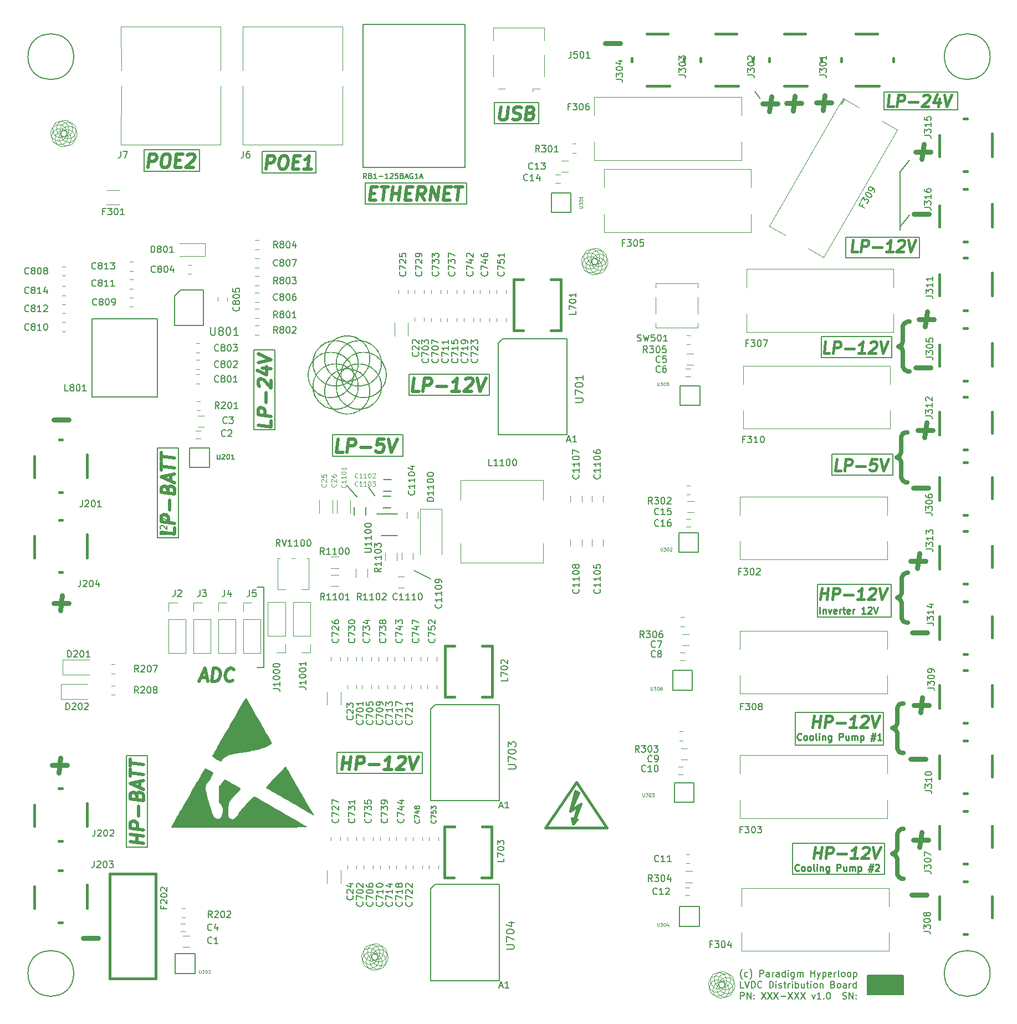
<source format=gbr>
G04 #@! TF.GenerationSoftware,KiCad,Pcbnew,(5.0.2)-1*
G04 #@! TF.CreationDate,2019-05-17T00:02:45-02:30*
G04 #@! TF.ProjectId,LVDC Distribution,4c564443-2044-4697-9374-726962757469,rev?*
G04 #@! TF.SameCoordinates,Original*
G04 #@! TF.FileFunction,Legend,Top*
G04 #@! TF.FilePolarity,Positive*
%FSLAX46Y46*%
G04 Gerber Fmt 4.6, Leading zero omitted, Abs format (unit mm)*
G04 Created by KiCad (PCBNEW (5.0.2)-1) date 5/17/2019 12:02:45 AM*
%MOMM*%
%LPD*%
G01*
G04 APERTURE LIST*
%ADD10C,0.200000*%
%ADD11C,0.437500*%
%ADD12C,0.750000*%
%ADD13C,0.650000*%
%ADD14C,0.250000*%
%ADD15C,0.500000*%
%ADD16C,0.120000*%
%ADD17C,0.381000*%
%ADD18C,0.150000*%
%ADD19C,0.010000*%
%ADD20C,0.050000*%
%ADD21C,0.187500*%
%ADD22C,0.100000*%
G04 APERTURE END LIST*
D10*
X184700000Y-31000000D02*
X186200000Y-29200000D01*
X184700000Y-22600000D02*
X186200000Y-20800000D01*
X184700000Y-31500000D02*
X184700000Y-22600000D01*
X182350000Y-129900000D02*
X182350000Y-126900000D01*
X168350000Y-129900000D02*
X182350000Y-129900000D01*
X168350000Y-125150000D02*
X168350000Y-129900000D01*
X182350000Y-125150000D02*
X168350000Y-125150000D01*
X182350000Y-126900000D02*
X182350000Y-125150000D01*
X168700000Y-105150000D02*
X182200000Y-105150000D01*
X168700000Y-110150000D02*
X168700000Y-105150000D01*
X182200000Y-110150000D02*
X168700000Y-110150000D01*
X182200000Y-105150000D02*
X182200000Y-110150000D01*
X172100000Y-90600000D02*
X172100000Y-88600000D01*
X183350000Y-90600000D02*
X172100000Y-90600000D01*
X183350000Y-85600000D02*
X183350000Y-90600000D01*
X172100000Y-85600000D02*
X183350000Y-85600000D01*
X172100000Y-88600000D02*
X172100000Y-85600000D01*
X183600000Y-68650000D02*
X183600000Y-68900000D01*
X174350000Y-68650000D02*
X174350000Y-68900000D01*
X183600000Y-68650000D02*
X183600000Y-66900000D01*
X174350000Y-68900000D02*
X183600000Y-68900000D01*
X174350000Y-65650000D02*
X174350000Y-68650000D01*
X183600000Y-65650000D02*
X174350000Y-65650000D01*
X183600000Y-66900000D02*
X183600000Y-65650000D01*
X183450000Y-51000000D02*
X183450000Y-50750000D01*
X172700000Y-51000000D02*
X183450000Y-51000000D01*
X172700000Y-47750000D02*
X172700000Y-51000000D01*
X183450000Y-47750000D02*
X172700000Y-47750000D01*
X183450000Y-50750000D02*
X183450000Y-47750000D01*
X187700000Y-35700000D02*
X177200000Y-35700000D01*
X187700000Y-32600000D02*
X187700000Y-35700000D01*
X176400000Y-32600000D02*
X187700000Y-32600000D01*
X176400000Y-35700000D02*
X176400000Y-32600000D01*
X177200000Y-35700000D02*
X176450000Y-35700000D01*
X193500000Y-13100000D02*
X182350000Y-13100000D01*
X193500000Y-10400000D02*
X193500000Y-13100000D01*
X182250000Y-10400000D02*
X193500000Y-10400000D01*
X182250000Y-13150000D02*
X182250000Y-10400000D01*
D11*
X178177473Y-34791666D02*
X177344140Y-34791666D01*
X177562890Y-33041666D01*
X178760807Y-34791666D02*
X178979557Y-33041666D01*
X179646223Y-33041666D01*
X179802473Y-33125000D01*
X179875390Y-33208333D01*
X179937890Y-33375000D01*
X179906640Y-33625000D01*
X179802473Y-33791666D01*
X179708723Y-33875000D01*
X179531640Y-33958333D01*
X178864973Y-33958333D01*
X180594140Y-34125000D02*
X181927473Y-34125000D01*
X183594140Y-34791666D02*
X182594140Y-34791666D01*
X183094140Y-34791666D02*
X183312890Y-33041666D01*
X183114973Y-33291666D01*
X182927473Y-33458333D01*
X182750390Y-33541666D01*
X184458723Y-33208333D02*
X184552473Y-33125000D01*
X184729557Y-33041666D01*
X185146223Y-33041666D01*
X185302473Y-33125000D01*
X185375390Y-33208333D01*
X185437890Y-33375000D01*
X185417057Y-33541666D01*
X185302473Y-33791666D01*
X184177473Y-34791666D01*
X185260807Y-34791666D01*
X185979557Y-33041666D02*
X186344140Y-34791666D01*
X187146223Y-33041666D01*
D12*
X186875669Y-29014285D02*
X189161383Y-29014285D01*
X187075669Y-19514285D02*
X189361383Y-19514285D01*
X188075669Y-20657142D02*
X188361383Y-18371428D01*
X187575669Y-45114285D02*
X189861383Y-45114285D01*
X188575669Y-46257142D02*
X188861383Y-43971428D01*
X187075669Y-52514285D02*
X189361383Y-52514285D01*
D11*
X173927473Y-50291666D02*
X173094140Y-50291666D01*
X173312890Y-48541666D01*
X174510807Y-50291666D02*
X174729557Y-48541666D01*
X175396223Y-48541666D01*
X175552473Y-48625000D01*
X175625390Y-48708333D01*
X175687890Y-48875000D01*
X175656640Y-49125000D01*
X175552473Y-49291666D01*
X175458723Y-49375000D01*
X175281640Y-49458333D01*
X174614973Y-49458333D01*
X176344140Y-49625000D02*
X177677473Y-49625000D01*
X179344140Y-50291666D02*
X178344140Y-50291666D01*
X178844140Y-50291666D02*
X179062890Y-48541666D01*
X178864973Y-48791666D01*
X178677473Y-48958333D01*
X178500390Y-49041666D01*
X180208723Y-48708333D02*
X180302473Y-48625000D01*
X180479557Y-48541666D01*
X180896223Y-48541666D01*
X181052473Y-48625000D01*
X181125390Y-48708333D01*
X181187890Y-48875000D01*
X181167057Y-49041666D01*
X181052473Y-49291666D01*
X179927473Y-50291666D01*
X181010807Y-50291666D01*
X181729557Y-48541666D02*
X182094140Y-50291666D01*
X182896223Y-48541666D01*
D13*
X186152380Y-53066666D02*
X185914285Y-53066666D01*
X185438095Y-52828571D01*
X185200000Y-52352380D01*
X185200000Y-49971428D01*
X184961904Y-49495238D01*
X184485714Y-49257142D01*
X184961904Y-49019047D01*
X185200000Y-48542857D01*
X185200000Y-46161904D01*
X185438095Y-45685714D01*
X185914285Y-45447619D01*
X186152380Y-45447619D01*
D14*
X172492857Y-90052380D02*
X172492857Y-89052380D01*
X172969047Y-89385714D02*
X172969047Y-90052380D01*
X172969047Y-89480952D02*
X173016666Y-89433333D01*
X173111904Y-89385714D01*
X173254761Y-89385714D01*
X173350000Y-89433333D01*
X173397619Y-89528571D01*
X173397619Y-90052380D01*
X173778571Y-89385714D02*
X174016666Y-90052380D01*
X174254761Y-89385714D01*
X175016666Y-90004761D02*
X174921428Y-90052380D01*
X174730952Y-90052380D01*
X174635714Y-90004761D01*
X174588095Y-89909523D01*
X174588095Y-89528571D01*
X174635714Y-89433333D01*
X174730952Y-89385714D01*
X174921428Y-89385714D01*
X175016666Y-89433333D01*
X175064285Y-89528571D01*
X175064285Y-89623809D01*
X174588095Y-89719047D01*
X175492857Y-90052380D02*
X175492857Y-89385714D01*
X175492857Y-89576190D02*
X175540476Y-89480952D01*
X175588095Y-89433333D01*
X175683333Y-89385714D01*
X175778571Y-89385714D01*
X175969047Y-89385714D02*
X176350000Y-89385714D01*
X176111904Y-89052380D02*
X176111904Y-89909523D01*
X176159523Y-90004761D01*
X176254761Y-90052380D01*
X176350000Y-90052380D01*
X177064285Y-90004761D02*
X176969047Y-90052380D01*
X176778571Y-90052380D01*
X176683333Y-90004761D01*
X176635714Y-89909523D01*
X176635714Y-89528571D01*
X176683333Y-89433333D01*
X176778571Y-89385714D01*
X176969047Y-89385714D01*
X177064285Y-89433333D01*
X177111904Y-89528571D01*
X177111904Y-89623809D01*
X176635714Y-89719047D01*
X177540476Y-90052380D02*
X177540476Y-89385714D01*
X177540476Y-89576190D02*
X177588095Y-89480952D01*
X177635714Y-89433333D01*
X177730952Y-89385714D01*
X177826190Y-89385714D01*
X179445238Y-90052380D02*
X178873809Y-90052380D01*
X179159523Y-90052380D02*
X179159523Y-89052380D01*
X179064285Y-89195238D01*
X178969047Y-89290476D01*
X178873809Y-89338095D01*
X179826190Y-89147619D02*
X179873809Y-89100000D01*
X179969047Y-89052380D01*
X180207142Y-89052380D01*
X180302380Y-89100000D01*
X180350000Y-89147619D01*
X180397619Y-89242857D01*
X180397619Y-89338095D01*
X180350000Y-89480952D01*
X179778571Y-90052380D01*
X180397619Y-90052380D01*
X180683333Y-89052380D02*
X181016666Y-90052380D01*
X181350000Y-89052380D01*
X169640476Y-109257142D02*
X169592857Y-109304761D01*
X169450000Y-109352380D01*
X169354761Y-109352380D01*
X169211904Y-109304761D01*
X169116666Y-109209523D01*
X169069047Y-109114285D01*
X169021428Y-108923809D01*
X169021428Y-108780952D01*
X169069047Y-108590476D01*
X169116666Y-108495238D01*
X169211904Y-108400000D01*
X169354761Y-108352380D01*
X169450000Y-108352380D01*
X169592857Y-108400000D01*
X169640476Y-108447619D01*
X170211904Y-109352380D02*
X170116666Y-109304761D01*
X170069047Y-109257142D01*
X170021428Y-109161904D01*
X170021428Y-108876190D01*
X170069047Y-108780952D01*
X170116666Y-108733333D01*
X170211904Y-108685714D01*
X170354761Y-108685714D01*
X170450000Y-108733333D01*
X170497619Y-108780952D01*
X170545238Y-108876190D01*
X170545238Y-109161904D01*
X170497619Y-109257142D01*
X170450000Y-109304761D01*
X170354761Y-109352380D01*
X170211904Y-109352380D01*
X171116666Y-109352380D02*
X171021428Y-109304761D01*
X170973809Y-109257142D01*
X170926190Y-109161904D01*
X170926190Y-108876190D01*
X170973809Y-108780952D01*
X171021428Y-108733333D01*
X171116666Y-108685714D01*
X171259523Y-108685714D01*
X171354761Y-108733333D01*
X171402380Y-108780952D01*
X171450000Y-108876190D01*
X171450000Y-109161904D01*
X171402380Y-109257142D01*
X171354761Y-109304761D01*
X171259523Y-109352380D01*
X171116666Y-109352380D01*
X172021428Y-109352380D02*
X171926190Y-109304761D01*
X171878571Y-109209523D01*
X171878571Y-108352380D01*
X172402380Y-109352380D02*
X172402380Y-108685714D01*
X172402380Y-108352380D02*
X172354761Y-108400000D01*
X172402380Y-108447619D01*
X172450000Y-108400000D01*
X172402380Y-108352380D01*
X172402380Y-108447619D01*
X172878571Y-108685714D02*
X172878571Y-109352380D01*
X172878571Y-108780952D02*
X172926190Y-108733333D01*
X173021428Y-108685714D01*
X173164285Y-108685714D01*
X173259523Y-108733333D01*
X173307142Y-108828571D01*
X173307142Y-109352380D01*
X174211904Y-108685714D02*
X174211904Y-109495238D01*
X174164285Y-109590476D01*
X174116666Y-109638095D01*
X174021428Y-109685714D01*
X173878571Y-109685714D01*
X173783333Y-109638095D01*
X174211904Y-109304761D02*
X174116666Y-109352380D01*
X173926190Y-109352380D01*
X173830952Y-109304761D01*
X173783333Y-109257142D01*
X173735714Y-109161904D01*
X173735714Y-108876190D01*
X173783333Y-108780952D01*
X173830952Y-108733333D01*
X173926190Y-108685714D01*
X174116666Y-108685714D01*
X174211904Y-108733333D01*
X175450000Y-109352380D02*
X175450000Y-108352380D01*
X175830952Y-108352380D01*
X175926190Y-108400000D01*
X175973809Y-108447619D01*
X176021428Y-108542857D01*
X176021428Y-108685714D01*
X175973809Y-108780952D01*
X175926190Y-108828571D01*
X175830952Y-108876190D01*
X175450000Y-108876190D01*
X176878571Y-108685714D02*
X176878571Y-109352380D01*
X176450000Y-108685714D02*
X176450000Y-109209523D01*
X176497619Y-109304761D01*
X176592857Y-109352380D01*
X176735714Y-109352380D01*
X176830952Y-109304761D01*
X176878571Y-109257142D01*
X177354761Y-109352380D02*
X177354761Y-108685714D01*
X177354761Y-108780952D02*
X177402380Y-108733333D01*
X177497619Y-108685714D01*
X177640476Y-108685714D01*
X177735714Y-108733333D01*
X177783333Y-108828571D01*
X177783333Y-109352380D01*
X177783333Y-108828571D02*
X177830952Y-108733333D01*
X177926190Y-108685714D01*
X178069047Y-108685714D01*
X178164285Y-108733333D01*
X178211904Y-108828571D01*
X178211904Y-109352380D01*
X178688095Y-108685714D02*
X178688095Y-109685714D01*
X178688095Y-108733333D02*
X178783333Y-108685714D01*
X178973809Y-108685714D01*
X179069047Y-108733333D01*
X179116666Y-108780952D01*
X179164285Y-108876190D01*
X179164285Y-109161904D01*
X179116666Y-109257142D01*
X179069047Y-109304761D01*
X178973809Y-109352380D01*
X178783333Y-109352380D01*
X178688095Y-109304761D01*
X180307142Y-108685714D02*
X181021428Y-108685714D01*
X180592857Y-108257142D02*
X180307142Y-109542857D01*
X180926190Y-109114285D02*
X180211904Y-109114285D01*
X180640476Y-109542857D02*
X180926190Y-108257142D01*
X181878571Y-109352380D02*
X181307142Y-109352380D01*
X181592857Y-109352380D02*
X181592857Y-108352380D01*
X181497619Y-108495238D01*
X181402380Y-108590476D01*
X181307142Y-108638095D01*
X169290476Y-129257142D02*
X169242857Y-129304761D01*
X169100000Y-129352380D01*
X169004761Y-129352380D01*
X168861904Y-129304761D01*
X168766666Y-129209523D01*
X168719047Y-129114285D01*
X168671428Y-128923809D01*
X168671428Y-128780952D01*
X168719047Y-128590476D01*
X168766666Y-128495238D01*
X168861904Y-128400000D01*
X169004761Y-128352380D01*
X169100000Y-128352380D01*
X169242857Y-128400000D01*
X169290476Y-128447619D01*
X169861904Y-129352380D02*
X169766666Y-129304761D01*
X169719047Y-129257142D01*
X169671428Y-129161904D01*
X169671428Y-128876190D01*
X169719047Y-128780952D01*
X169766666Y-128733333D01*
X169861904Y-128685714D01*
X170004761Y-128685714D01*
X170100000Y-128733333D01*
X170147619Y-128780952D01*
X170195238Y-128876190D01*
X170195238Y-129161904D01*
X170147619Y-129257142D01*
X170100000Y-129304761D01*
X170004761Y-129352380D01*
X169861904Y-129352380D01*
X170766666Y-129352380D02*
X170671428Y-129304761D01*
X170623809Y-129257142D01*
X170576190Y-129161904D01*
X170576190Y-128876190D01*
X170623809Y-128780952D01*
X170671428Y-128733333D01*
X170766666Y-128685714D01*
X170909523Y-128685714D01*
X171004761Y-128733333D01*
X171052380Y-128780952D01*
X171100000Y-128876190D01*
X171100000Y-129161904D01*
X171052380Y-129257142D01*
X171004761Y-129304761D01*
X170909523Y-129352380D01*
X170766666Y-129352380D01*
X171671428Y-129352380D02*
X171576190Y-129304761D01*
X171528571Y-129209523D01*
X171528571Y-128352380D01*
X172052380Y-129352380D02*
X172052380Y-128685714D01*
X172052380Y-128352380D02*
X172004761Y-128400000D01*
X172052380Y-128447619D01*
X172100000Y-128400000D01*
X172052380Y-128352380D01*
X172052380Y-128447619D01*
X172528571Y-128685714D02*
X172528571Y-129352380D01*
X172528571Y-128780952D02*
X172576190Y-128733333D01*
X172671428Y-128685714D01*
X172814285Y-128685714D01*
X172909523Y-128733333D01*
X172957142Y-128828571D01*
X172957142Y-129352380D01*
X173861904Y-128685714D02*
X173861904Y-129495238D01*
X173814285Y-129590476D01*
X173766666Y-129638095D01*
X173671428Y-129685714D01*
X173528571Y-129685714D01*
X173433333Y-129638095D01*
X173861904Y-129304761D02*
X173766666Y-129352380D01*
X173576190Y-129352380D01*
X173480952Y-129304761D01*
X173433333Y-129257142D01*
X173385714Y-129161904D01*
X173385714Y-128876190D01*
X173433333Y-128780952D01*
X173480952Y-128733333D01*
X173576190Y-128685714D01*
X173766666Y-128685714D01*
X173861904Y-128733333D01*
X175100000Y-129352380D02*
X175100000Y-128352380D01*
X175480952Y-128352380D01*
X175576190Y-128400000D01*
X175623809Y-128447619D01*
X175671428Y-128542857D01*
X175671428Y-128685714D01*
X175623809Y-128780952D01*
X175576190Y-128828571D01*
X175480952Y-128876190D01*
X175100000Y-128876190D01*
X176528571Y-128685714D02*
X176528571Y-129352380D01*
X176100000Y-128685714D02*
X176100000Y-129209523D01*
X176147619Y-129304761D01*
X176242857Y-129352380D01*
X176385714Y-129352380D01*
X176480952Y-129304761D01*
X176528571Y-129257142D01*
X177004761Y-129352380D02*
X177004761Y-128685714D01*
X177004761Y-128780952D02*
X177052380Y-128733333D01*
X177147619Y-128685714D01*
X177290476Y-128685714D01*
X177385714Y-128733333D01*
X177433333Y-128828571D01*
X177433333Y-129352380D01*
X177433333Y-128828571D02*
X177480952Y-128733333D01*
X177576190Y-128685714D01*
X177719047Y-128685714D01*
X177814285Y-128733333D01*
X177861904Y-128828571D01*
X177861904Y-129352380D01*
X178338095Y-128685714D02*
X178338095Y-129685714D01*
X178338095Y-128733333D02*
X178433333Y-128685714D01*
X178623809Y-128685714D01*
X178719047Y-128733333D01*
X178766666Y-128780952D01*
X178814285Y-128876190D01*
X178814285Y-129161904D01*
X178766666Y-129257142D01*
X178719047Y-129304761D01*
X178623809Y-129352380D01*
X178433333Y-129352380D01*
X178338095Y-129304761D01*
X179957142Y-128685714D02*
X180671428Y-128685714D01*
X180242857Y-128257142D02*
X179957142Y-129542857D01*
X180576190Y-129114285D02*
X179861904Y-129114285D01*
X180290476Y-129542857D02*
X180576190Y-128257142D01*
X180957142Y-128447619D02*
X181004761Y-128400000D01*
X181100000Y-128352380D01*
X181338095Y-128352380D01*
X181433333Y-128400000D01*
X181480952Y-128447619D01*
X181528571Y-128542857D01*
X181528571Y-128638095D01*
X181480952Y-128780952D01*
X180909523Y-129352380D01*
X181528571Y-129352380D01*
D11*
X172535807Y-87891666D02*
X172754557Y-86141666D01*
X172650390Y-86975000D02*
X173650390Y-86975000D01*
X173535807Y-87891666D02*
X173754557Y-86141666D01*
X174369140Y-87891666D02*
X174587890Y-86141666D01*
X175254557Y-86141666D01*
X175410807Y-86225000D01*
X175483723Y-86308333D01*
X175546223Y-86475000D01*
X175514973Y-86725000D01*
X175410807Y-86891666D01*
X175317057Y-86975000D01*
X175139973Y-87058333D01*
X174473307Y-87058333D01*
X176202473Y-87225000D02*
X177535807Y-87225000D01*
X179202473Y-87891666D02*
X178202473Y-87891666D01*
X178702473Y-87891666D02*
X178921223Y-86141666D01*
X178723307Y-86391666D01*
X178535807Y-86558333D01*
X178358723Y-86641666D01*
X180067057Y-86308333D02*
X180160807Y-86225000D01*
X180337890Y-86141666D01*
X180754557Y-86141666D01*
X180910807Y-86225000D01*
X180983723Y-86308333D01*
X181046223Y-86475000D01*
X181025390Y-86641666D01*
X180910807Y-86891666D01*
X179785807Y-87891666D01*
X180869140Y-87891666D01*
X181587890Y-86141666D02*
X181952473Y-87891666D01*
X182754557Y-86141666D01*
X171385807Y-107441666D02*
X171604557Y-105691666D01*
X171500390Y-106525000D02*
X172500390Y-106525000D01*
X172385807Y-107441666D02*
X172604557Y-105691666D01*
X173219140Y-107441666D02*
X173437890Y-105691666D01*
X174104557Y-105691666D01*
X174260807Y-105775000D01*
X174333723Y-105858333D01*
X174396223Y-106025000D01*
X174364973Y-106275000D01*
X174260807Y-106441666D01*
X174167057Y-106525000D01*
X173989973Y-106608333D01*
X173323307Y-106608333D01*
X175052473Y-106775000D02*
X176385807Y-106775000D01*
X178052473Y-107441666D02*
X177052473Y-107441666D01*
X177552473Y-107441666D02*
X177771223Y-105691666D01*
X177573307Y-105941666D01*
X177385807Y-106108333D01*
X177208723Y-106191666D01*
X178917057Y-105858333D02*
X179010807Y-105775000D01*
X179187890Y-105691666D01*
X179604557Y-105691666D01*
X179760807Y-105775000D01*
X179833723Y-105858333D01*
X179896223Y-106025000D01*
X179875390Y-106191666D01*
X179760807Y-106441666D01*
X178635807Y-107441666D01*
X179719140Y-107441666D01*
X180437890Y-105691666D02*
X180802473Y-107441666D01*
X181604557Y-105691666D01*
D13*
X185952380Y-91466666D02*
X185714285Y-91466666D01*
X185238095Y-91228571D01*
X185000000Y-90752380D01*
X185000000Y-88371428D01*
X184761904Y-87895238D01*
X184285714Y-87657142D01*
X184761904Y-87419047D01*
X185000000Y-86942857D01*
X185000000Y-84561904D01*
X185238095Y-84085714D01*
X185714285Y-83847619D01*
X185952380Y-83847619D01*
D12*
X186575669Y-92914285D02*
X188861383Y-92914285D01*
X186375669Y-82014285D02*
X188661383Y-82014285D01*
X187375669Y-83157142D02*
X187661383Y-80871428D01*
X186875669Y-104014285D02*
X189161383Y-104014285D01*
X187875669Y-105157142D02*
X188161383Y-102871428D01*
X186375669Y-112214285D02*
X188661383Y-112214285D01*
D13*
X185252380Y-111366666D02*
X185014285Y-111366666D01*
X184538095Y-111128571D01*
X184300000Y-110652380D01*
X184300000Y-108271428D01*
X184061904Y-107795238D01*
X183585714Y-107557142D01*
X184061904Y-107319047D01*
X184300000Y-106842857D01*
X184300000Y-104461904D01*
X184538095Y-103985714D01*
X185014285Y-103747619D01*
X185252380Y-103747619D01*
D12*
X186725669Y-124614285D02*
X189011383Y-124614285D01*
X187725669Y-125757142D02*
X188011383Y-123471428D01*
X186475669Y-133014285D02*
X188761383Y-133014285D01*
D11*
X171535807Y-127441666D02*
X171754557Y-125691666D01*
X171650390Y-126525000D02*
X172650390Y-126525000D01*
X172535807Y-127441666D02*
X172754557Y-125691666D01*
X173369140Y-127441666D02*
X173587890Y-125691666D01*
X174254557Y-125691666D01*
X174410807Y-125775000D01*
X174483723Y-125858333D01*
X174546223Y-126025000D01*
X174514973Y-126275000D01*
X174410807Y-126441666D01*
X174317057Y-126525000D01*
X174139973Y-126608333D01*
X173473307Y-126608333D01*
X175202473Y-126775000D02*
X176535807Y-126775000D01*
X178202473Y-127441666D02*
X177202473Y-127441666D01*
X177702473Y-127441666D02*
X177921223Y-125691666D01*
X177723307Y-125941666D01*
X177535807Y-126108333D01*
X177358723Y-126191666D01*
X179067057Y-125858333D02*
X179160807Y-125775000D01*
X179337890Y-125691666D01*
X179754557Y-125691666D01*
X179910807Y-125775000D01*
X179983723Y-125858333D01*
X180046223Y-126025000D01*
X180025390Y-126191666D01*
X179910807Y-126441666D01*
X178785807Y-127441666D01*
X179869140Y-127441666D01*
X180587890Y-125691666D02*
X180952473Y-127441666D01*
X181754557Y-125691666D01*
D13*
X185252380Y-130566666D02*
X185014285Y-130566666D01*
X184538095Y-130328571D01*
X184300000Y-129852380D01*
X184300000Y-127471428D01*
X184061904Y-126995238D01*
X183585714Y-126757142D01*
X184061904Y-126519047D01*
X184300000Y-126042857D01*
X184300000Y-123661904D01*
X184538095Y-123185714D01*
X185014285Y-122947619D01*
X185252380Y-122947619D01*
D11*
X183677473Y-12591666D02*
X182844140Y-12591666D01*
X183062890Y-10841666D01*
X184260807Y-12591666D02*
X184479557Y-10841666D01*
X185146223Y-10841666D01*
X185302473Y-10925000D01*
X185375390Y-11008333D01*
X185437890Y-11175000D01*
X185406640Y-11425000D01*
X185302473Y-11591666D01*
X185208723Y-11675000D01*
X185031640Y-11758333D01*
X184364973Y-11758333D01*
X186094140Y-11925000D02*
X187427473Y-11925000D01*
X188292057Y-11008333D02*
X188385807Y-10925000D01*
X188562890Y-10841666D01*
X188979557Y-10841666D01*
X189135807Y-10925000D01*
X189208723Y-11008333D01*
X189271223Y-11175000D01*
X189250390Y-11341666D01*
X189135807Y-11591666D01*
X188010807Y-12591666D01*
X189094140Y-12591666D01*
X190739973Y-11425000D02*
X190594140Y-12591666D01*
X190406640Y-10758333D02*
X189833723Y-12008333D01*
X190917057Y-12008333D01*
X191479557Y-10841666D02*
X191844140Y-12591666D01*
X192646223Y-10841666D01*
X175660807Y-68191666D02*
X174827473Y-68191666D01*
X175046223Y-66441666D01*
X176244140Y-68191666D02*
X176462890Y-66441666D01*
X177129557Y-66441666D01*
X177285807Y-66525000D01*
X177358723Y-66608333D01*
X177421223Y-66775000D01*
X177389973Y-67025000D01*
X177285807Y-67191666D01*
X177192057Y-67275000D01*
X177014973Y-67358333D01*
X176348307Y-67358333D01*
X178077473Y-67525000D02*
X179410807Y-67525000D01*
X181212890Y-66441666D02*
X180379557Y-66441666D01*
X180192057Y-67275000D01*
X180285807Y-67191666D01*
X180462890Y-67108333D01*
X180879557Y-67108333D01*
X181035807Y-67191666D01*
X181108723Y-67275000D01*
X181171223Y-67441666D01*
X181119140Y-67858333D01*
X181014973Y-68025000D01*
X180921223Y-68108333D01*
X180744140Y-68191666D01*
X180327473Y-68191666D01*
X180171223Y-68108333D01*
X180098307Y-68025000D01*
X181796223Y-66441666D02*
X182160807Y-68191666D01*
X182962890Y-66441666D01*
D13*
X185852380Y-69966666D02*
X185614285Y-69966666D01*
X185138095Y-69728571D01*
X184900000Y-69252380D01*
X184900000Y-66871428D01*
X184661904Y-66395238D01*
X184185714Y-66157142D01*
X184661904Y-65919047D01*
X184900000Y-65442857D01*
X184900000Y-63061904D01*
X185138095Y-62585714D01*
X185614285Y-62347619D01*
X185852380Y-62347619D01*
D10*
X175750000Y-12250000D02*
X176250000Y-11500000D01*
X163300000Y-11300000D02*
X162550000Y-10300000D01*
D12*
X171975669Y-12014285D02*
X174261383Y-12014285D01*
X172975669Y-13157142D02*
X173261383Y-10871428D01*
X163775669Y-12214285D02*
X166061383Y-12214285D01*
X164775669Y-13357142D02*
X165061383Y-11071428D01*
X167375669Y-12114285D02*
X169661383Y-12114285D01*
X168375669Y-13257142D02*
X168661383Y-10971428D01*
X139675669Y-2914285D02*
X141961383Y-2914285D01*
X186775669Y-70814285D02*
X189061383Y-70814285D01*
X187475669Y-62014285D02*
X189761383Y-62014285D01*
X188475669Y-63157142D02*
X188761383Y-60871428D01*
D10*
X69250000Y-22500000D02*
X69250000Y-22250000D01*
X77750000Y-22500000D02*
X69250000Y-22500000D01*
X77750000Y-19250000D02*
X77750000Y-22500000D01*
X69250000Y-19250000D02*
X77750000Y-19250000D01*
X69250000Y-19500000D02*
X69250000Y-19250000D01*
X69250000Y-22250000D02*
X69250000Y-19500000D01*
X87250000Y-22750000D02*
X87250000Y-19500000D01*
X95500000Y-22750000D02*
X87250000Y-22750000D01*
X95500000Y-19500000D02*
X95500000Y-22750000D01*
X87250000Y-19500000D02*
X95500000Y-19500000D01*
X103000000Y-27500000D02*
X103000000Y-26500000D01*
X118500000Y-27500000D02*
X103000000Y-27500000D01*
X118500000Y-24250000D02*
X118500000Y-27500000D01*
X103000000Y-24250000D02*
X118500000Y-24250000D01*
X103000000Y-26500000D02*
X103000000Y-24250000D01*
X122750000Y-15250000D02*
X122750000Y-15000000D01*
X129500000Y-15250000D02*
X122750000Y-15250000D01*
X129500000Y-12000000D02*
X129500000Y-15250000D01*
X122750000Y-12000000D02*
X129500000Y-12000000D01*
X122750000Y-15000000D02*
X122750000Y-12000000D01*
X87500000Y-86000000D02*
X86500000Y-86000000D01*
X87500000Y-98250000D02*
X86500000Y-98250000D01*
X87500000Y-86000000D02*
X87500000Y-98250000D01*
D15*
X77879017Y-99833333D02*
X78831398Y-99833333D01*
X77617113Y-100404761D02*
X78533779Y-98404761D01*
X78950446Y-100404761D01*
X79617113Y-100404761D02*
X79867113Y-98404761D01*
X80343303Y-98404761D01*
X80617113Y-98500000D01*
X80783779Y-98690476D01*
X80855208Y-98880952D01*
X80902827Y-99261904D01*
X80867113Y-99547619D01*
X80724255Y-99928571D01*
X80605208Y-100119047D01*
X80390922Y-100309523D01*
X80093303Y-100404761D01*
X79617113Y-100404761D01*
X82783779Y-100214285D02*
X82676636Y-100309523D01*
X82379017Y-100404761D01*
X82188541Y-100404761D01*
X81914732Y-100309523D01*
X81748065Y-100119047D01*
X81676636Y-99928571D01*
X81629017Y-99547619D01*
X81664732Y-99261904D01*
X81807589Y-98880952D01*
X81926636Y-98690476D01*
X82140922Y-98500000D01*
X82438541Y-98404761D01*
X82629017Y-98404761D01*
X82902827Y-98500000D01*
X82986160Y-98595238D01*
D10*
X86000000Y-62000000D02*
X86250000Y-62000000D01*
X86000000Y-49750000D02*
X86000000Y-62000000D01*
X89250000Y-49750000D02*
X86000000Y-49750000D01*
X89250000Y-62000000D02*
X89250000Y-49750000D01*
X86250000Y-62000000D02*
X89250000Y-62000000D01*
D15*
X88654761Y-60597172D02*
X88654761Y-61549553D01*
X86654761Y-61299553D01*
X88654761Y-59930505D02*
X86654761Y-59680505D01*
X86654761Y-58918601D01*
X86750000Y-58740029D01*
X86845238Y-58656696D01*
X87035714Y-58585267D01*
X87321428Y-58620982D01*
X87511904Y-58740029D01*
X87607142Y-58847172D01*
X87702380Y-59049553D01*
X87702380Y-59811458D01*
X87892857Y-57835267D02*
X87892857Y-56311458D01*
X86845238Y-55323363D02*
X86750000Y-55216220D01*
X86654761Y-55013839D01*
X86654761Y-54537648D01*
X86750000Y-54359077D01*
X86845238Y-54275744D01*
X87035714Y-54204315D01*
X87226190Y-54228125D01*
X87511904Y-54359077D01*
X88654761Y-55644791D01*
X88654761Y-54406696D01*
X87321428Y-52525744D02*
X88654761Y-52692410D01*
X86559523Y-52906696D02*
X87988095Y-53561458D01*
X87988095Y-52323363D01*
X86654761Y-51680505D02*
X88654761Y-51263839D01*
X86654761Y-50347172D01*
X123759970Y-12654761D02*
X123557589Y-14273809D01*
X123629017Y-14464285D01*
X123712351Y-14559523D01*
X123890922Y-14654761D01*
X124271875Y-14654761D01*
X124474255Y-14559523D01*
X124581398Y-14464285D01*
X124700446Y-14273809D01*
X124902827Y-12654761D01*
X125521875Y-14559523D02*
X125795684Y-14654761D01*
X126271875Y-14654761D01*
X126474255Y-14559523D01*
X126581398Y-14464285D01*
X126700446Y-14273809D01*
X126724255Y-14083333D01*
X126652827Y-13892857D01*
X126569494Y-13797619D01*
X126390922Y-13702380D01*
X126021875Y-13607142D01*
X125843303Y-13511904D01*
X125759970Y-13416666D01*
X125688541Y-13226190D01*
X125712351Y-13035714D01*
X125831398Y-12845238D01*
X125938541Y-12750000D01*
X126140922Y-12654761D01*
X126617113Y-12654761D01*
X126890922Y-12750000D01*
X128307589Y-13607142D02*
X128581398Y-13702380D01*
X128664732Y-13797619D01*
X128736160Y-13988095D01*
X128700446Y-14273809D01*
X128581398Y-14464285D01*
X128474255Y-14559523D01*
X128271875Y-14654761D01*
X127509970Y-14654761D01*
X127759970Y-12654761D01*
X128426636Y-12654761D01*
X128605208Y-12750000D01*
X128688541Y-12845238D01*
X128759970Y-13035714D01*
X128736160Y-13226190D01*
X128617113Y-13416666D01*
X128509970Y-13511904D01*
X128307589Y-13607142D01*
X127640922Y-13607142D01*
X87855208Y-22154761D02*
X88105208Y-20154761D01*
X88867113Y-20154761D01*
X89045684Y-20250000D01*
X89129017Y-20345238D01*
X89200446Y-20535714D01*
X89164732Y-20821428D01*
X89045684Y-21011904D01*
X88938541Y-21107142D01*
X88736160Y-21202380D01*
X87974255Y-21202380D01*
X90486160Y-20154761D02*
X90867113Y-20154761D01*
X91045684Y-20250000D01*
X91212351Y-20440476D01*
X91259970Y-20821428D01*
X91176636Y-21488095D01*
X91033779Y-21869047D01*
X90819494Y-22059523D01*
X90617113Y-22154761D01*
X90236160Y-22154761D01*
X90057589Y-22059523D01*
X89890922Y-21869047D01*
X89843303Y-21488095D01*
X89926636Y-20821428D01*
X90069494Y-20440476D01*
X90283779Y-20250000D01*
X90486160Y-20154761D01*
X92081398Y-21107142D02*
X92748065Y-21107142D01*
X92902827Y-22154761D02*
X91950446Y-22154761D01*
X92200446Y-20154761D01*
X93152827Y-20154761D01*
X94807589Y-22154761D02*
X93664732Y-22154761D01*
X94236160Y-22154761D02*
X94486160Y-20154761D01*
X94259970Y-20440476D01*
X94045684Y-20630952D01*
X93843303Y-20726190D01*
X69855208Y-21904761D02*
X70105208Y-19904761D01*
X70867113Y-19904761D01*
X71045684Y-20000000D01*
X71129017Y-20095238D01*
X71200446Y-20285714D01*
X71164732Y-20571428D01*
X71045684Y-20761904D01*
X70938541Y-20857142D01*
X70736160Y-20952380D01*
X69974255Y-20952380D01*
X72486160Y-19904761D02*
X72867113Y-19904761D01*
X73045684Y-20000000D01*
X73212351Y-20190476D01*
X73259970Y-20571428D01*
X73176636Y-21238095D01*
X73033779Y-21619047D01*
X72819494Y-21809523D01*
X72617113Y-21904761D01*
X72236160Y-21904761D01*
X72057589Y-21809523D01*
X71890922Y-21619047D01*
X71843303Y-21238095D01*
X71926636Y-20571428D01*
X72069494Y-20190476D01*
X72283779Y-20000000D01*
X72486160Y-19904761D01*
X74081398Y-20857142D02*
X74748065Y-20857142D01*
X74902827Y-21904761D02*
X73950446Y-21904761D01*
X74200446Y-19904761D01*
X75152827Y-19904761D01*
X75890922Y-20095238D02*
X75998065Y-20000000D01*
X76200446Y-19904761D01*
X76676636Y-19904761D01*
X76855208Y-20000000D01*
X76938541Y-20095238D01*
X77009970Y-20285714D01*
X76986160Y-20476190D01*
X76855208Y-20761904D01*
X75569494Y-21904761D01*
X76807589Y-21904761D01*
X103807589Y-25857142D02*
X104474255Y-25857142D01*
X104629017Y-26904761D02*
X103676636Y-26904761D01*
X103926636Y-24904761D01*
X104879017Y-24904761D01*
X105450446Y-24904761D02*
X106593303Y-24904761D01*
X105771875Y-26904761D02*
X106021875Y-24904761D01*
X107009970Y-26904761D02*
X107259970Y-24904761D01*
X107140922Y-25857142D02*
X108283779Y-25857142D01*
X108152827Y-26904761D02*
X108402827Y-24904761D01*
X109236160Y-25857142D02*
X109902827Y-25857142D01*
X110057589Y-26904761D02*
X109105208Y-26904761D01*
X109355208Y-24904761D01*
X110307589Y-24904761D01*
X112057589Y-26904761D02*
X111509970Y-25952380D01*
X110914732Y-26904761D02*
X111164732Y-24904761D01*
X111926636Y-24904761D01*
X112105208Y-25000000D01*
X112188541Y-25095238D01*
X112259970Y-25285714D01*
X112224255Y-25571428D01*
X112105208Y-25761904D01*
X111998065Y-25857142D01*
X111795684Y-25952380D01*
X111033779Y-25952380D01*
X112914732Y-26904761D02*
X113164732Y-24904761D01*
X114057589Y-26904761D01*
X114307589Y-24904761D01*
X115140922Y-25857142D02*
X115807589Y-25857142D01*
X115962351Y-26904761D02*
X115009970Y-26904761D01*
X115259970Y-24904761D01*
X116212351Y-24904761D01*
X116783779Y-24904761D02*
X117926636Y-24904761D01*
X117105208Y-26904761D02*
X117355208Y-24904761D01*
D10*
X109750000Y-56750000D02*
X109750000Y-56500000D01*
X122000000Y-56750000D02*
X109750000Y-56750000D01*
X122000000Y-56500000D02*
X122000000Y-56750000D01*
X122000000Y-53500000D02*
X122000000Y-56500000D01*
X109750000Y-53500000D02*
X122000000Y-53500000D01*
X109750000Y-56500000D02*
X109750000Y-53500000D01*
X98000000Y-62750000D02*
X98000000Y-66000000D01*
X108750000Y-62750000D02*
X98000000Y-62750000D01*
X108750000Y-66000000D02*
X108750000Y-62750000D01*
X98000000Y-66000000D02*
X108750000Y-66000000D01*
X71250000Y-64750000D02*
X71250000Y-78500000D01*
X74500000Y-64750000D02*
X71250000Y-64750000D01*
X74500000Y-78500000D02*
X74500000Y-64750000D01*
X71250000Y-78500000D02*
X74500000Y-78500000D01*
X66500000Y-125750000D02*
X66750000Y-125750000D01*
X66500000Y-111750000D02*
X66500000Y-125750000D01*
X66750000Y-111750000D02*
X66500000Y-111750000D01*
X69750000Y-111750000D02*
X66750000Y-111750000D01*
X69750000Y-125750000D02*
X69750000Y-111750000D01*
X66750000Y-125750000D02*
X69750000Y-125750000D01*
X98750000Y-114500000D02*
X98750000Y-114250000D01*
X111750000Y-114500000D02*
X98750000Y-114500000D01*
X111750000Y-111250000D02*
X111750000Y-114500000D01*
X98750000Y-111250000D02*
X111750000Y-111250000D01*
X98750000Y-114250000D02*
X98750000Y-111250000D01*
D15*
X99462351Y-113904761D02*
X99712351Y-111904761D01*
X99593303Y-112857142D02*
X100736160Y-112857142D01*
X100605208Y-113904761D02*
X100855208Y-111904761D01*
X101557589Y-113904761D02*
X101807589Y-111904761D01*
X102569494Y-111904761D01*
X102748065Y-112000000D01*
X102831398Y-112095238D01*
X102902827Y-112285714D01*
X102867113Y-112571428D01*
X102748065Y-112761904D01*
X102640922Y-112857142D01*
X102438541Y-112952380D01*
X101676636Y-112952380D01*
X103652827Y-113142857D02*
X105176636Y-113142857D01*
X107081398Y-113904761D02*
X105938541Y-113904761D01*
X106509970Y-113904761D02*
X106759970Y-111904761D01*
X106533779Y-112190476D01*
X106319494Y-112380952D01*
X106117113Y-112476190D01*
X108069494Y-112095238D02*
X108176636Y-112000000D01*
X108379017Y-111904761D01*
X108855208Y-111904761D01*
X109033779Y-112000000D01*
X109117113Y-112095238D01*
X109188541Y-112285714D01*
X109164732Y-112476190D01*
X109033779Y-112761904D01*
X107748065Y-113904761D01*
X108986160Y-113904761D01*
X109807589Y-111904761D02*
X110224255Y-113904761D01*
X111140922Y-111904761D01*
X99605208Y-65404761D02*
X98652827Y-65404761D01*
X98902827Y-63404761D01*
X100271875Y-65404761D02*
X100521875Y-63404761D01*
X101283779Y-63404761D01*
X101462351Y-63500000D01*
X101545684Y-63595238D01*
X101617113Y-63785714D01*
X101581398Y-64071428D01*
X101462351Y-64261904D01*
X101355208Y-64357142D01*
X101152827Y-64452380D01*
X100390922Y-64452380D01*
X102367113Y-64642857D02*
X103890922Y-64642857D01*
X105950446Y-63404761D02*
X104998065Y-63404761D01*
X104783779Y-64357142D01*
X104890922Y-64261904D01*
X105093303Y-64166666D01*
X105569494Y-64166666D01*
X105748065Y-64261904D01*
X105831398Y-64357142D01*
X105902827Y-64547619D01*
X105843303Y-65023809D01*
X105724255Y-65214285D01*
X105617113Y-65309523D01*
X105414732Y-65404761D01*
X104938541Y-65404761D01*
X104759970Y-65309523D01*
X104676636Y-65214285D01*
X106617113Y-63404761D02*
X107033779Y-65404761D01*
X107950446Y-63404761D01*
X111202827Y-56104761D02*
X110250446Y-56104761D01*
X110500446Y-54104761D01*
X111869494Y-56104761D02*
X112119494Y-54104761D01*
X112881398Y-54104761D01*
X113059970Y-54200000D01*
X113143303Y-54295238D01*
X113214732Y-54485714D01*
X113179017Y-54771428D01*
X113059970Y-54961904D01*
X112952827Y-55057142D01*
X112750446Y-55152380D01*
X111988541Y-55152380D01*
X113964732Y-55342857D02*
X115488541Y-55342857D01*
X117393303Y-56104761D02*
X116250446Y-56104761D01*
X116821875Y-56104761D02*
X117071875Y-54104761D01*
X116845684Y-54390476D01*
X116631398Y-54580952D01*
X116429017Y-54676190D01*
X118381398Y-54295238D02*
X118488541Y-54200000D01*
X118690922Y-54104761D01*
X119167113Y-54104761D01*
X119345684Y-54200000D01*
X119429017Y-54295238D01*
X119500446Y-54485714D01*
X119476636Y-54676190D01*
X119345684Y-54961904D01*
X118059970Y-56104761D01*
X119298065Y-56104761D01*
X120119494Y-54104761D02*
X120536160Y-56104761D01*
X121452827Y-54104761D01*
D12*
X59975669Y-139614285D02*
X62261383Y-139614285D01*
X55175669Y-113214285D02*
X57461383Y-113214285D01*
X56175669Y-114357142D02*
X56461383Y-112071428D01*
X55425669Y-60464285D02*
X57711383Y-60464285D01*
X55425669Y-88464285D02*
X57711383Y-88464285D01*
X56425669Y-89607142D02*
X56711383Y-87321428D01*
D15*
X73904761Y-76966220D02*
X73904761Y-77918601D01*
X71904761Y-77668601D01*
X73904761Y-76299553D02*
X71904761Y-76049553D01*
X71904761Y-75287648D01*
X72000000Y-75109077D01*
X72095238Y-75025744D01*
X72285714Y-74954315D01*
X72571428Y-74990029D01*
X72761904Y-75109077D01*
X72857142Y-75216220D01*
X72952380Y-75418601D01*
X72952380Y-76180505D01*
X73142857Y-74204315D02*
X73142857Y-72680505D01*
X72857142Y-71025744D02*
X72952380Y-70751934D01*
X73047619Y-70668601D01*
X73238095Y-70597172D01*
X73523809Y-70632886D01*
X73714285Y-70751934D01*
X73809523Y-70859077D01*
X73904761Y-71061458D01*
X73904761Y-71823363D01*
X71904761Y-71573363D01*
X71904761Y-70906696D01*
X72000000Y-70728125D01*
X72095238Y-70644791D01*
X72285714Y-70573363D01*
X72476190Y-70597172D01*
X72666666Y-70716220D01*
X72761904Y-70823363D01*
X72857142Y-71025744D01*
X72857142Y-71692410D01*
X73333333Y-69847172D02*
X73333333Y-68894791D01*
X73904761Y-70109077D02*
X71904761Y-69192410D01*
X73904761Y-68775744D01*
X71904761Y-68144791D02*
X71904761Y-67001934D01*
X73904761Y-67823363D02*
X71904761Y-67573363D01*
X71904761Y-66620982D02*
X71904761Y-65478125D01*
X73904761Y-66299553D02*
X71904761Y-66049553D01*
D10*
X103500000Y-70750000D02*
X104500000Y-72000000D01*
X101750000Y-72250000D02*
X100250000Y-70500000D01*
X113000000Y-84750000D02*
X110500000Y-83500000D01*
X160653809Y-145883333D02*
X160606190Y-145835714D01*
X160510952Y-145692857D01*
X160463333Y-145597619D01*
X160415714Y-145454761D01*
X160368095Y-145216666D01*
X160368095Y-145026190D01*
X160415714Y-144788095D01*
X160463333Y-144645238D01*
X160510952Y-144550000D01*
X160606190Y-144407142D01*
X160653809Y-144359523D01*
X161463333Y-145454761D02*
X161368095Y-145502380D01*
X161177619Y-145502380D01*
X161082380Y-145454761D01*
X161034761Y-145407142D01*
X160987142Y-145311904D01*
X160987142Y-145026190D01*
X161034761Y-144930952D01*
X161082380Y-144883333D01*
X161177619Y-144835714D01*
X161368095Y-144835714D01*
X161463333Y-144883333D01*
X161796666Y-145883333D02*
X161844285Y-145835714D01*
X161939523Y-145692857D01*
X161987142Y-145597619D01*
X162034761Y-145454761D01*
X162082380Y-145216666D01*
X162082380Y-145026190D01*
X162034761Y-144788095D01*
X161987142Y-144645238D01*
X161939523Y-144550000D01*
X161844285Y-144407142D01*
X161796666Y-144359523D01*
X163320476Y-145502380D02*
X163320476Y-144502380D01*
X163701428Y-144502380D01*
X163796666Y-144550000D01*
X163844285Y-144597619D01*
X163891904Y-144692857D01*
X163891904Y-144835714D01*
X163844285Y-144930952D01*
X163796666Y-144978571D01*
X163701428Y-145026190D01*
X163320476Y-145026190D01*
X164749047Y-145502380D02*
X164749047Y-144978571D01*
X164701428Y-144883333D01*
X164606190Y-144835714D01*
X164415714Y-144835714D01*
X164320476Y-144883333D01*
X164749047Y-145454761D02*
X164653809Y-145502380D01*
X164415714Y-145502380D01*
X164320476Y-145454761D01*
X164272857Y-145359523D01*
X164272857Y-145264285D01*
X164320476Y-145169047D01*
X164415714Y-145121428D01*
X164653809Y-145121428D01*
X164749047Y-145073809D01*
X165225238Y-145502380D02*
X165225238Y-144835714D01*
X165225238Y-145026190D02*
X165272857Y-144930952D01*
X165320476Y-144883333D01*
X165415714Y-144835714D01*
X165510952Y-144835714D01*
X166272857Y-145502380D02*
X166272857Y-144978571D01*
X166225238Y-144883333D01*
X166130000Y-144835714D01*
X165939523Y-144835714D01*
X165844285Y-144883333D01*
X166272857Y-145454761D02*
X166177619Y-145502380D01*
X165939523Y-145502380D01*
X165844285Y-145454761D01*
X165796666Y-145359523D01*
X165796666Y-145264285D01*
X165844285Y-145169047D01*
X165939523Y-145121428D01*
X166177619Y-145121428D01*
X166272857Y-145073809D01*
X167177619Y-145502380D02*
X167177619Y-144502380D01*
X167177619Y-145454761D02*
X167082380Y-145502380D01*
X166891904Y-145502380D01*
X166796666Y-145454761D01*
X166749047Y-145407142D01*
X166701428Y-145311904D01*
X166701428Y-145026190D01*
X166749047Y-144930952D01*
X166796666Y-144883333D01*
X166891904Y-144835714D01*
X167082380Y-144835714D01*
X167177619Y-144883333D01*
X167653809Y-145502380D02*
X167653809Y-144835714D01*
X167653809Y-144502380D02*
X167606190Y-144550000D01*
X167653809Y-144597619D01*
X167701428Y-144550000D01*
X167653809Y-144502380D01*
X167653809Y-144597619D01*
X168558571Y-144835714D02*
X168558571Y-145645238D01*
X168510952Y-145740476D01*
X168463333Y-145788095D01*
X168368095Y-145835714D01*
X168225238Y-145835714D01*
X168130000Y-145788095D01*
X168558571Y-145454761D02*
X168463333Y-145502380D01*
X168272857Y-145502380D01*
X168177619Y-145454761D01*
X168130000Y-145407142D01*
X168082380Y-145311904D01*
X168082380Y-145026190D01*
X168130000Y-144930952D01*
X168177619Y-144883333D01*
X168272857Y-144835714D01*
X168463333Y-144835714D01*
X168558571Y-144883333D01*
X169034761Y-145502380D02*
X169034761Y-144835714D01*
X169034761Y-144930952D02*
X169082380Y-144883333D01*
X169177619Y-144835714D01*
X169320476Y-144835714D01*
X169415714Y-144883333D01*
X169463333Y-144978571D01*
X169463333Y-145502380D01*
X169463333Y-144978571D02*
X169510952Y-144883333D01*
X169606190Y-144835714D01*
X169749047Y-144835714D01*
X169844285Y-144883333D01*
X169891904Y-144978571D01*
X169891904Y-145502380D01*
X171130000Y-145502380D02*
X171130000Y-144502380D01*
X171130000Y-144978571D02*
X171701428Y-144978571D01*
X171701428Y-145502380D02*
X171701428Y-144502380D01*
X172082380Y-144835714D02*
X172320476Y-145502380D01*
X172558571Y-144835714D02*
X172320476Y-145502380D01*
X172225238Y-145740476D01*
X172177619Y-145788095D01*
X172082380Y-145835714D01*
X172939523Y-144835714D02*
X172939523Y-145835714D01*
X172939523Y-144883333D02*
X173034761Y-144835714D01*
X173225238Y-144835714D01*
X173320476Y-144883333D01*
X173368095Y-144930952D01*
X173415714Y-145026190D01*
X173415714Y-145311904D01*
X173368095Y-145407142D01*
X173320476Y-145454761D01*
X173225238Y-145502380D01*
X173034761Y-145502380D01*
X172939523Y-145454761D01*
X174225238Y-145454761D02*
X174130000Y-145502380D01*
X173939523Y-145502380D01*
X173844285Y-145454761D01*
X173796666Y-145359523D01*
X173796666Y-144978571D01*
X173844285Y-144883333D01*
X173939523Y-144835714D01*
X174130000Y-144835714D01*
X174225238Y-144883333D01*
X174272857Y-144978571D01*
X174272857Y-145073809D01*
X173796666Y-145169047D01*
X174701428Y-145502380D02*
X174701428Y-144835714D01*
X174701428Y-145026190D02*
X174749047Y-144930952D01*
X174796666Y-144883333D01*
X174891904Y-144835714D01*
X174987142Y-144835714D01*
X175463333Y-145502380D02*
X175368095Y-145454761D01*
X175320476Y-145359523D01*
X175320476Y-144502380D01*
X175987142Y-145502380D02*
X175891904Y-145454761D01*
X175844285Y-145407142D01*
X175796666Y-145311904D01*
X175796666Y-145026190D01*
X175844285Y-144930952D01*
X175891904Y-144883333D01*
X175987142Y-144835714D01*
X176130000Y-144835714D01*
X176225238Y-144883333D01*
X176272857Y-144930952D01*
X176320476Y-145026190D01*
X176320476Y-145311904D01*
X176272857Y-145407142D01*
X176225238Y-145454761D01*
X176130000Y-145502380D01*
X175987142Y-145502380D01*
X176891904Y-145502380D02*
X176796666Y-145454761D01*
X176749047Y-145407142D01*
X176701428Y-145311904D01*
X176701428Y-145026190D01*
X176749047Y-144930952D01*
X176796666Y-144883333D01*
X176891904Y-144835714D01*
X177034761Y-144835714D01*
X177130000Y-144883333D01*
X177177619Y-144930952D01*
X177225238Y-145026190D01*
X177225238Y-145311904D01*
X177177619Y-145407142D01*
X177130000Y-145454761D01*
X177034761Y-145502380D01*
X176891904Y-145502380D01*
X177653809Y-144835714D02*
X177653809Y-145835714D01*
X177653809Y-144883333D02*
X177749047Y-144835714D01*
X177939523Y-144835714D01*
X178034761Y-144883333D01*
X178082380Y-144930952D01*
X178130000Y-145026190D01*
X178130000Y-145311904D01*
X178082380Y-145407142D01*
X178034761Y-145454761D01*
X177939523Y-145502380D01*
X177749047Y-145502380D01*
X177653809Y-145454761D01*
X160844285Y-147202380D02*
X160368095Y-147202380D01*
X160368095Y-146202380D01*
X161034761Y-146202380D02*
X161368095Y-147202380D01*
X161701428Y-146202380D01*
X162034761Y-147202380D02*
X162034761Y-146202380D01*
X162272857Y-146202380D01*
X162415714Y-146250000D01*
X162510952Y-146345238D01*
X162558571Y-146440476D01*
X162606190Y-146630952D01*
X162606190Y-146773809D01*
X162558571Y-146964285D01*
X162510952Y-147059523D01*
X162415714Y-147154761D01*
X162272857Y-147202380D01*
X162034761Y-147202380D01*
X163606190Y-147107142D02*
X163558571Y-147154761D01*
X163415714Y-147202380D01*
X163320476Y-147202380D01*
X163177619Y-147154761D01*
X163082380Y-147059523D01*
X163034761Y-146964285D01*
X162987142Y-146773809D01*
X162987142Y-146630952D01*
X163034761Y-146440476D01*
X163082380Y-146345238D01*
X163177619Y-146250000D01*
X163320476Y-146202380D01*
X163415714Y-146202380D01*
X163558571Y-146250000D01*
X163606190Y-146297619D01*
X164796666Y-147202380D02*
X164796666Y-146202380D01*
X165034761Y-146202380D01*
X165177619Y-146250000D01*
X165272857Y-146345238D01*
X165320476Y-146440476D01*
X165368095Y-146630952D01*
X165368095Y-146773809D01*
X165320476Y-146964285D01*
X165272857Y-147059523D01*
X165177619Y-147154761D01*
X165034761Y-147202380D01*
X164796666Y-147202380D01*
X165796666Y-147202380D02*
X165796666Y-146535714D01*
X165796666Y-146202380D02*
X165749047Y-146250000D01*
X165796666Y-146297619D01*
X165844285Y-146250000D01*
X165796666Y-146202380D01*
X165796666Y-146297619D01*
X166225238Y-147154761D02*
X166320476Y-147202380D01*
X166510952Y-147202380D01*
X166606190Y-147154761D01*
X166653809Y-147059523D01*
X166653809Y-147011904D01*
X166606190Y-146916666D01*
X166510952Y-146869047D01*
X166368095Y-146869047D01*
X166272857Y-146821428D01*
X166225238Y-146726190D01*
X166225238Y-146678571D01*
X166272857Y-146583333D01*
X166368095Y-146535714D01*
X166510952Y-146535714D01*
X166606190Y-146583333D01*
X166939523Y-146535714D02*
X167320476Y-146535714D01*
X167082380Y-146202380D02*
X167082380Y-147059523D01*
X167130000Y-147154761D01*
X167225238Y-147202380D01*
X167320476Y-147202380D01*
X167653809Y-147202380D02*
X167653809Y-146535714D01*
X167653809Y-146726190D02*
X167701428Y-146630952D01*
X167749047Y-146583333D01*
X167844285Y-146535714D01*
X167939523Y-146535714D01*
X168272857Y-147202380D02*
X168272857Y-146535714D01*
X168272857Y-146202380D02*
X168225238Y-146250000D01*
X168272857Y-146297619D01*
X168320476Y-146250000D01*
X168272857Y-146202380D01*
X168272857Y-146297619D01*
X168749047Y-147202380D02*
X168749047Y-146202380D01*
X168749047Y-146583333D02*
X168844285Y-146535714D01*
X169034761Y-146535714D01*
X169130000Y-146583333D01*
X169177619Y-146630952D01*
X169225238Y-146726190D01*
X169225238Y-147011904D01*
X169177619Y-147107142D01*
X169130000Y-147154761D01*
X169034761Y-147202380D01*
X168844285Y-147202380D01*
X168749047Y-147154761D01*
X170082380Y-146535714D02*
X170082380Y-147202380D01*
X169653809Y-146535714D02*
X169653809Y-147059523D01*
X169701428Y-147154761D01*
X169796666Y-147202380D01*
X169939523Y-147202380D01*
X170034761Y-147154761D01*
X170082380Y-147107142D01*
X170415714Y-146535714D02*
X170796666Y-146535714D01*
X170558571Y-146202380D02*
X170558571Y-147059523D01*
X170606190Y-147154761D01*
X170701428Y-147202380D01*
X170796666Y-147202380D01*
X171130000Y-147202380D02*
X171130000Y-146535714D01*
X171130000Y-146202380D02*
X171082380Y-146250000D01*
X171130000Y-146297619D01*
X171177619Y-146250000D01*
X171130000Y-146202380D01*
X171130000Y-146297619D01*
X171749047Y-147202380D02*
X171653809Y-147154761D01*
X171606190Y-147107142D01*
X171558571Y-147011904D01*
X171558571Y-146726190D01*
X171606190Y-146630952D01*
X171653809Y-146583333D01*
X171749047Y-146535714D01*
X171891904Y-146535714D01*
X171987142Y-146583333D01*
X172034761Y-146630952D01*
X172082380Y-146726190D01*
X172082380Y-147011904D01*
X172034761Y-147107142D01*
X171987142Y-147154761D01*
X171891904Y-147202380D01*
X171749047Y-147202380D01*
X172510952Y-146535714D02*
X172510952Y-147202380D01*
X172510952Y-146630952D02*
X172558571Y-146583333D01*
X172653809Y-146535714D01*
X172796666Y-146535714D01*
X172891904Y-146583333D01*
X172939523Y-146678571D01*
X172939523Y-147202380D01*
X174510952Y-146678571D02*
X174653809Y-146726190D01*
X174701428Y-146773809D01*
X174749047Y-146869047D01*
X174749047Y-147011904D01*
X174701428Y-147107142D01*
X174653809Y-147154761D01*
X174558571Y-147202380D01*
X174177619Y-147202380D01*
X174177619Y-146202380D01*
X174510952Y-146202380D01*
X174606190Y-146250000D01*
X174653809Y-146297619D01*
X174701428Y-146392857D01*
X174701428Y-146488095D01*
X174653809Y-146583333D01*
X174606190Y-146630952D01*
X174510952Y-146678571D01*
X174177619Y-146678571D01*
X175320476Y-147202380D02*
X175225238Y-147154761D01*
X175177619Y-147107142D01*
X175130000Y-147011904D01*
X175130000Y-146726190D01*
X175177619Y-146630952D01*
X175225238Y-146583333D01*
X175320476Y-146535714D01*
X175463333Y-146535714D01*
X175558571Y-146583333D01*
X175606190Y-146630952D01*
X175653809Y-146726190D01*
X175653809Y-147011904D01*
X175606190Y-147107142D01*
X175558571Y-147154761D01*
X175463333Y-147202380D01*
X175320476Y-147202380D01*
X176510952Y-147202380D02*
X176510952Y-146678571D01*
X176463333Y-146583333D01*
X176368095Y-146535714D01*
X176177619Y-146535714D01*
X176082380Y-146583333D01*
X176510952Y-147154761D02*
X176415714Y-147202380D01*
X176177619Y-147202380D01*
X176082380Y-147154761D01*
X176034761Y-147059523D01*
X176034761Y-146964285D01*
X176082380Y-146869047D01*
X176177619Y-146821428D01*
X176415714Y-146821428D01*
X176510952Y-146773809D01*
X176987142Y-147202380D02*
X176987142Y-146535714D01*
X176987142Y-146726190D02*
X177034761Y-146630952D01*
X177082380Y-146583333D01*
X177177619Y-146535714D01*
X177272857Y-146535714D01*
X178034761Y-147202380D02*
X178034761Y-146202380D01*
X178034761Y-147154761D02*
X177939523Y-147202380D01*
X177749047Y-147202380D01*
X177653809Y-147154761D01*
X177606190Y-147107142D01*
X177558571Y-147011904D01*
X177558571Y-146726190D01*
X177606190Y-146630952D01*
X177653809Y-146583333D01*
X177749047Y-146535714D01*
X177939523Y-146535714D01*
X178034761Y-146583333D01*
X160368095Y-148902380D02*
X160368095Y-147902380D01*
X160749047Y-147902380D01*
X160844285Y-147950000D01*
X160891904Y-147997619D01*
X160939523Y-148092857D01*
X160939523Y-148235714D01*
X160891904Y-148330952D01*
X160844285Y-148378571D01*
X160749047Y-148426190D01*
X160368095Y-148426190D01*
X161368095Y-148902380D02*
X161368095Y-147902380D01*
X161939523Y-148902380D01*
X161939523Y-147902380D01*
X162415714Y-148807142D02*
X162463333Y-148854761D01*
X162415714Y-148902380D01*
X162368095Y-148854761D01*
X162415714Y-148807142D01*
X162415714Y-148902380D01*
X162415714Y-148283333D02*
X162463333Y-148330952D01*
X162415714Y-148378571D01*
X162368095Y-148330952D01*
X162415714Y-148283333D01*
X162415714Y-148378571D01*
X163558571Y-147902380D02*
X164225238Y-148902380D01*
X164225238Y-147902380D02*
X163558571Y-148902380D01*
X164510952Y-147902380D02*
X165177619Y-148902380D01*
X165177619Y-147902380D02*
X164510952Y-148902380D01*
X165463333Y-147902380D02*
X166130000Y-148902380D01*
X166130000Y-147902380D02*
X165463333Y-148902380D01*
X166510952Y-148521428D02*
X167272857Y-148521428D01*
X167653809Y-147902380D02*
X168320476Y-148902380D01*
X168320476Y-147902380D02*
X167653809Y-148902380D01*
X168606190Y-147902380D02*
X169272857Y-148902380D01*
X169272857Y-147902380D02*
X168606190Y-148902380D01*
X169558571Y-147902380D02*
X170225238Y-148902380D01*
X170225238Y-147902380D02*
X169558571Y-148902380D01*
X171272857Y-148235714D02*
X171510952Y-148902380D01*
X171749047Y-148235714D01*
X172653809Y-148902380D02*
X172082380Y-148902380D01*
X172368095Y-148902380D02*
X172368095Y-147902380D01*
X172272857Y-148045238D01*
X172177619Y-148140476D01*
X172082380Y-148188095D01*
X173082380Y-148807142D02*
X173130000Y-148854761D01*
X173082380Y-148902380D01*
X173034761Y-148854761D01*
X173082380Y-148807142D01*
X173082380Y-148902380D01*
X173749047Y-147902380D02*
X173844285Y-147902380D01*
X173939523Y-147950000D01*
X173987142Y-147997619D01*
X174034761Y-148092857D01*
X174082380Y-148283333D01*
X174082380Y-148521428D01*
X174034761Y-148711904D01*
X173987142Y-148807142D01*
X173939523Y-148854761D01*
X173844285Y-148902380D01*
X173749047Y-148902380D01*
X173653809Y-148854761D01*
X173606190Y-148807142D01*
X173558571Y-148711904D01*
X173510952Y-148521428D01*
X173510952Y-148283333D01*
X173558571Y-148092857D01*
X173606190Y-147997619D01*
X173653809Y-147950000D01*
X173749047Y-147902380D01*
X175987142Y-148854761D02*
X176130000Y-148902380D01*
X176368095Y-148902380D01*
X176463333Y-148854761D01*
X176510952Y-148807142D01*
X176558571Y-148711904D01*
X176558571Y-148616666D01*
X176510952Y-148521428D01*
X176463333Y-148473809D01*
X176368095Y-148426190D01*
X176177619Y-148378571D01*
X176082380Y-148330952D01*
X176034761Y-148283333D01*
X175987142Y-148188095D01*
X175987142Y-148092857D01*
X176034761Y-147997619D01*
X176082380Y-147950000D01*
X176177619Y-147902380D01*
X176415714Y-147902380D01*
X176558571Y-147950000D01*
X176987142Y-148902380D02*
X176987142Y-147902380D01*
X177558571Y-148902380D01*
X177558571Y-147902380D01*
X178034761Y-148807142D02*
X178082380Y-148854761D01*
X178034761Y-148902380D01*
X177987142Y-148854761D01*
X178034761Y-148807142D01*
X178034761Y-148902380D01*
X178034761Y-148283333D02*
X178082380Y-148330952D01*
X178034761Y-148378571D01*
X177987142Y-148330952D01*
X178034761Y-148283333D01*
X178034761Y-148378571D01*
D15*
X69154761Y-125156696D02*
X67154761Y-124906696D01*
X68107142Y-125025744D02*
X68107142Y-123882886D01*
X69154761Y-124013839D02*
X67154761Y-123763839D01*
X69154761Y-123061458D02*
X67154761Y-122811458D01*
X67154761Y-122049553D01*
X67250000Y-121870982D01*
X67345238Y-121787648D01*
X67535714Y-121716220D01*
X67821428Y-121751934D01*
X68011904Y-121870982D01*
X68107142Y-121978125D01*
X68202380Y-122180505D01*
X68202380Y-122942410D01*
X68392857Y-120966220D02*
X68392857Y-119442410D01*
X68107142Y-117787648D02*
X68202380Y-117513839D01*
X68297619Y-117430505D01*
X68488095Y-117359077D01*
X68773809Y-117394791D01*
X68964285Y-117513839D01*
X69059523Y-117620982D01*
X69154761Y-117823363D01*
X69154761Y-118585267D01*
X67154761Y-118335267D01*
X67154761Y-117668601D01*
X67250000Y-117490029D01*
X67345238Y-117406696D01*
X67535714Y-117335267D01*
X67726190Y-117359077D01*
X67916666Y-117478125D01*
X68011904Y-117585267D01*
X68107142Y-117787648D01*
X68107142Y-118454315D01*
X68583333Y-116609077D02*
X68583333Y-115656696D01*
X69154761Y-116870982D02*
X67154761Y-115954315D01*
X69154761Y-115537648D01*
X67154761Y-114906696D02*
X67154761Y-113763839D01*
X69154761Y-114585267D02*
X67154761Y-114335267D01*
X67154761Y-113382886D02*
X67154761Y-112240029D01*
X69154761Y-113061458D02*
X67154761Y-112811458D01*
D16*
G04 #@! TO.C,F301*
X63500000Y-25430000D02*
X65500000Y-25430000D01*
X65500000Y-27570000D02*
X63500000Y-27570000D01*
D17*
G04 #@! TO.C,J201*
X56255000Y-63500000D02*
X56755000Y-63500000D01*
X52505000Y-69250000D02*
X52505000Y-66000000D01*
X56755000Y-71500000D02*
X56255000Y-71500000D01*
X60505000Y-65750000D02*
X60505000Y-69250000D01*
G04 #@! TO.C,J202*
X56245000Y-116750000D02*
X56745000Y-116750000D01*
X52495000Y-122500000D02*
X52495000Y-119250000D01*
X56745000Y-124750000D02*
X56245000Y-124750000D01*
X60495000Y-119000000D02*
X60495000Y-122500000D01*
G04 #@! TO.C,J203*
X56245000Y-129250000D02*
X56745000Y-129250000D01*
X52495000Y-135000000D02*
X52495000Y-131750000D01*
X56745000Y-137250000D02*
X56245000Y-137250000D01*
X60495000Y-131500000D02*
X60495000Y-135000000D01*
G04 #@! TO.C,J204*
X56255000Y-75750000D02*
X56755000Y-75750000D01*
X52505000Y-81500000D02*
X52505000Y-78250000D01*
X56755000Y-83750000D02*
X56255000Y-83750000D01*
X60505000Y-78000000D02*
X60505000Y-81500000D01*
G04 #@! TO.C,J301*
X183750000Y-5245000D02*
X183750000Y-5745000D01*
X178000000Y-1495000D02*
X181250000Y-1495000D01*
X175750000Y-5745000D02*
X175750000Y-5245000D01*
X181500000Y-9495000D02*
X178000000Y-9495000D01*
G04 #@! TO.C,J302*
X172750000Y-5245000D02*
X172750000Y-5745000D01*
X167000000Y-1495000D02*
X170250000Y-1495000D01*
X164750000Y-5745000D02*
X164750000Y-5245000D01*
X170500000Y-9495000D02*
X167000000Y-9495000D01*
G04 #@! TO.C,J303*
X162250000Y-5245000D02*
X162250000Y-5745000D01*
X156500000Y-1495000D02*
X159750000Y-1495000D01*
X154250000Y-5745000D02*
X154250000Y-5245000D01*
X160000000Y-9495000D02*
X156500000Y-9495000D01*
G04 #@! TO.C,J304*
X151750000Y-5245000D02*
X151750000Y-5745000D01*
X146000000Y-1495000D02*
X149250000Y-1495000D01*
X143750000Y-5745000D02*
X143750000Y-5245000D01*
X149500000Y-9495000D02*
X146000000Y-9495000D01*
G04 #@! TO.C,J305*
X195000000Y-65000000D02*
X194500000Y-65000000D01*
X198750000Y-59250000D02*
X198750000Y-62500000D01*
X194500000Y-57000000D02*
X195000000Y-57000000D01*
X190750000Y-62750000D02*
X190750000Y-59250000D01*
G04 #@! TO.C,J306*
X195000000Y-75000000D02*
X194500000Y-75000000D01*
X198750000Y-69250000D02*
X198750000Y-72500000D01*
X194500000Y-67000000D02*
X195000000Y-67000000D01*
X190750000Y-72750000D02*
X190750000Y-69250000D01*
G04 #@! TO.C,J307*
X195000000Y-128250000D02*
X194500000Y-128250000D01*
X198750000Y-122500000D02*
X198750000Y-125750000D01*
X194500000Y-120250000D02*
X195000000Y-120250000D01*
X190750000Y-126000000D02*
X190750000Y-122500000D01*
G04 #@! TO.C,J308*
X195000000Y-139000000D02*
X194500000Y-139000000D01*
X198750000Y-133250000D02*
X198750000Y-136500000D01*
X194500000Y-131000000D02*
X195000000Y-131000000D01*
X190750000Y-136750000D02*
X190750000Y-133250000D01*
G04 #@! TO.C,J309*
X195000000Y-106750000D02*
X194500000Y-106750000D01*
X198750000Y-101000000D02*
X198750000Y-104250000D01*
X194500000Y-98750000D02*
X195000000Y-98750000D01*
X190750000Y-104500000D02*
X190750000Y-101000000D01*
G04 #@! TO.C,J310*
X195000000Y-117500000D02*
X194500000Y-117500000D01*
X198750000Y-111750000D02*
X198750000Y-115000000D01*
X194500000Y-109500000D02*
X195000000Y-109500000D01*
X190750000Y-115250000D02*
X190750000Y-111750000D01*
G04 #@! TO.C,J311*
X194500000Y-35750000D02*
X195000000Y-35750000D01*
X190750000Y-41500000D02*
X190750000Y-38250000D01*
X195000000Y-43750000D02*
X194500000Y-43750000D01*
X198750000Y-38000000D02*
X198750000Y-41500000D01*
G04 #@! TO.C,J312*
X194500000Y-46500000D02*
X195000000Y-46500000D01*
X190750000Y-52250000D02*
X190750000Y-49000000D01*
X195000000Y-54500000D02*
X194500000Y-54500000D01*
X198750000Y-48750000D02*
X198750000Y-52250000D01*
G04 #@! TO.C,J313*
X195000000Y-85500000D02*
X194500000Y-85500000D01*
X198750000Y-79750000D02*
X198750000Y-83000000D01*
X194500000Y-77500000D02*
X195000000Y-77500000D01*
X190750000Y-83250000D02*
X190750000Y-79750000D01*
G04 #@! TO.C,J314*
X195000000Y-96250000D02*
X194500000Y-96250000D01*
X198750000Y-90500000D02*
X198750000Y-93750000D01*
X194500000Y-88250000D02*
X195000000Y-88250000D01*
X190750000Y-94000000D02*
X190750000Y-90500000D01*
G04 #@! TO.C,J315*
X194500000Y-14500000D02*
X195000000Y-14500000D01*
X190750000Y-20250000D02*
X190750000Y-17000000D01*
X195000000Y-22500000D02*
X194500000Y-22500000D01*
X198750000Y-16750000D02*
X198750000Y-20250000D01*
G04 #@! TO.C,J316*
X194500000Y-25250000D02*
X195000000Y-25250000D01*
X190750000Y-31000000D02*
X190750000Y-27750000D01*
X195000000Y-33250000D02*
X194500000Y-33250000D01*
X198750000Y-27500000D02*
X198750000Y-31000000D01*
D16*
G04 #@! TO.C,C701*
X101710000Y-101536252D02*
X101710000Y-101013748D01*
X100290000Y-101536252D02*
X100290000Y-101013748D01*
G04 #@! TO.C,C702*
X101710000Y-129036252D02*
X101710000Y-128513748D01*
X100290000Y-129036252D02*
X100290000Y-128513748D01*
G04 #@! TO.C,C703*
X110590000Y-45411252D02*
X110590000Y-44888748D01*
X112010000Y-45411252D02*
X112010000Y-44888748D01*
G04 #@! TO.C,C705*
X102540000Y-101536252D02*
X102540000Y-101013748D01*
X103960000Y-101536252D02*
X103960000Y-101013748D01*
G04 #@! TO.C,C706*
X102790000Y-129036252D02*
X102790000Y-128513748D01*
X104210000Y-129036252D02*
X104210000Y-128513748D01*
G04 #@! TO.C,C707*
X114510000Y-45436252D02*
X114510000Y-44913748D01*
X113090000Y-45436252D02*
X113090000Y-44913748D01*
G04 #@! TO.C,C709*
X105040000Y-101536252D02*
X105040000Y-101013748D01*
X106460000Y-101536252D02*
X106460000Y-101013748D01*
G04 #@! TO.C,C710*
X106710000Y-129036252D02*
X106710000Y-128513748D01*
X105290000Y-129036252D02*
X105290000Y-128513748D01*
G04 #@! TO.C,C711*
X115590000Y-45436252D02*
X115590000Y-44913748D01*
X117010000Y-45436252D02*
X117010000Y-44913748D01*
G04 #@! TO.C,C713*
X108960000Y-101536252D02*
X108960000Y-101013748D01*
X107540000Y-101536252D02*
X107540000Y-101013748D01*
G04 #@! TO.C,C714*
X107790000Y-129036252D02*
X107790000Y-128513748D01*
X109210000Y-129036252D02*
X109210000Y-128513748D01*
G04 #@! TO.C,C715*
X118090000Y-45436252D02*
X118090000Y-44913748D01*
X119510000Y-45436252D02*
X119510000Y-44913748D01*
G04 #@! TO.C,C717*
X110040000Y-101536252D02*
X110040000Y-101013748D01*
X111460000Y-101536252D02*
X111460000Y-101013748D01*
G04 #@! TO.C,C718*
X111710000Y-129036252D02*
X111710000Y-128513748D01*
X110290000Y-129036252D02*
X110290000Y-128513748D01*
G04 #@! TO.C,C719*
X122010000Y-45436252D02*
X122010000Y-44913748D01*
X120590000Y-45436252D02*
X120590000Y-44913748D01*
G04 #@! TO.C,C721*
X113960000Y-101536252D02*
X113960000Y-101013748D01*
X112540000Y-101536252D02*
X112540000Y-101013748D01*
G04 #@! TO.C,C722*
X112790000Y-129036252D02*
X112790000Y-128513748D01*
X114210000Y-129036252D02*
X114210000Y-128513748D01*
G04 #@! TO.C,C723*
X123090000Y-45436252D02*
X123090000Y-44913748D01*
X124510000Y-45436252D02*
X124510000Y-44913748D01*
G04 #@! TO.C,C725*
X109510000Y-40613748D02*
X109510000Y-41136252D01*
X108090000Y-40613748D02*
X108090000Y-41136252D01*
G04 #@! TO.C,C726*
X97790000Y-96713748D02*
X97790000Y-97236252D01*
X99210000Y-96713748D02*
X99210000Y-97236252D01*
G04 #@! TO.C,C727*
X99210000Y-124213748D02*
X99210000Y-124736252D01*
X97790000Y-124213748D02*
X97790000Y-124736252D01*
G04 #@! TO.C,C729*
X110590000Y-40613748D02*
X110590000Y-41136252D01*
X112010000Y-40613748D02*
X112010000Y-41136252D01*
G04 #@! TO.C,C730*
X101710000Y-96713748D02*
X101710000Y-97236252D01*
X100290000Y-96713748D02*
X100290000Y-97236252D01*
G04 #@! TO.C,C731*
X101710000Y-124213748D02*
X101710000Y-124736252D01*
X100290000Y-124213748D02*
X100290000Y-124736252D01*
G04 #@! TO.C,C733*
X114510000Y-40613748D02*
X114510000Y-41136252D01*
X113090000Y-40613748D02*
X113090000Y-41136252D01*
G04 #@! TO.C,C734*
X102540000Y-96713748D02*
X102540000Y-97236252D01*
X103960000Y-96713748D02*
X103960000Y-97236252D01*
G04 #@! TO.C,C735*
X104210000Y-124213748D02*
X104210000Y-124736252D01*
X102790000Y-124213748D02*
X102790000Y-124736252D01*
G04 #@! TO.C,C737*
X115590000Y-40613748D02*
X115590000Y-41136252D01*
X117010000Y-40613748D02*
X117010000Y-41136252D01*
G04 #@! TO.C,C738*
X106460000Y-96713748D02*
X106460000Y-97236252D01*
X105040000Y-96713748D02*
X105040000Y-97236252D01*
G04 #@! TO.C,C739*
X105290000Y-124213748D02*
X105290000Y-124736252D01*
X106710000Y-124213748D02*
X106710000Y-124736252D01*
G04 #@! TO.C,C742*
X118090000Y-40613748D02*
X118090000Y-41136252D01*
X119510000Y-40613748D02*
X119510000Y-41136252D01*
G04 #@! TO.C,C743*
X107540000Y-96713748D02*
X107540000Y-97236252D01*
X108960000Y-96713748D02*
X108960000Y-97236252D01*
G04 #@! TO.C,C744*
X109210000Y-124213748D02*
X109210000Y-124736252D01*
X107790000Y-124213748D02*
X107790000Y-124736252D01*
G04 #@! TO.C,C746*
X122010000Y-40613748D02*
X122010000Y-41136252D01*
X120590000Y-40613748D02*
X120590000Y-41136252D01*
G04 #@! TO.C,C747*
X111460000Y-96713748D02*
X111460000Y-97236252D01*
X110040000Y-96713748D02*
X110040000Y-97236252D01*
G04 #@! TO.C,C748*
X110290000Y-124213748D02*
X110290000Y-124736252D01*
X111710000Y-124213748D02*
X111710000Y-124736252D01*
G04 #@! TO.C,C751*
X123090000Y-40613748D02*
X123090000Y-41136252D01*
X124510000Y-40613748D02*
X124510000Y-41136252D01*
G04 #@! TO.C,C752*
X112540000Y-96713748D02*
X112540000Y-97236252D01*
X113960000Y-96713748D02*
X113960000Y-97236252D01*
G04 #@! TO.C,C753*
X114210000Y-124213748D02*
X114210000Y-124736252D01*
X112790000Y-124213748D02*
X112790000Y-124736252D01*
G04 #@! TO.C,C801*
X77736252Y-54960000D02*
X77213748Y-54960000D01*
X77736252Y-53540000D02*
X77213748Y-53540000D01*
G04 #@! TO.C,C802*
X77736252Y-51290000D02*
X77213748Y-51290000D01*
X77736252Y-52710000D02*
X77213748Y-52710000D01*
G04 #@! TO.C,C803*
X77736252Y-50210000D02*
X77213748Y-50210000D01*
X77736252Y-48790000D02*
X77213748Y-48790000D01*
G04 #@! TO.C,C804*
X75963748Y-36790000D02*
X76486252Y-36790000D01*
X75963748Y-38210000D02*
X76486252Y-38210000D01*
G04 #@! TO.C,C805*
X81960000Y-41763748D02*
X81960000Y-42286252D01*
X80540000Y-41763748D02*
X80540000Y-42286252D01*
G04 #@! TO.C,C806*
X86213748Y-42460000D02*
X86736252Y-42460000D01*
X86213748Y-41040000D02*
X86736252Y-41040000D01*
G04 #@! TO.C,C807*
X86736252Y-35790000D02*
X86213748Y-35790000D01*
X86736252Y-37210000D02*
X86213748Y-37210000D01*
G04 #@! TO.C,C808*
X57261252Y-38460000D02*
X56738748Y-38460000D01*
X57261252Y-37040000D02*
X56738748Y-37040000D01*
G04 #@! TO.C,C809*
X67013748Y-41790000D02*
X67536252Y-41790000D01*
X67013748Y-43210000D02*
X67536252Y-43210000D01*
G04 #@! TO.C,C810*
X57236252Y-45540000D02*
X56713748Y-45540000D01*
X57236252Y-46960000D02*
X56713748Y-46960000D01*
G04 #@! TO.C,C811*
X67013748Y-40460000D02*
X67536252Y-40460000D01*
X67013748Y-39040000D02*
X67536252Y-39040000D01*
G04 #@! TO.C,C812*
X57236252Y-44210000D02*
X56713748Y-44210000D01*
X57236252Y-42790000D02*
X56713748Y-42790000D01*
G04 #@! TO.C,C813*
X67013748Y-37710000D02*
X67536252Y-37710000D01*
X67013748Y-36290000D02*
X67536252Y-36290000D01*
G04 #@! TO.C,C814*
X57236252Y-41460000D02*
X56713748Y-41460000D01*
X57236252Y-40040000D02*
X56713748Y-40040000D01*
G04 #@! TO.C,D201*
X56777500Y-99385000D02*
X60837500Y-99385000D01*
X56777500Y-97115000D02*
X56777500Y-99385000D01*
X60837500Y-97115000D02*
X56777500Y-97115000D01*
G04 #@! TO.C,D202*
X60600000Y-100865000D02*
X56540000Y-100865000D01*
X56540000Y-100865000D02*
X56540000Y-103135000D01*
X56540000Y-103135000D02*
X60600000Y-103135000D01*
G04 #@! TO.C,J501*
X130410000Y-590000D02*
X130410000Y-2540000D01*
X130410000Y-4760000D02*
X130410000Y-7990000D01*
X129690000Y-9910000D02*
X128610000Y-9910000D01*
X124390000Y-9910000D02*
X123310000Y-9910000D01*
X122590000Y-4760000D02*
X122590000Y-7990000D01*
X122590000Y-590000D02*
X122590000Y-2540000D01*
X128610000Y-9910000D02*
X128610000Y-10340000D01*
X122590000Y-590000D02*
X130410000Y-590000D01*
D18*
G04 #@! TO.C,J601*
X118275000Y-110000D02*
X102725000Y-110000D01*
X102725000Y-110000D02*
X102725000Y-21890000D01*
X102725000Y-21890000D02*
X118275000Y-21890000D01*
X118275000Y-21890000D02*
X118275000Y-110000D01*
D16*
G04 #@! TO.C,R201*
X77811252Y-59035000D02*
X77288748Y-59035000D01*
X77811252Y-57615000D02*
X77288748Y-57615000D01*
G04 #@! TO.C,R202*
X75536252Y-136460000D02*
X75013748Y-136460000D01*
X75536252Y-135040000D02*
X75013748Y-135040000D01*
G04 #@! TO.C,R207*
X64263748Y-99210000D02*
X64786252Y-99210000D01*
X64263748Y-97790000D02*
X64786252Y-97790000D01*
G04 #@! TO.C,R208*
X64238748Y-102460000D02*
X64761252Y-102460000D01*
X64238748Y-101040000D02*
X64761252Y-101040000D01*
G04 #@! TO.C,R301*
X135236252Y-18290000D02*
X134713748Y-18290000D01*
X135236252Y-19710000D02*
X134713748Y-19710000D01*
G04 #@! TO.C,R302*
X152681252Y-70490000D02*
X152158748Y-70490000D01*
X152681252Y-71910000D02*
X152158748Y-71910000D01*
G04 #@! TO.C,R303*
X151536252Y-109460000D02*
X151013748Y-109460000D01*
X151536252Y-108040000D02*
X151013748Y-108040000D01*
G04 #@! TO.C,R304*
X152536252Y-126790000D02*
X152013748Y-126790000D01*
X152536252Y-128210000D02*
X152013748Y-128210000D01*
G04 #@! TO.C,R305*
X152686252Y-47540000D02*
X152163748Y-47540000D01*
X152686252Y-48960000D02*
X152163748Y-48960000D01*
G04 #@! TO.C,R306*
X151761252Y-90615000D02*
X151238748Y-90615000D01*
X151761252Y-92035000D02*
X151238748Y-92035000D01*
G04 #@! TO.C,R801*
X86736252Y-43540000D02*
X86213748Y-43540000D01*
X86736252Y-44960000D02*
X86213748Y-44960000D01*
G04 #@! TO.C,R802*
X86736252Y-46040000D02*
X86213748Y-46040000D01*
X86736252Y-47460000D02*
X86213748Y-47460000D01*
G04 #@! TO.C,R803*
X86736252Y-39960000D02*
X86213748Y-39960000D01*
X86736252Y-38540000D02*
X86213748Y-38540000D01*
G04 #@! TO.C,SW501*
X153870000Y-44250000D02*
X153870000Y-41750000D01*
X147370000Y-44250000D02*
X147370000Y-41750000D01*
X153870000Y-46400000D02*
X153870000Y-45750000D01*
X147370000Y-46400000D02*
X153870000Y-46400000D01*
X147370000Y-45750000D02*
X147370000Y-46400000D01*
X153870000Y-39600000D02*
X153870000Y-40250000D01*
X147370000Y-39600000D02*
X153870000Y-39600000D01*
X147370000Y-40250000D02*
X147370000Y-39600000D01*
D18*
G04 #@! TO.C,U701*
X124050000Y-48045000D02*
X123350000Y-48745000D01*
X133850000Y-48045000D02*
X124050000Y-48045000D01*
X133850000Y-62745000D02*
X133850000Y-48045000D01*
X123350000Y-62745000D02*
X133850000Y-62745000D01*
X123350000Y-48745000D02*
X123350000Y-62745000D01*
G04 #@! TO.C,U703*
X113700000Y-103945000D02*
X113000000Y-104645000D01*
X123500000Y-103945000D02*
X113700000Y-103945000D01*
X123500000Y-118645000D02*
X123500000Y-103945000D01*
X113000000Y-118645000D02*
X123500000Y-118645000D01*
X113000000Y-104645000D02*
X113000000Y-118645000D01*
G04 #@! TO.C,U704*
X113000000Y-132100000D02*
X113000000Y-146100000D01*
X113000000Y-146100000D02*
X123500000Y-146100000D01*
X123500000Y-146100000D02*
X123500000Y-131400000D01*
X123500000Y-131400000D02*
X113700000Y-131400000D01*
X113700000Y-131400000D02*
X113000000Y-132100000D01*
D16*
G04 #@! TO.C,D801*
X78550000Y-35500000D02*
X78550000Y-33500000D01*
X78550000Y-33500000D02*
X74700000Y-33500000D01*
X78550000Y-35500000D02*
X74700000Y-35500000D01*
D18*
G04 #@! TO.C,L801*
X61300000Y-51000000D02*
X61300000Y-45000000D01*
X61300000Y-45000000D02*
X71300000Y-45000000D01*
X71300000Y-45000000D02*
X71300000Y-57000000D01*
X71300000Y-57000000D02*
X61300000Y-57000000D01*
X61300000Y-57000000D02*
X61300000Y-51000000D01*
D16*
G04 #@! TO.C,R804*
X86736252Y-33040000D02*
X86213748Y-33040000D01*
X86736252Y-34460000D02*
X86213748Y-34460000D01*
D18*
G04 #@! TO.C,U201*
X79200000Y-67750000D02*
X76200000Y-67750000D01*
X79200000Y-64750000D02*
X79200000Y-67750000D01*
X76200000Y-64750000D02*
X79200000Y-64750000D01*
X76200000Y-67750000D02*
X76200000Y-64750000D01*
G04 #@! TO.C,U202*
X74000000Y-145000000D02*
X74000000Y-142000000D01*
X74000000Y-142000000D02*
X77000000Y-142000000D01*
X77000000Y-142000000D02*
X77000000Y-145000000D01*
X77000000Y-145000000D02*
X74000000Y-145000000D01*
G04 #@! TO.C,U301*
X134450000Y-28800000D02*
X131450000Y-28800000D01*
X134450000Y-25800000D02*
X134450000Y-28800000D01*
X131450000Y-25800000D02*
X134450000Y-25800000D01*
X131450000Y-28800000D02*
X131450000Y-25800000D01*
G04 #@! TO.C,U302*
X150920000Y-80700000D02*
X150920000Y-77700000D01*
X150920000Y-77700000D02*
X153920000Y-77700000D01*
X153920000Y-77700000D02*
X153920000Y-80700000D01*
X153920000Y-80700000D02*
X150920000Y-80700000D01*
G04 #@! TO.C,U303*
X150250000Y-118900000D02*
X150250000Y-115900000D01*
X150250000Y-115900000D02*
X153250000Y-115900000D01*
X153250000Y-115900000D02*
X153250000Y-118900000D01*
X153250000Y-118900000D02*
X150250000Y-118900000D01*
G04 #@! TO.C,U304*
X154050000Y-137800000D02*
X151050000Y-137800000D01*
X154050000Y-134800000D02*
X154050000Y-137800000D01*
X151050000Y-134800000D02*
X154050000Y-134800000D01*
X151050000Y-137800000D02*
X151050000Y-134800000D01*
G04 #@! TO.C,U305*
X151150000Y-58250000D02*
X151150000Y-55250000D01*
X151150000Y-55250000D02*
X154150000Y-55250000D01*
X154150000Y-55250000D02*
X154150000Y-58250000D01*
X154150000Y-58250000D02*
X151150000Y-58250000D01*
G04 #@! TO.C,U306*
X153000000Y-101750000D02*
X150000000Y-101750000D01*
X153000000Y-98750000D02*
X153000000Y-101750000D01*
X150000000Y-98750000D02*
X153000000Y-98750000D01*
X150000000Y-101750000D02*
X150000000Y-98750000D01*
G04 #@! TO.C,U801*
X73925000Y-41530000D02*
X73925000Y-46050000D01*
X73925000Y-46050000D02*
X78325000Y-46050000D01*
X78325000Y-46050000D02*
X78325000Y-40650000D01*
X78325000Y-40650000D02*
X74805000Y-40650000D01*
X74805000Y-40650000D02*
X73925000Y-41530000D01*
G04 #@! TO.C,H1*
X58500000Y-5000000D02*
G75*
G03X58500000Y-5000000I-3500000J0D01*
G01*
G04 #@! TO.C,H2*
X58500000Y-145000000D02*
G75*
G03X58500000Y-145000000I-3500000J0D01*
G01*
G04 #@! TO.C,H3*
X198500000Y-5000000D02*
G75*
G03X198500000Y-5000000I-3500000J0D01*
G01*
G04 #@! TO.C,H4*
X198500000Y-145000000D02*
G75*
G03X198500000Y-145000000I-3500000J0D01*
G01*
G04 #@! TO.C,lo1*
X179800000Y-148250000D02*
X185200000Y-148250000D01*
X185200000Y-148150000D02*
X179800000Y-148150000D01*
X179800000Y-148050000D02*
X185200000Y-148050000D01*
X185200000Y-147950000D02*
X179800000Y-147950000D01*
X179800000Y-147850000D02*
X185200000Y-147850000D01*
X185200000Y-147750000D02*
X179800000Y-147750000D01*
X179800000Y-147650000D02*
X185200000Y-147650000D01*
X185200000Y-147550000D02*
X179800000Y-147550000D01*
X179800000Y-147450000D02*
X185200000Y-147450000D01*
X185200000Y-147350000D02*
X179800000Y-147350000D01*
X179800000Y-147250000D02*
X185200000Y-147250000D01*
X185200000Y-147150000D02*
X179800000Y-147150000D01*
X179800000Y-147050000D02*
X185200000Y-147050000D01*
X185200000Y-146950000D02*
X179800000Y-146950000D01*
X179800000Y-146850000D02*
X185200000Y-146850000D01*
X185200000Y-146750000D02*
X179800000Y-146750000D01*
X179800000Y-146650000D02*
X185200000Y-146650000D01*
X185200000Y-146550000D02*
X179800000Y-146550000D01*
X179800000Y-146450000D02*
X185200000Y-146450000D01*
X185200000Y-146350000D02*
X179800000Y-146350000D01*
X179800000Y-146250000D02*
X185200000Y-146250000D01*
X185200000Y-146150000D02*
X179800000Y-146150000D01*
X179800000Y-146050000D02*
X185200000Y-146050000D01*
X185200000Y-145950000D02*
X179800000Y-145950000D01*
X179800000Y-145850000D02*
X185200000Y-145850000D01*
X185200000Y-145750000D02*
X179800000Y-145750000D01*
X179800000Y-145650000D02*
X185200000Y-145650000D01*
X185200000Y-145550000D02*
X179800000Y-145550000D01*
X179800000Y-145450000D02*
X185200000Y-145450000D01*
X185200000Y-145350000D02*
X179800000Y-145350000D01*
X179800000Y-145250000D02*
X185200000Y-145250000D01*
X179750000Y-145250000D02*
X179750000Y-148250000D01*
X185250000Y-145250000D02*
X185250000Y-148250000D01*
D19*
G04 #@! TO.C,lo2*
G36*
X100322011Y-47580866D02*
X100384361Y-47581991D01*
X100439206Y-47584001D01*
X100453172Y-47584745D01*
X100654943Y-47601640D01*
X100851240Y-47628814D01*
X101042615Y-47666465D01*
X101229620Y-47714793D01*
X101412807Y-47773995D01*
X101592728Y-47844271D01*
X101769935Y-47925819D01*
X101944980Y-48018838D01*
X102118415Y-48123527D01*
X102290792Y-48240084D01*
X102307937Y-48252360D01*
X102350703Y-48282270D01*
X102385078Y-48304370D01*
X102411613Y-48318998D01*
X102428890Y-48325946D01*
X102444979Y-48329853D01*
X102470470Y-48335084D01*
X102502806Y-48341158D01*
X102539430Y-48347594D01*
X102575309Y-48353515D01*
X102776523Y-48391596D01*
X102973099Y-48440844D01*
X103164977Y-48501229D01*
X103352092Y-48572721D01*
X103534385Y-48655292D01*
X103711793Y-48748911D01*
X103884255Y-48853548D01*
X104051708Y-48969175D01*
X104214090Y-49095761D01*
X104325165Y-49191285D01*
X104476581Y-49334484D01*
X104618391Y-49484503D01*
X104750381Y-49641014D01*
X104872332Y-49803688D01*
X104984029Y-49972196D01*
X105085255Y-50146210D01*
X105175794Y-50325402D01*
X105255429Y-50509442D01*
X105323942Y-50698003D01*
X105329440Y-50714826D01*
X105357636Y-50806820D01*
X105384256Y-50903249D01*
X105408606Y-51001138D01*
X105429990Y-51097506D01*
X105447715Y-51189376D01*
X105461085Y-51273770D01*
X105462799Y-51286571D01*
X105467985Y-51325260D01*
X105472834Y-51354884D01*
X105478525Y-51378379D01*
X105486233Y-51398681D01*
X105497137Y-51418725D01*
X105512414Y-51441447D01*
X105533240Y-51469782D01*
X105539785Y-51478533D01*
X105657960Y-51646346D01*
X105765343Y-51819576D01*
X105861845Y-51998005D01*
X105947377Y-52181416D01*
X106021851Y-52369591D01*
X106085178Y-52562313D01*
X106137267Y-52759363D01*
X106178032Y-52960524D01*
X106197577Y-53087199D01*
X106207875Y-53175671D01*
X106216055Y-53272639D01*
X106222044Y-53375196D01*
X106225771Y-53480435D01*
X106227165Y-53585451D01*
X106226156Y-53687336D01*
X106222671Y-53783183D01*
X106216745Y-53868904D01*
X106192801Y-54075854D01*
X106158385Y-54276902D01*
X106113341Y-54472458D01*
X106057513Y-54662934D01*
X105990746Y-54848741D01*
X105912885Y-55030288D01*
X105823775Y-55207986D01*
X105723260Y-55382247D01*
X105611185Y-55553480D01*
X105543915Y-55647390D01*
X105524031Y-55674774D01*
X105506454Y-55699851D01*
X105492603Y-55720529D01*
X105483899Y-55734715D01*
X105481901Y-55738771D01*
X105479001Y-55750052D01*
X105474950Y-55770755D01*
X105470203Y-55798314D01*
X105465218Y-55830162D01*
X105463174Y-55844119D01*
X105428603Y-56042925D01*
X105382410Y-56238941D01*
X105324850Y-56431622D01*
X105256175Y-56620424D01*
X105176640Y-56804802D01*
X105086497Y-56984210D01*
X104986001Y-57158106D01*
X104875404Y-57325943D01*
X104754961Y-57487177D01*
X104629121Y-57636571D01*
X104483498Y-57791191D01*
X104332174Y-57935311D01*
X104175258Y-58068849D01*
X104012859Y-58191722D01*
X103845084Y-58303847D01*
X103672042Y-58405140D01*
X103531169Y-58477699D01*
X103354152Y-58557907D01*
X103176236Y-58627033D01*
X102995818Y-58685566D01*
X102811297Y-58733996D01*
X102621072Y-58772812D01*
X102503827Y-58791648D01*
X102472303Y-58796573D01*
X102444207Y-58801601D01*
X102422163Y-58806218D01*
X102408800Y-58809906D01*
X102407065Y-58810653D01*
X102397722Y-58816546D01*
X102380731Y-58828225D01*
X102358141Y-58844247D01*
X102331999Y-58863168D01*
X102318285Y-58873229D01*
X102147631Y-58991965D01*
X101973481Y-59099157D01*
X101795591Y-59194900D01*
X101613714Y-59279289D01*
X101427604Y-59352419D01*
X101237017Y-59414383D01*
X101041705Y-59465278D01*
X100841423Y-59505198D01*
X100635925Y-59534238D01*
X100591690Y-59539003D01*
X100564395Y-59541189D01*
X100527402Y-59543273D01*
X100482588Y-59545220D01*
X100431827Y-59546993D01*
X100376997Y-59548557D01*
X100319972Y-59549876D01*
X100262628Y-59550914D01*
X100206842Y-59551636D01*
X100154489Y-59552005D01*
X100107445Y-59551986D01*
X100067585Y-59551544D01*
X100036786Y-59550641D01*
X100023214Y-59549847D01*
X99908646Y-59539987D01*
X99803799Y-59528939D01*
X99706323Y-59516310D01*
X99613870Y-59501710D01*
X99524091Y-59484745D01*
X99434637Y-59465023D01*
X99343159Y-59442152D01*
X99286480Y-59426798D01*
X99111648Y-59372804D01*
X98938101Y-59308583D01*
X98767459Y-59234930D01*
X98601340Y-59152636D01*
X98441363Y-59062495D01*
X98289148Y-58965299D01*
X98170441Y-58880273D01*
X98137570Y-58855453D01*
X98111968Y-58836677D01*
X98091130Y-58822864D01*
X98085318Y-58819756D01*
X98212188Y-58819756D01*
X98216820Y-58825869D01*
X98228559Y-58836329D01*
X98240637Y-58845706D01*
X98403789Y-58958377D01*
X98573504Y-59061046D01*
X98749152Y-59153435D01*
X98930102Y-59235264D01*
X99115723Y-59306255D01*
X99305385Y-59366129D01*
X99498458Y-59414608D01*
X99554371Y-59426369D01*
X99715690Y-59455499D01*
X99872086Y-59476664D01*
X100026573Y-59490060D01*
X100182168Y-59495879D01*
X100341884Y-59494316D01*
X100491904Y-59486741D01*
X100672461Y-59468994D01*
X100855364Y-59440351D01*
X101038720Y-59401244D01*
X101220635Y-59352105D01*
X101399214Y-59293365D01*
X101489761Y-59259314D01*
X101561307Y-59229589D01*
X101640103Y-59193988D01*
X101723657Y-59153807D01*
X101809478Y-59110340D01*
X101895076Y-59064882D01*
X101977960Y-59018727D01*
X102055637Y-58973171D01*
X102125618Y-58929508D01*
X102130809Y-58926135D01*
X102164334Y-58903827D01*
X102195701Y-58882106D01*
X102223401Y-58862099D01*
X102245928Y-58844930D01*
X102261773Y-58831724D01*
X102269429Y-58823608D01*
X102269904Y-58822307D01*
X102264097Y-58821442D01*
X102247633Y-58820799D01*
X102221949Y-58820388D01*
X102188481Y-58820220D01*
X102148666Y-58820304D01*
X102103940Y-58820651D01*
X102077892Y-58820956D01*
X101938738Y-58820982D01*
X101808538Y-58817096D01*
X101684708Y-58809015D01*
X101564662Y-58796455D01*
X101445818Y-58779134D01*
X101325591Y-58756769D01*
X101201397Y-58729076D01*
X101170791Y-58721624D01*
X100974795Y-58667206D01*
X100784699Y-58602266D01*
X100600301Y-58526724D01*
X100421397Y-58440502D01*
X100338571Y-58395941D01*
X100308022Y-58379132D01*
X100280953Y-58364600D01*
X100259196Y-58353299D01*
X100244584Y-58346185D01*
X100239153Y-58344142D01*
X100231534Y-58347023D01*
X100216053Y-58354789D01*
X100195237Y-58366131D01*
X100179417Y-58375162D01*
X100138815Y-58397790D01*
X100089589Y-58423684D01*
X100034338Y-58451593D01*
X99975660Y-58480269D01*
X99916152Y-58508461D01*
X99858413Y-58534920D01*
X99805040Y-58558397D01*
X99758632Y-58577643D01*
X99757119Y-58578244D01*
X99646959Y-58620087D01*
X99541362Y-58656340D01*
X99435213Y-58688670D01*
X99333785Y-58716094D01*
X99193079Y-58749361D01*
X99056074Y-58775893D01*
X98920186Y-58795968D01*
X98782834Y-58809868D01*
X98641435Y-58817874D01*
X98493409Y-58820266D01*
X98388845Y-58818859D01*
X98344004Y-58817945D01*
X98303363Y-58817441D01*
X98268416Y-58817340D01*
X98240654Y-58817635D01*
X98221570Y-58818319D01*
X98212657Y-58819383D01*
X98212188Y-58819756D01*
X98085318Y-58819756D01*
X98072553Y-58812931D01*
X98053733Y-58805796D01*
X98032164Y-58800377D01*
X98005344Y-58795593D01*
X97970769Y-58790361D01*
X97957952Y-58788460D01*
X97767091Y-58755147D01*
X97583274Y-58712925D01*
X97404823Y-58661270D01*
X97230061Y-58599656D01*
X97057313Y-58527556D01*
X96923809Y-58464161D01*
X96768956Y-58382365D01*
X96621827Y-58295328D01*
X96480978Y-58201966D01*
X96344964Y-58101193D01*
X96212341Y-57991923D01*
X96081664Y-57873073D01*
X95951488Y-57743557D01*
X95918624Y-57709142D01*
X95782546Y-57556564D01*
X95656556Y-57397398D01*
X95540805Y-57231952D01*
X95435442Y-57060532D01*
X95340617Y-56883444D01*
X95256481Y-56700996D01*
X95183183Y-56513494D01*
X95120874Y-56321245D01*
X95069703Y-56124555D01*
X95029820Y-55923730D01*
X95022217Y-55876714D01*
X95018063Y-55852127D01*
X95086868Y-55852127D01*
X95087261Y-55868232D01*
X95090143Y-55893518D01*
X95095276Y-55926710D01*
X95102425Y-55966537D01*
X95111353Y-56011724D01*
X95121824Y-56060997D01*
X95133602Y-56113085D01*
X95146450Y-56166712D01*
X95154872Y-56200261D01*
X95207297Y-56382103D01*
X95271183Y-56563043D01*
X95345901Y-56741751D01*
X95430823Y-56916895D01*
X95525323Y-57087142D01*
X95628772Y-57251162D01*
X95695059Y-57346285D01*
X95818649Y-57507076D01*
X95950407Y-57658983D01*
X96090487Y-57802156D01*
X96239047Y-57936742D01*
X96396240Y-58062891D01*
X96562224Y-58180751D01*
X96576071Y-58189948D01*
X96733521Y-58288661D01*
X96891976Y-58377133D01*
X97052736Y-58455872D01*
X97217097Y-58525386D01*
X97386357Y-58586181D01*
X97561816Y-58638765D01*
X97744769Y-58683646D01*
X97933761Y-58720851D01*
X97951809Y-58723682D01*
X97960891Y-58723917D01*
X97963869Y-58721492D01*
X97964000Y-58720169D01*
X97959739Y-58714736D01*
X97947865Y-58702516D01*
X97929736Y-58684833D01*
X97906713Y-58663010D01*
X97880154Y-58638370D01*
X97876420Y-58634943D01*
X97733899Y-58496314D01*
X97599107Y-58348904D01*
X97472655Y-58193581D01*
X97355155Y-58031214D01*
X97247219Y-57862668D01*
X97149456Y-57688811D01*
X97062479Y-57510511D01*
X97027816Y-57430952D01*
X97004349Y-57372848D01*
X96979823Y-57308144D01*
X96955237Y-57239763D01*
X96931589Y-57170625D01*
X96909878Y-57103653D01*
X96891102Y-57041768D01*
X96876261Y-56987893D01*
X96875845Y-56986265D01*
X96869918Y-56967894D01*
X96869422Y-56966823D01*
X96938398Y-56966823D01*
X96938773Y-56973727D01*
X96942495Y-56990282D01*
X96949024Y-57014684D01*
X96957822Y-57045131D01*
X96968353Y-57079818D01*
X96980077Y-57116942D01*
X96992456Y-57154699D01*
X97004953Y-57191286D01*
X97007662Y-57198992D01*
X97078766Y-57384881D01*
X97157822Y-57562336D01*
X97245554Y-57732620D01*
X97342686Y-57896998D01*
X97449941Y-58056732D01*
X97568044Y-58213087D01*
X97635911Y-58295761D01*
X97663531Y-58327283D01*
X97698352Y-58365134D01*
X97738601Y-58407535D01*
X97782505Y-58452708D01*
X97828289Y-58498875D01*
X97874180Y-58544255D01*
X97918405Y-58587071D01*
X97959189Y-58625543D01*
X97994760Y-58657894D01*
X98011760Y-58672690D01*
X98041686Y-58697652D01*
X98066511Y-58716398D01*
X98088958Y-58729981D01*
X98111752Y-58739454D01*
X98137618Y-58745871D01*
X98169279Y-58750286D01*
X98209460Y-58753753D01*
X98224047Y-58754799D01*
X98261987Y-58756748D01*
X98309246Y-58758060D01*
X98363656Y-58758765D01*
X98423048Y-58758895D01*
X98485255Y-58758479D01*
X98548106Y-58757549D01*
X98609435Y-58756136D01*
X98667071Y-58754272D01*
X98718847Y-58751986D01*
X98762594Y-58749310D01*
X98792523Y-58746679D01*
X98971853Y-58723604D01*
X99142970Y-58693791D01*
X99308052Y-58656692D01*
X99469277Y-58611758D01*
X99628823Y-58558442D01*
X99788868Y-58496195D01*
X99790380Y-58495566D01*
X99826440Y-58480086D01*
X99866316Y-58462138D01*
X99908625Y-58442427D01*
X99951985Y-58421653D01*
X99995010Y-58400520D01*
X100036318Y-58379731D01*
X100074525Y-58359987D01*
X100108247Y-58341991D01*
X100136101Y-58326446D01*
X100156704Y-58314055D01*
X100168672Y-58305519D01*
X100171170Y-58302209D01*
X100169141Y-58300351D01*
X100310566Y-58300351D01*
X100310713Y-58303910D01*
X100317618Y-58310172D01*
X100331974Y-58319530D01*
X100354471Y-58332377D01*
X100385800Y-58349107D01*
X100426654Y-58370112D01*
X100477722Y-58395787D01*
X100482833Y-58398335D01*
X100527162Y-58420106D01*
X100573252Y-58442178D01*
X100618397Y-58463296D01*
X100659889Y-58482203D01*
X100695023Y-58497644D01*
X100712642Y-58505013D01*
X100906539Y-58577392D01*
X101102161Y-58637835D01*
X101299858Y-58686423D01*
X101499976Y-58723237D01*
X101702863Y-58748359D01*
X101789119Y-58755451D01*
X101816172Y-58756762D01*
X101852835Y-58757681D01*
X101897130Y-58758228D01*
X101947081Y-58758424D01*
X102000712Y-58758291D01*
X102056046Y-58757850D01*
X102111108Y-58757120D01*
X102163920Y-58756123D01*
X102212507Y-58754881D01*
X102254893Y-58753413D01*
X102289100Y-58751740D01*
X102312811Y-58749921D01*
X102343432Y-58745423D01*
X102370428Y-58739079D01*
X102388686Y-58732297D01*
X102406547Y-58720977D01*
X102406772Y-58720805D01*
X102515610Y-58720805D01*
X102545459Y-58716658D01*
X102562570Y-58714021D01*
X102588347Y-58709729D01*
X102619567Y-58704333D01*
X102653005Y-58698382D01*
X102659976Y-58697119D01*
X102850514Y-58656376D01*
X103038426Y-58604068D01*
X103223144Y-58540549D01*
X103404100Y-58466173D01*
X103580730Y-58381293D01*
X103752466Y-58286263D01*
X103918741Y-58181437D01*
X104078988Y-58067169D01*
X104232642Y-57943812D01*
X104379135Y-57811720D01*
X104517901Y-57671246D01*
X104648373Y-57522745D01*
X104751456Y-57391642D01*
X104867986Y-57226045D01*
X104973254Y-57056663D01*
X105067144Y-56883714D01*
X105149541Y-56707413D01*
X105220329Y-56527976D01*
X105234532Y-56487523D01*
X105256223Y-56422354D01*
X105277485Y-56354736D01*
X105297958Y-56286084D01*
X105317285Y-56217806D01*
X105335108Y-56151316D01*
X105351070Y-56088024D01*
X105364811Y-56029342D01*
X105375975Y-55976681D01*
X105384203Y-55931453D01*
X105389137Y-55895069D01*
X105390476Y-55872514D01*
X105390476Y-55839739D01*
X105355943Y-55877881D01*
X105326703Y-55909453D01*
X105291444Y-55946370D01*
X105252240Y-55986556D01*
X105211163Y-56027939D01*
X105170286Y-56068444D01*
X105131683Y-56105998D01*
X105097426Y-56138528D01*
X105072976Y-56160944D01*
X104943323Y-56272231D01*
X104814261Y-56373336D01*
X104683487Y-56465823D01*
X104548697Y-56551253D01*
X104407588Y-56631191D01*
X104292833Y-56690152D01*
X104144115Y-56759715D01*
X103998052Y-56820181D01*
X103851182Y-56872892D01*
X103706369Y-56917400D01*
X103676060Y-56926215D01*
X103649981Y-56934199D01*
X103630320Y-56940651D01*
X103619261Y-56944872D01*
X103617736Y-56945778D01*
X103614604Y-56953032D01*
X103609143Y-56969512D01*
X103602126Y-56992756D01*
X103594489Y-57019714D01*
X103538941Y-57200041D01*
X103471962Y-57379372D01*
X103394211Y-57556451D01*
X103306350Y-57730021D01*
X103209040Y-57898825D01*
X103102940Y-58061608D01*
X102988713Y-58217111D01*
X102920387Y-58301809D01*
X102899975Y-58325726D01*
X102874508Y-58354737D01*
X102845376Y-58387337D01*
X102813967Y-58422020D01*
X102781672Y-58457280D01*
X102749881Y-58491611D01*
X102719982Y-58523510D01*
X102693365Y-58551468D01*
X102671421Y-58573982D01*
X102655538Y-58589545D01*
X102651168Y-58593509D01*
X102638437Y-58604941D01*
X102619512Y-58622395D01*
X102596925Y-58643518D01*
X102573209Y-58665957D01*
X102572674Y-58666466D01*
X102515610Y-58720805D01*
X102406772Y-58720805D01*
X102431514Y-58701953D01*
X102462405Y-58676329D01*
X102498039Y-58645214D01*
X102537235Y-58609714D01*
X102578813Y-58570934D01*
X102621591Y-58529981D01*
X102664388Y-58487961D01*
X102706024Y-58445981D01*
X102745318Y-58405148D01*
X102781088Y-58366567D01*
X102791801Y-58354648D01*
X102922034Y-58199428D01*
X103042895Y-58036694D01*
X103154105Y-57866909D01*
X103255385Y-57690535D01*
X103346458Y-57508034D01*
X103427045Y-57319868D01*
X103447152Y-57267666D01*
X103458309Y-57237050D01*
X103470646Y-57201598D01*
X103483559Y-57163220D01*
X103496445Y-57123824D01*
X103508701Y-57085316D01*
X103519726Y-57049607D01*
X103528915Y-57018603D01*
X103535666Y-56994214D01*
X103539377Y-56978347D01*
X103539904Y-56974080D01*
X103539822Y-56970225D01*
X103538514Y-56967622D01*
X103534387Y-56966402D01*
X103525846Y-56966695D01*
X103511299Y-56968631D01*
X103489151Y-56972340D01*
X103457810Y-56977952D01*
X103429420Y-56983107D01*
X103216362Y-57016051D01*
X103005401Y-57037116D01*
X102796359Y-57046300D01*
X102589056Y-57043602D01*
X102383314Y-57029023D01*
X102178953Y-57002560D01*
X102037071Y-56977055D01*
X101978086Y-56964441D01*
X101912541Y-56949089D01*
X101844324Y-56931994D01*
X101777324Y-56914154D01*
X101715427Y-56896566D01*
X101674438Y-56884059D01*
X101648110Y-56875938D01*
X101626351Y-56869655D01*
X101611524Y-56865863D01*
X101606027Y-56865147D01*
X101602621Y-56870857D01*
X101594336Y-56885573D01*
X101582068Y-56907678D01*
X101566717Y-56935550D01*
X101549178Y-56967572D01*
X101544994Y-56975236D01*
X101440664Y-57154549D01*
X101327717Y-57325772D01*
X101205894Y-57489190D01*
X101074937Y-57645090D01*
X100934585Y-57793758D01*
X100784582Y-57935481D01*
X100624667Y-58070544D01*
X100454582Y-58199235D01*
X100410261Y-58230571D01*
X100380260Y-58251509D01*
X100353742Y-58270040D01*
X100332272Y-58285066D01*
X100317415Y-58295492D01*
X100310738Y-58300223D01*
X100310566Y-58300351D01*
X100169141Y-58300351D01*
X100166340Y-58297787D01*
X100153251Y-58288061D01*
X100133759Y-58274358D01*
X100109722Y-58258004D01*
X100103134Y-58253600D01*
X99961020Y-58153139D01*
X99820224Y-58042317D01*
X99682597Y-57922856D01*
X99549987Y-57796477D01*
X99424244Y-57664903D01*
X99307217Y-57529856D01*
X99252254Y-57461190D01*
X99148908Y-57320946D01*
X99050484Y-57172571D01*
X98959375Y-57019763D01*
X98919590Y-56947142D01*
X98904426Y-56918761D01*
X98891285Y-56894382D01*
X98881199Y-56875902D01*
X98875196Y-56865216D01*
X98874025Y-56863362D01*
X98867762Y-56864211D01*
X98852614Y-56868225D01*
X98831149Y-56874687D01*
X98815584Y-56879677D01*
X98654717Y-56927328D01*
X98486683Y-56967520D01*
X98313865Y-56999933D01*
X98138650Y-57024247D01*
X97963423Y-57040140D01*
X97790567Y-57047292D01*
X97622468Y-57045382D01*
X97593508Y-57044081D01*
X97496848Y-57038565D01*
X97408760Y-57031999D01*
X97325736Y-57023989D01*
X97244272Y-57014145D01*
X97160860Y-57002073D01*
X97071995Y-56987380D01*
X97045846Y-56982777D01*
X97011803Y-56976887D01*
X96982073Y-56972069D01*
X96958618Y-56968616D01*
X96943401Y-56966820D01*
X96938398Y-56966823D01*
X96869422Y-56966823D01*
X96863092Y-56953182D01*
X96861641Y-56950965D01*
X96852774Y-56945232D01*
X96832710Y-56936636D01*
X96801956Y-56925361D01*
X96761020Y-56911596D01*
X96711839Y-56895970D01*
X96626925Y-56869083D01*
X96551366Y-56843982D01*
X96482735Y-56819729D01*
X96418605Y-56795382D01*
X96356546Y-56770001D01*
X96294132Y-56742646D01*
X96228935Y-56712376D01*
X96192047Y-56694648D01*
X96025831Y-56607640D01*
X95862460Y-56509578D01*
X95703184Y-56401398D01*
X95549254Y-56284036D01*
X95401921Y-56158429D01*
X95262437Y-56025512D01*
X95174208Y-55933065D01*
X95149369Y-55906299D01*
X95127129Y-55882894D01*
X95108830Y-55864218D01*
X95095817Y-55851639D01*
X95089430Y-55846524D01*
X95089200Y-55846476D01*
X95086868Y-55852127D01*
X95018063Y-55852127D01*
X95016203Y-55841121D01*
X95009498Y-55806740D01*
X95002781Y-55776739D01*
X94996731Y-55754286D01*
X94994644Y-55748113D01*
X94986149Y-55730318D01*
X94971597Y-55705159D01*
X94952350Y-55674825D01*
X94929770Y-55641503D01*
X94917462Y-55624137D01*
X94801323Y-55453929D01*
X94696976Y-55282284D01*
X94604142Y-55108513D01*
X94522541Y-54931929D01*
X94451893Y-54751844D01*
X94391920Y-54567570D01*
X94342340Y-54378420D01*
X94302875Y-54183705D01*
X94284391Y-54067121D01*
X94275961Y-54005494D01*
X94269161Y-53949038D01*
X94263839Y-53895299D01*
X94259844Y-53841826D01*
X94257022Y-53786166D01*
X94255222Y-53725867D01*
X94254291Y-53658477D01*
X94254111Y-53593650D01*
X94313460Y-53593650D01*
X94314120Y-53663773D01*
X94315529Y-53730926D01*
X94317686Y-53792961D01*
X94320592Y-53847727D01*
X94324246Y-53893077D01*
X94325217Y-53902166D01*
X94349314Y-54082280D01*
X94380074Y-54254130D01*
X94418020Y-54419879D01*
X94463679Y-54581685D01*
X94517576Y-54741709D01*
X94550651Y-54829059D01*
X94564917Y-54863282D01*
X94584038Y-54906072D01*
X94607017Y-54955411D01*
X94632856Y-55009281D01*
X94660557Y-55065664D01*
X94689122Y-55122543D01*
X94717554Y-55177900D01*
X94744855Y-55229717D01*
X94770028Y-55275975D01*
X94783089Y-55299166D01*
X94810400Y-55345962D01*
X94838314Y-55392087D01*
X94866039Y-55436371D01*
X94892779Y-55477641D01*
X94917740Y-55514727D01*
X94940128Y-55546459D01*
X94959147Y-55571663D01*
X94974005Y-55589171D01*
X94983905Y-55597809D01*
X94986162Y-55598523D01*
X94986608Y-55592727D01*
X94986784Y-55576335D01*
X94986702Y-55550844D01*
X94986374Y-55517750D01*
X94985810Y-55478550D01*
X94985024Y-55434741D01*
X94984761Y-55421630D01*
X94984199Y-55335452D01*
X95046572Y-55335452D01*
X95046927Y-55417323D01*
X95048153Y-55487908D01*
X95050314Y-55547993D01*
X95053468Y-55598358D01*
X95057678Y-55639789D01*
X95063005Y-55673067D01*
X95069509Y-55698977D01*
X95076328Y-55716452D01*
X95089882Y-55738809D01*
X95112391Y-55768710D01*
X95143595Y-55805861D01*
X95183233Y-55849971D01*
X95231047Y-55900747D01*
X95286775Y-55957898D01*
X95326504Y-55997713D01*
X95471563Y-56134297D01*
X95621525Y-56260339D01*
X95776948Y-56376173D01*
X95938392Y-56482135D01*
X96106414Y-56578561D01*
X96281574Y-56665786D01*
X96464429Y-56744146D01*
X96655538Y-56813976D01*
X96720810Y-56835300D01*
X96762696Y-56848439D01*
X96794404Y-56857955D01*
X96817201Y-56864140D01*
X96832353Y-56867288D01*
X96841125Y-56867690D01*
X96844785Y-56865638D01*
X96845101Y-56863988D01*
X96843757Y-56856119D01*
X96840349Y-56840162D01*
X96836278Y-56822420D01*
X96813392Y-56712076D01*
X96794349Y-56592183D01*
X96779350Y-56464726D01*
X96768596Y-56331691D01*
X96762290Y-56195063D01*
X96761653Y-56150867D01*
X96817987Y-56150867D01*
X96828727Y-56353697D01*
X96851548Y-56557008D01*
X96886452Y-56760769D01*
X96903103Y-56839294D01*
X96908404Y-56861280D01*
X96913279Y-56878494D01*
X96916780Y-56887637D01*
X96917116Y-56888095D01*
X96925966Y-56892258D01*
X96945288Y-56897821D01*
X96973575Y-56904510D01*
X97009317Y-56912054D01*
X97051009Y-56920179D01*
X97097142Y-56928614D01*
X97146209Y-56937086D01*
X97196702Y-56945323D01*
X97247113Y-56953053D01*
X97295936Y-56960003D01*
X97341662Y-56965901D01*
X97359238Y-56967960D01*
X97521732Y-56982040D01*
X97688431Y-56988280D01*
X97854214Y-56986542D01*
X97925998Y-56983188D01*
X98088512Y-56969660D01*
X98252963Y-56948223D01*
X98415502Y-56919491D01*
X98572277Y-56884074D01*
X98608882Y-56874577D01*
X98642491Y-56865401D01*
X98679710Y-56854871D01*
X98717985Y-56843749D01*
X98726964Y-56841074D01*
X98938909Y-56841074D01*
X98940077Y-56847897D01*
X98946888Y-56863712D01*
X98958609Y-56887235D01*
X98974504Y-56917181D01*
X98993841Y-56952265D01*
X99015884Y-56991201D01*
X99039899Y-57032706D01*
X99065152Y-57075494D01*
X99090910Y-57118281D01*
X99116437Y-57159782D01*
X99141000Y-57198711D01*
X99159922Y-57227836D01*
X99219224Y-57315294D01*
X99277523Y-57396105D01*
X99336763Y-57472634D01*
X99398892Y-57547248D01*
X99465857Y-57622314D01*
X99539605Y-57700197D01*
X99593508Y-57754862D01*
X99653504Y-57814161D01*
X99707885Y-57866239D01*
X99758896Y-57913072D01*
X99808777Y-57956635D01*
X99859773Y-57998903D01*
X99914126Y-58041852D01*
X99953898Y-58072264D01*
X99979753Y-58091422D01*
X100010132Y-58113286D01*
X100043538Y-58136845D01*
X100078474Y-58161088D01*
X100113445Y-58185004D01*
X100146952Y-58207580D01*
X100177500Y-58227806D01*
X100203592Y-58244670D01*
X100223731Y-58257160D01*
X100236421Y-58264265D01*
X100239859Y-58265523D01*
X100246577Y-58262327D01*
X100261652Y-58253438D01*
X100283398Y-58239904D01*
X100310130Y-58222774D01*
X100340152Y-58203105D01*
X100510078Y-58083599D01*
X100671101Y-57955953D01*
X100823138Y-57820260D01*
X100966104Y-57676612D01*
X101099918Y-57525099D01*
X101224496Y-57365816D01*
X101339754Y-57198852D01*
X101445609Y-57024301D01*
X101502792Y-56919376D01*
X101544228Y-56840205D01*
X101439888Y-56798424D01*
X101439817Y-56798393D01*
X101638873Y-56798393D01*
X101639153Y-56802476D01*
X101646653Y-56805989D01*
X101663782Y-56812197D01*
X101688536Y-56820479D01*
X101718914Y-56830210D01*
X101752913Y-56840768D01*
X101788529Y-56851531D01*
X101823762Y-56861876D01*
X101856607Y-56871179D01*
X101882631Y-56878189D01*
X102000007Y-56906690D01*
X102115760Y-56930493D01*
X102232698Y-56950025D01*
X102353630Y-56965716D01*
X102481365Y-56977991D01*
X102587404Y-56985462D01*
X102623833Y-56987020D01*
X102669342Y-56987961D01*
X102720935Y-56988304D01*
X102775614Y-56988067D01*
X102830382Y-56987268D01*
X102882241Y-56985928D01*
X102928194Y-56984063D01*
X102942936Y-56983254D01*
X103080421Y-56972061D01*
X103222302Y-56954941D01*
X103362898Y-56932656D01*
X103463182Y-56913205D01*
X103499851Y-56905243D01*
X103526445Y-56898613D01*
X103544785Y-56892452D01*
X103556689Y-56885897D01*
X103563978Y-56878083D01*
X103568472Y-56868149D01*
X103570146Y-56862462D01*
X103579372Y-56824553D01*
X103589413Y-56776914D01*
X103599882Y-56721850D01*
X103610395Y-56661665D01*
X103620566Y-56598666D01*
X103630011Y-56535158D01*
X103638344Y-56473445D01*
X103645181Y-56415834D01*
X103645925Y-56408904D01*
X103650188Y-56359849D01*
X103653736Y-56301397D01*
X103656522Y-56236228D01*
X103658498Y-56167022D01*
X103659617Y-56096458D01*
X103659831Y-56027217D01*
X103659093Y-55961978D01*
X103657356Y-55903422D01*
X103655507Y-55867642D01*
X103637559Y-55669796D01*
X103609142Y-55476709D01*
X103569965Y-55286608D01*
X103542521Y-55178214D01*
X103530509Y-55134937D01*
X103518376Y-55093302D01*
X103506632Y-55054872D01*
X103495788Y-55021214D01*
X103486353Y-54993891D01*
X103478838Y-54974467D01*
X103473754Y-54964508D01*
X103472479Y-54963523D01*
X103465437Y-54965787D01*
X103449369Y-54972021D01*
X103426352Y-54981389D01*
X103398458Y-54993054D01*
X103384261Y-54999089D01*
X103203384Y-55070717D01*
X103021379Y-55131361D01*
X102837190Y-55181248D01*
X102649757Y-55220607D01*
X102458026Y-55249665D01*
X102260939Y-55268650D01*
X102094511Y-55276863D01*
X101952404Y-55281023D01*
X101948628Y-55441285D01*
X101937922Y-55645670D01*
X101915494Y-55847087D01*
X101881325Y-56045618D01*
X101835396Y-56241350D01*
X101777688Y-56434365D01*
X101708183Y-56624748D01*
X101659407Y-56740934D01*
X101649412Y-56765024D01*
X101642290Y-56785021D01*
X101638873Y-56798393D01*
X101439817Y-56798393D01*
X101258212Y-56719244D01*
X101080760Y-56629044D01*
X100908427Y-56528408D01*
X100742106Y-56417921D01*
X100582692Y-56298167D01*
X100431078Y-56169729D01*
X100324749Y-56069752D01*
X100299336Y-56044993D01*
X100276798Y-56023465D01*
X100258567Y-56006504D01*
X100246079Y-55995444D01*
X100240807Y-55991619D01*
X100235243Y-55995634D01*
X100222497Y-56006795D01*
X100204020Y-56023771D01*
X100181259Y-56045233D01*
X100156821Y-56068726D01*
X100012022Y-56202119D01*
X99863431Y-56324892D01*
X99709968Y-56437748D01*
X99550554Y-56541389D01*
X99384108Y-56636517D01*
X99209551Y-56723837D01*
X99028790Y-56802831D01*
X98998687Y-56815218D01*
X98972736Y-56826075D01*
X98952913Y-56834560D01*
X98941199Y-56839831D01*
X98938909Y-56841074D01*
X98726964Y-56841074D01*
X98754760Y-56832794D01*
X98787481Y-56822767D01*
X98813595Y-56814430D01*
X98830312Y-56808632D01*
X98846935Y-56802305D01*
X98831318Y-56767379D01*
X98754420Y-56581290D01*
X98688864Y-56392216D01*
X98634555Y-56199729D01*
X98591397Y-56003408D01*
X98559296Y-55802826D01*
X98538157Y-55597559D01*
X98528631Y-55415583D01*
X98524575Y-55279091D01*
X98591184Y-55279091D01*
X98594723Y-55446367D01*
X98604455Y-55639042D01*
X98625546Y-55829813D01*
X98658150Y-56019574D01*
X98702422Y-56209217D01*
X98758515Y-56399637D01*
X98759470Y-56402573D01*
X98773665Y-56444791D01*
X98789525Y-56489611D01*
X98806476Y-56535626D01*
X98823945Y-56581427D01*
X98841358Y-56625606D01*
X98858142Y-56666756D01*
X98873722Y-56703469D01*
X98887526Y-56734337D01*
X98898979Y-56757952D01*
X98907508Y-56772907D01*
X98912366Y-56777809D01*
X98919669Y-56775724D01*
X98935656Y-56770087D01*
X98957778Y-56761821D01*
X98977318Y-56754274D01*
X99160079Y-56676506D01*
X99337987Y-56588295D01*
X99510238Y-56490155D01*
X99676027Y-56382604D01*
X99834552Y-56266156D01*
X99985009Y-56141328D01*
X100102954Y-56031950D01*
X100194668Y-55942450D01*
X100286285Y-55942450D01*
X100290557Y-55948676D01*
X100302508Y-55961759D01*
X100320839Y-55980450D01*
X100344251Y-56003501D01*
X100371447Y-56029661D01*
X100401128Y-56057683D01*
X100431995Y-56086317D01*
X100462751Y-56114313D01*
X100491955Y-56140300D01*
X100647970Y-56269266D01*
X100810795Y-56388283D01*
X100980528Y-56497414D01*
X101157271Y-56596719D01*
X101341123Y-56686260D01*
X101471619Y-56742155D01*
X101502157Y-56754375D01*
X101528951Y-56764789D01*
X101549913Y-56772608D01*
X101562956Y-56777047D01*
X101566027Y-56777762D01*
X101571344Y-56772637D01*
X101579946Y-56758874D01*
X101590361Y-56738954D01*
X101595580Y-56727916D01*
X101628209Y-56652140D01*
X101661317Y-56566892D01*
X101694110Y-56474730D01*
X101725792Y-56378211D01*
X101755567Y-56279890D01*
X101782642Y-56182325D01*
X101806220Y-56088072D01*
X101825507Y-55999688D01*
X101831071Y-55970752D01*
X101845083Y-55887465D01*
X101857667Y-55798027D01*
X101868520Y-55705517D01*
X101877342Y-55613012D01*
X101883834Y-55523589D01*
X101887693Y-55440324D01*
X101888684Y-55380809D01*
X101888343Y-55348934D01*
X101887383Y-55321026D01*
X101885935Y-55299491D01*
X101884132Y-55286735D01*
X101883388Y-55284700D01*
X101877443Y-55280981D01*
X101863904Y-55277821D01*
X101841513Y-55275045D01*
X101809012Y-55272476D01*
X101785207Y-55271022D01*
X101627904Y-55257808D01*
X101465836Y-55235993D01*
X101302103Y-55206162D01*
X101139805Y-55168901D01*
X100982044Y-55124796D01*
X100937383Y-55110744D01*
X100911309Y-55102525D01*
X100889881Y-55096155D01*
X100875442Y-55092304D01*
X100870349Y-55091560D01*
X100867158Y-55097338D01*
X100859394Y-55111873D01*
X100848096Y-55133209D01*
X100834304Y-55159386D01*
X100828436Y-55170556D01*
X100742170Y-55325511D01*
X100648640Y-55475925D01*
X100549092Y-55620004D01*
X100444771Y-55755954D01*
X100336924Y-55881983D01*
X100325533Y-55894472D01*
X100308633Y-55913399D01*
X100295384Y-55929208D01*
X100287592Y-55939694D01*
X100286285Y-55942450D01*
X100194668Y-55942450D01*
X100194866Y-55942257D01*
X100130139Y-55868664D01*
X100005170Y-55718994D01*
X99890755Y-55565853D01*
X99785428Y-55407111D01*
X99687723Y-55240637D01*
X99651356Y-55173137D01*
X99635693Y-55144310D01*
X99621670Y-55120279D01*
X99610354Y-55102742D01*
X99602810Y-55093397D01*
X99600670Y-55092359D01*
X99590401Y-55095770D01*
X99570845Y-55101882D01*
X99544325Y-55110000D01*
X99513162Y-55119429D01*
X99479677Y-55129471D01*
X99446194Y-55139431D01*
X99415033Y-55148613D01*
X99388516Y-55156321D01*
X99368966Y-55161859D01*
X99367047Y-55162386D01*
X99283124Y-55183593D01*
X99191701Y-55203631D01*
X99095855Y-55221993D01*
X98998661Y-55238171D01*
X98903193Y-55251657D01*
X98812529Y-55261945D01*
X98729742Y-55268526D01*
X98720660Y-55269034D01*
X98689763Y-55270830D01*
X98659448Y-55272860D01*
X98634195Y-55274811D01*
X98623818Y-55275766D01*
X98591184Y-55279091D01*
X98524575Y-55279091D01*
X98524542Y-55278000D01*
X98444513Y-55278000D01*
X98347854Y-55276092D01*
X98243452Y-55270598D01*
X98135006Y-55261862D01*
X98026212Y-55250227D01*
X97920766Y-55236037D01*
X97827928Y-55220662D01*
X97682695Y-55190282D01*
X97533710Y-55151996D01*
X97384435Y-55106886D01*
X97238333Y-55056034D01*
X97098865Y-55000524D01*
X97037614Y-54973597D01*
X97003253Y-54957993D01*
X96984920Y-55013675D01*
X96975686Y-55042716D01*
X96964789Y-55078507D01*
X96953709Y-55116117D01*
X96945485Y-55145000D01*
X96895828Y-55344968D01*
X96858249Y-55545570D01*
X96832749Y-55746773D01*
X96819328Y-55948550D01*
X96817987Y-56150867D01*
X96761653Y-56150867D01*
X96760577Y-56076388D01*
X96763794Y-55905909D01*
X96773549Y-55743463D01*
X96790188Y-55586693D01*
X96814060Y-55433242D01*
X96845512Y-55280751D01*
X96884890Y-55126864D01*
X96916030Y-55021324D01*
X96925248Y-54990371D01*
X96932462Y-54963742D01*
X96937190Y-54943434D01*
X96938948Y-54931442D01*
X96938385Y-54929073D01*
X96928818Y-54924623D01*
X96910491Y-54914995D01*
X96885075Y-54901138D01*
X96862946Y-54888841D01*
X97031429Y-54888841D01*
X97032098Y-54896279D01*
X97033902Y-54898475D01*
X97047447Y-54906402D01*
X97069814Y-54917652D01*
X97098562Y-54931134D01*
X97131253Y-54945753D01*
X97165449Y-54960417D01*
X97198709Y-54974031D01*
X97225305Y-54984288D01*
X97373270Y-55035478D01*
X97526210Y-55081329D01*
X97681606Y-55121268D01*
X97836942Y-55154723D01*
X97989700Y-55181121D01*
X98137362Y-55199888D01*
X98196833Y-55205324D01*
X98240187Y-55208752D01*
X98274720Y-55211308D01*
X98303663Y-55213148D01*
X98330248Y-55214424D01*
X98357706Y-55215290D01*
X98389268Y-55215900D01*
X98428165Y-55216407D01*
X98430473Y-55216433D01*
X98466160Y-55216791D01*
X98491587Y-55216753D01*
X98508590Y-55216085D01*
X98519004Y-55214553D01*
X98524664Y-55211924D01*
X98524973Y-55211476D01*
X98591630Y-55211476D01*
X98627065Y-55211401D01*
X98645265Y-55210838D01*
X98672551Y-55209331D01*
X98705967Y-55207073D01*
X98742556Y-55204258D01*
X98765309Y-55202339D01*
X98919652Y-55185585D01*
X99068804Y-55162485D01*
X99218377Y-55132124D01*
X99267261Y-55120723D01*
X99300253Y-55112495D01*
X99337513Y-55102695D01*
X99377251Y-55091848D01*
X99417674Y-55080480D01*
X99456990Y-55069114D01*
X99461193Y-55067863D01*
X99669260Y-55067863D01*
X99712579Y-55150253D01*
X99804581Y-55314191D01*
X99905733Y-55473882D01*
X100014415Y-55626893D01*
X100113875Y-55752738D01*
X100137240Y-55780493D01*
X100161151Y-55808305D01*
X100184239Y-55834647D01*
X100205138Y-55857994D01*
X100222481Y-55876821D01*
X100234901Y-55889602D01*
X100241030Y-55894811D01*
X100241244Y-55894857D01*
X100245624Y-55890492D01*
X100256623Y-55878333D01*
X100273001Y-55859784D01*
X100293520Y-55836246D01*
X100316944Y-55809124D01*
X100319355Y-55806319D01*
X100428095Y-55673422D01*
X100530701Y-55535305D01*
X100624883Y-55395125D01*
X100666318Y-55328212D01*
X100687230Y-55292777D01*
X100708552Y-55255423D01*
X100729493Y-55217665D01*
X100749264Y-55181016D01*
X100767076Y-55146989D01*
X100782137Y-55117098D01*
X100793660Y-55092857D01*
X100800853Y-55075777D01*
X100802927Y-55067374D01*
X100802685Y-55066890D01*
X100794947Y-55062691D01*
X100778773Y-55055461D01*
X100757035Y-55046457D01*
X100745904Y-55042045D01*
X100698273Y-55022460D01*
X100909814Y-55022460D01*
X100909850Y-55030002D01*
X100910827Y-55031285D01*
X100922300Y-55036560D01*
X100943460Y-55044249D01*
X100972285Y-55053735D01*
X101006751Y-55064401D01*
X101044837Y-55075629D01*
X101084519Y-55086802D01*
X101123777Y-55097303D01*
X101143939Y-55102440D01*
X101215154Y-55119466D01*
X101288477Y-55135600D01*
X101362686Y-55150666D01*
X101436559Y-55164487D01*
X101508871Y-55176888D01*
X101578401Y-55187691D01*
X101643924Y-55196723D01*
X101704218Y-55203805D01*
X101758060Y-55208763D01*
X101804227Y-55211419D01*
X101841495Y-55211599D01*
X101868642Y-55209125D01*
X101875135Y-55207706D01*
X101882704Y-55204574D01*
X101886296Y-55198315D01*
X101886814Y-55185709D01*
X101885715Y-55169991D01*
X101884201Y-55151230D01*
X101882065Y-55123774D01*
X101879565Y-55090992D01*
X101876961Y-55056254D01*
X101876363Y-55048190D01*
X101861353Y-54900193D01*
X101838008Y-54746881D01*
X101806821Y-54591207D01*
X101785596Y-54502046D01*
X101779332Y-54478121D01*
X101771158Y-54448260D01*
X101761640Y-54414392D01*
X101751345Y-54378450D01*
X101740841Y-54342364D01*
X101730695Y-54308064D01*
X101721472Y-54277480D01*
X101713741Y-54252545D01*
X101708069Y-54235188D01*
X101705021Y-54227340D01*
X101704872Y-54227142D01*
X101698814Y-54228407D01*
X101684885Y-54233615D01*
X101667406Y-54241065D01*
X101591265Y-54273512D01*
X101506849Y-54306753D01*
X101417795Y-54339476D01*
X101327739Y-54370373D01*
X101240317Y-54398130D01*
X101193682Y-54411867D01*
X101112293Y-54435079D01*
X101097266Y-54483099D01*
X101071251Y-54564768D01*
X101044666Y-54645489D01*
X101018261Y-54723087D01*
X100992791Y-54795382D01*
X100969008Y-54860198D01*
X100949069Y-54911839D01*
X100932702Y-54953570D01*
X100920918Y-54985248D01*
X100913396Y-55007877D01*
X100909814Y-55022460D01*
X100698273Y-55022460D01*
X100661804Y-55007465D01*
X100572308Y-54967603D01*
X100481580Y-54924447D01*
X100393785Y-54879986D01*
X100313088Y-54836208D01*
X100304428Y-54831293D01*
X100240928Y-54795076D01*
X100213714Y-54810351D01*
X100095351Y-54874868D01*
X99983216Y-54931938D01*
X99874999Y-54982682D01*
X99768390Y-55028224D01*
X99749475Y-55035843D01*
X99669260Y-55067863D01*
X99461193Y-55067863D01*
X99493408Y-55058275D01*
X99525135Y-55048488D01*
X99550380Y-55040278D01*
X99567351Y-55034169D01*
X99574084Y-55030886D01*
X99573312Y-55024181D01*
X99568369Y-55008316D01*
X99559945Y-54985207D01*
X99548728Y-54956769D01*
X99538891Y-54933077D01*
X99482904Y-54791964D01*
X99432760Y-54647344D01*
X99403208Y-54550439D01*
X99393270Y-54516721D01*
X99383950Y-54486732D01*
X99376446Y-54464097D01*
X99445666Y-54464097D01*
X99447511Y-54474392D01*
X99452638Y-54494180D01*
X99460439Y-54521500D01*
X99470305Y-54554393D01*
X99481626Y-54590900D01*
X99493795Y-54629060D01*
X99506201Y-54666915D01*
X99518236Y-54702505D01*
X99529291Y-54733869D01*
X99530762Y-54737911D01*
X99543812Y-54772681D01*
X99558410Y-54810043D01*
X99573845Y-54848342D01*
X99589410Y-54885921D01*
X99604397Y-54921125D01*
X99618096Y-54952299D01*
X99629799Y-54977787D01*
X99638797Y-54995933D01*
X99644382Y-55005083D01*
X99645449Y-55005857D01*
X99652443Y-55003721D01*
X99668676Y-54997815D01*
X99692169Y-54988885D01*
X99720944Y-54977681D01*
X99743032Y-54968941D01*
X99779674Y-54953845D01*
X99820568Y-54936130D01*
X99864380Y-54916454D01*
X99909778Y-54895475D01*
X99955429Y-54873850D01*
X100000001Y-54852237D01*
X100042161Y-54831294D01*
X100080576Y-54811678D01*
X100113915Y-54794047D01*
X100140843Y-54779059D01*
X100160030Y-54767372D01*
X100170141Y-54759642D01*
X100171214Y-54757818D01*
X100310476Y-54757818D01*
X100315702Y-54763161D01*
X100330429Y-54772929D01*
X100353234Y-54786360D01*
X100382692Y-54802693D01*
X100417377Y-54821167D01*
X100455865Y-54841020D01*
X100496732Y-54861490D01*
X100538552Y-54881815D01*
X100571592Y-54897393D01*
X100598343Y-54909546D01*
X100629955Y-54923476D01*
X100664547Y-54938401D01*
X100700235Y-54953540D01*
X100735138Y-54968108D01*
X100767373Y-54981325D01*
X100795059Y-54992406D01*
X100816313Y-55000571D01*
X100829254Y-55005035D01*
X100831928Y-55005633D01*
X100837411Y-55000992D01*
X100844802Y-54989415D01*
X100845356Y-54988359D01*
X100854199Y-54969744D01*
X100866326Y-54942082D01*
X100880813Y-54907667D01*
X100896735Y-54868791D01*
X100913169Y-54827748D01*
X100929190Y-54786830D01*
X100943873Y-54748330D01*
X100956294Y-54714542D01*
X100960208Y-54703476D01*
X100971963Y-54668952D01*
X100984065Y-54631995D01*
X100995974Y-54594417D01*
X101007151Y-54558027D01*
X101017053Y-54524635D01*
X101025143Y-54496053D01*
X101030879Y-54474089D01*
X101033721Y-54460555D01*
X101033718Y-54457083D01*
X101027363Y-54457396D01*
X101010810Y-54459513D01*
X100985773Y-54463151D01*
X100953970Y-54468026D01*
X100917114Y-54473855D01*
X100876921Y-54480353D01*
X100835106Y-54487237D01*
X100793386Y-54494224D01*
X100753474Y-54501030D01*
X100717087Y-54507370D01*
X100685940Y-54512962D01*
X100661749Y-54517522D01*
X100646227Y-54520766D01*
X100642150Y-54521839D01*
X100633459Y-54526502D01*
X100616830Y-54537051D01*
X100593672Y-54552485D01*
X100565393Y-54571802D01*
X100533403Y-54593999D01*
X100499109Y-54618074D01*
X100463921Y-54643024D01*
X100429248Y-54667848D01*
X100396498Y-54691543D01*
X100367079Y-54713107D01*
X100342402Y-54731537D01*
X100323874Y-54745831D01*
X100312904Y-54754986D01*
X100310476Y-54757818D01*
X100171214Y-54757818D01*
X100171380Y-54757537D01*
X100166628Y-54753020D01*
X100153157Y-54742427D01*
X100132149Y-54726630D01*
X100104787Y-54706502D01*
X100072251Y-54682916D01*
X100035722Y-54656745D01*
X100015654Y-54642484D01*
X99977205Y-54615226D01*
X99941794Y-54590104D01*
X99910664Y-54568002D01*
X99885058Y-54549802D01*
X99873662Y-54541688D01*
X99973321Y-54541688D01*
X99978476Y-54545993D01*
X99992094Y-54555883D01*
X100012555Y-54570262D01*
X100038241Y-54588034D01*
X100067532Y-54608101D01*
X100098809Y-54629369D01*
X100130451Y-54650741D01*
X100160840Y-54671121D01*
X100188357Y-54689412D01*
X100211382Y-54704518D01*
X100228295Y-54715344D01*
X100237477Y-54720792D01*
X100238542Y-54721224D01*
X100244400Y-54718124D01*
X100258850Y-54709211D01*
X100280443Y-54695418D01*
X100307730Y-54677676D01*
X100339262Y-54656916D01*
X100359494Y-54643479D01*
X100393925Y-54620423D01*
X100425862Y-54598816D01*
X100453622Y-54579814D01*
X100475521Y-54564574D01*
X100489873Y-54554254D01*
X100493751Y-54551253D01*
X100510717Y-54537166D01*
X100241263Y-54537166D01*
X100185550Y-54537264D01*
X100133792Y-54537545D01*
X100087195Y-54537987D01*
X100046962Y-54538571D01*
X100014297Y-54539277D01*
X99990404Y-54540084D01*
X99976486Y-54540972D01*
X99973321Y-54541688D01*
X99873662Y-54541688D01*
X99866219Y-54536389D01*
X99855391Y-54528645D01*
X99853376Y-54527179D01*
X99845585Y-54524717D01*
X99827810Y-54520810D01*
X99802021Y-54515839D01*
X99770192Y-54510182D01*
X99734294Y-54504219D01*
X99732423Y-54503919D01*
X99671430Y-54494116D01*
X99621194Y-54485955D01*
X99580517Y-54479229D01*
X99548202Y-54473735D01*
X99523053Y-54469268D01*
X99503872Y-54465622D01*
X99489463Y-54462593D01*
X99484976Y-54461557D01*
X99463768Y-54457050D01*
X99451744Y-54456262D01*
X99446533Y-54459346D01*
X99445666Y-54464097D01*
X99376446Y-54464097D01*
X99375934Y-54462553D01*
X99369908Y-54446268D01*
X99366964Y-54440305D01*
X99355454Y-54431652D01*
X99346846Y-54428034D01*
X99298406Y-54413606D01*
X99243171Y-54396387D01*
X99183684Y-54377229D01*
X99122483Y-54356988D01*
X99062111Y-54336514D01*
X99005106Y-54316664D01*
X98954010Y-54298288D01*
X98911362Y-54282242D01*
X98902514Y-54278772D01*
X98864097Y-54263879D01*
X98830722Y-54251586D01*
X98803827Y-54242379D01*
X98784852Y-54236744D01*
X98775237Y-54235169D01*
X98774465Y-54235466D01*
X98770290Y-54243835D01*
X98763580Y-54262129D01*
X98754869Y-54288572D01*
X98744689Y-54321390D01*
X98733575Y-54358808D01*
X98722058Y-54399050D01*
X98710673Y-54440342D01*
X98699951Y-54480909D01*
X98695537Y-54498248D01*
X98651460Y-54697548D01*
X98619123Y-54897517D01*
X98598659Y-55097306D01*
X98595628Y-55143440D01*
X98591630Y-55211476D01*
X98524973Y-55211476D01*
X98527404Y-55207964D01*
X98528664Y-55203916D01*
X98530783Y-55190073D01*
X98532140Y-55169875D01*
X98532393Y-55157825D01*
X98533252Y-55131617D01*
X98535567Y-55095801D01*
X98539104Y-55052743D01*
X98543627Y-55004813D01*
X98548903Y-54954379D01*
X98554695Y-54903807D01*
X98560770Y-54855466D01*
X98566353Y-54815357D01*
X98580294Y-54730340D01*
X98597606Y-54640317D01*
X98617549Y-54548444D01*
X98639385Y-54457881D01*
X98662374Y-54371787D01*
X98685777Y-54293320D01*
X98695306Y-54264131D01*
X98703329Y-54239618D01*
X98709613Y-54219181D01*
X98713297Y-54205686D01*
X98713904Y-54202211D01*
X98708842Y-54196776D01*
X98695271Y-54187706D01*
X98675615Y-54176539D01*
X98664062Y-54170550D01*
X98630446Y-54152350D01*
X98803459Y-54152350D01*
X98807874Y-54160179D01*
X98823886Y-54171394D01*
X98851496Y-54185995D01*
X98890709Y-54203983D01*
X98941526Y-54225362D01*
X98986047Y-54243146D01*
X99056159Y-54269927D01*
X99124406Y-54294586D01*
X99188445Y-54316325D01*
X99245933Y-54334343D01*
X99288428Y-54346275D01*
X99315546Y-54353166D01*
X99333081Y-54356905D01*
X99343102Y-54357575D01*
X99347680Y-54355261D01*
X99348886Y-54350048D01*
X99348904Y-54348747D01*
X99347828Y-54336698D01*
X99344816Y-54314992D01*
X99340198Y-54285438D01*
X99334301Y-54249846D01*
X99327453Y-54210025D01*
X99319981Y-54167786D01*
X99312213Y-54124937D01*
X99304478Y-54083290D01*
X99300909Y-54064590D01*
X99362870Y-54064590D01*
X99363094Y-54071169D01*
X99365486Y-54087648D01*
X99369663Y-54112103D01*
X99375243Y-54142610D01*
X99381841Y-54177248D01*
X99389074Y-54214091D01*
X99396558Y-54251218D01*
X99403911Y-54286703D01*
X99410748Y-54318625D01*
X99416688Y-54345059D01*
X99421345Y-54364083D01*
X99424337Y-54373773D01*
X99424599Y-54374273D01*
X99430309Y-54380045D01*
X99440946Y-54385376D01*
X99458353Y-54390869D01*
X99484374Y-54397124D01*
X99513108Y-54403179D01*
X99573067Y-54415255D01*
X99625054Y-54425479D01*
X99668371Y-54433724D01*
X99702325Y-54439862D01*
X99726219Y-54443765D01*
X99739358Y-54445307D01*
X99741730Y-54445119D01*
X99738169Y-54440539D01*
X99726880Y-54428298D01*
X99708706Y-54409264D01*
X99684494Y-54384305D01*
X99655090Y-54354290D01*
X99621340Y-54320088D01*
X99584090Y-54282566D01*
X99554523Y-54252928D01*
X99515109Y-54213572D01*
X99478385Y-54177046D01*
X99445218Y-54144199D01*
X99416474Y-54115883D01*
X99393019Y-54092950D01*
X99375721Y-54076252D01*
X99365445Y-54066639D01*
X99362870Y-54064590D01*
X99300909Y-54064590D01*
X99297102Y-54044653D01*
X99290414Y-54010836D01*
X99284742Y-53983649D01*
X99280413Y-53964901D01*
X99277879Y-53956627D01*
X99272101Y-53947258D01*
X99260210Y-53929442D01*
X99243157Y-53904550D01*
X99221892Y-53873956D01*
X99197366Y-53839030D01*
X99170527Y-53801144D01*
X99159436Y-53785579D01*
X99127780Y-53741440D01*
X99102302Y-53706448D01*
X99082335Y-53679773D01*
X99067217Y-53660589D01*
X99056280Y-53648066D01*
X99048861Y-53641377D01*
X99044295Y-53639694D01*
X99042907Y-53640436D01*
X99036693Y-53649485D01*
X99026086Y-53667742D01*
X99011964Y-53693525D01*
X98995202Y-53725155D01*
X98976676Y-53760950D01*
X98957261Y-53799230D01*
X98937833Y-53838314D01*
X98919269Y-53876522D01*
X98912809Y-53890071D01*
X98899556Y-53918755D01*
X98884581Y-53952362D01*
X98868739Y-53988848D01*
X98852881Y-54026166D01*
X98837861Y-54062270D01*
X98824532Y-54095114D01*
X98813746Y-54122652D01*
X98806358Y-54142839D01*
X98803459Y-54152350D01*
X98630446Y-54152350D01*
X98496818Y-54080005D01*
X98332351Y-53978029D01*
X98171376Y-53865109D01*
X98014607Y-53741732D01*
X97935795Y-53674316D01*
X97862232Y-53609617D01*
X97784560Y-53689368D01*
X97653717Y-53831881D01*
X97530473Y-53982672D01*
X97415562Y-54140606D01*
X97309716Y-54304545D01*
X97213669Y-54473355D01*
X97128153Y-54645897D01*
X97053901Y-54821037D01*
X97052790Y-54823900D01*
X97041346Y-54854347D01*
X97034369Y-54875429D01*
X97031429Y-54888841D01*
X96862946Y-54888841D01*
X96854237Y-54884002D01*
X96819648Y-54864537D01*
X96782975Y-54843691D01*
X96745888Y-54822414D01*
X96710056Y-54801657D01*
X96677147Y-54782368D01*
X96648832Y-54765497D01*
X96626778Y-54751994D01*
X96623347Y-54749833D01*
X96454194Y-54635483D01*
X96291176Y-54510889D01*
X96134747Y-54376485D01*
X95985363Y-54232708D01*
X95843481Y-54079992D01*
X95709555Y-53918773D01*
X95600557Y-53772906D01*
X95579309Y-53742822D01*
X95559115Y-53713888D01*
X95541645Y-53688517D01*
X95528567Y-53669126D01*
X95523565Y-53661436D01*
X95513241Y-53645889D01*
X95505446Y-53635597D01*
X95502619Y-53633096D01*
X95500146Y-53634783D01*
X95495908Y-53640554D01*
X95489280Y-53651529D01*
X95479640Y-53668824D01*
X95466364Y-53693556D01*
X95448830Y-53726845D01*
X95426771Y-53769119D01*
X95339097Y-53950640D01*
X95262642Y-54136674D01*
X95197420Y-54327171D01*
X95143447Y-54522088D01*
X95100737Y-54721377D01*
X95079524Y-54849804D01*
X95069303Y-54923942D01*
X95061264Y-54993087D01*
X95055202Y-55060266D01*
X95050912Y-55128505D01*
X95048188Y-55200831D01*
X95046824Y-55280271D01*
X95046572Y-55335452D01*
X94984199Y-55335452D01*
X94983847Y-55281517D01*
X94987241Y-55149921D01*
X94995195Y-55023962D01*
X95007963Y-54900763D01*
X95025796Y-54777446D01*
X95048948Y-54651131D01*
X95054951Y-54621833D01*
X95100284Y-54432241D01*
X95156547Y-54244815D01*
X95223193Y-54061018D01*
X95299674Y-53882312D01*
X95385440Y-53710161D01*
X95420695Y-53646161D01*
X95434582Y-53620184D01*
X95445867Y-53596320D01*
X95453264Y-53577470D01*
X95455531Y-53567627D01*
X95455151Y-53565844D01*
X95538025Y-53565844D01*
X95581704Y-53633772D01*
X95668463Y-53763044D01*
X95757313Y-53883739D01*
X95850777Y-53999001D01*
X95951378Y-54111973D01*
X96036651Y-54200756D01*
X96165328Y-54324708D01*
X96297039Y-54439299D01*
X96433572Y-54545857D01*
X96576712Y-54645708D01*
X96728246Y-54740181D01*
X96869330Y-54819585D01*
X96898951Y-54835361D01*
X96924879Y-54848897D01*
X96945235Y-54859233D01*
X96958145Y-54865413D01*
X96961736Y-54866753D01*
X96967326Y-54861854D01*
X96971977Y-54853154D01*
X96976160Y-54842879D01*
X96983920Y-54823760D01*
X96994298Y-54798163D01*
X97006332Y-54768455D01*
X97011828Y-54754880D01*
X97053435Y-54657761D01*
X97101333Y-54555747D01*
X97153732Y-54452267D01*
X97208840Y-54350750D01*
X97264868Y-54254625D01*
X97313612Y-54177061D01*
X97367593Y-54096526D01*
X97420971Y-54021153D01*
X97475465Y-53948790D01*
X97532793Y-53877285D01*
X97594675Y-53804487D01*
X97662828Y-53728243D01*
X97729169Y-53656788D01*
X97814985Y-53565698D01*
X97910087Y-53565698D01*
X97947194Y-53600052D01*
X98023336Y-53667350D01*
X98108409Y-53736828D01*
X98199932Y-53806653D01*
X98295425Y-53874988D01*
X98392409Y-53940001D01*
X98484095Y-53997272D01*
X98518519Y-54017551D01*
X98555008Y-54038341D01*
X98592017Y-54058834D01*
X98628001Y-54078223D01*
X98661414Y-54095703D01*
X98690712Y-54110466D01*
X98714349Y-54121706D01*
X98730780Y-54128616D01*
X98738460Y-54130388D01*
X98738718Y-54130220D01*
X98742243Y-54123315D01*
X98749307Y-54107343D01*
X98758980Y-54084478D01*
X98770333Y-54056890D01*
X98773909Y-54048060D01*
X98819943Y-53938410D01*
X98866118Y-53837613D01*
X98913949Y-53742505D01*
X98960757Y-53657238D01*
X98979891Y-53622342D01*
X98992481Y-53595942D01*
X98999092Y-53576745D01*
X99000467Y-53566523D01*
X98999768Y-53562486D01*
X99091749Y-53562486D01*
X99092060Y-53570216D01*
X99094726Y-53578177D01*
X99095347Y-53579686D01*
X99102193Y-53592838D01*
X99114685Y-53613727D01*
X99131424Y-53640256D01*
X99151011Y-53670331D01*
X99172044Y-53701858D01*
X99193125Y-53732741D01*
X99212854Y-53760885D01*
X99229831Y-53784196D01*
X99242656Y-53800579D01*
X99243947Y-53802092D01*
X99267261Y-53829018D01*
X99268889Y-53694747D01*
X99269329Y-53643825D01*
X99269481Y-53601932D01*
X99325207Y-53601932D01*
X99325887Y-53662613D01*
X99327442Y-53720418D01*
X99329916Y-53773685D01*
X99331057Y-53791674D01*
X99334193Y-53836654D01*
X99337181Y-53871802D01*
X99340823Y-53899344D01*
X99345925Y-53921506D01*
X99353288Y-53940514D01*
X99363717Y-53958594D01*
X99378015Y-53977971D01*
X99396985Y-54000872D01*
X99413600Y-54020337D01*
X99447669Y-54059140D01*
X99485737Y-54100617D01*
X99526796Y-54143814D01*
X99569836Y-54187780D01*
X99613847Y-54231562D01*
X99657821Y-54274209D01*
X99700748Y-54314768D01*
X99741619Y-54352287D01*
X99779424Y-54385814D01*
X99813155Y-54414397D01*
X99841801Y-54437083D01*
X99864353Y-54452922D01*
X99879803Y-54460959D01*
X99881095Y-54461345D01*
X99902021Y-54465147D01*
X99933421Y-54468556D01*
X99973681Y-54471538D01*
X100021186Y-54474061D01*
X100074320Y-54476093D01*
X100131469Y-54477601D01*
X100191016Y-54478554D01*
X100251348Y-54478919D01*
X100310849Y-54478663D01*
X100367904Y-54477755D01*
X100420898Y-54476162D01*
X100468216Y-54473851D01*
X100477358Y-54473267D01*
X100512152Y-54470662D01*
X100544408Y-54467749D01*
X100571411Y-54464808D01*
X100590448Y-54462122D01*
X100596251Y-54460932D01*
X100612840Y-54453277D01*
X100627733Y-54443376D01*
X100742917Y-54443376D01*
X100750324Y-54442267D01*
X100767886Y-54439183D01*
X100793883Y-54434438D01*
X100826595Y-54428351D01*
X100864301Y-54421236D01*
X100890652Y-54416215D01*
X100931020Y-54408439D01*
X100967811Y-54401249D01*
X100999230Y-54395003D01*
X101023482Y-54390063D01*
X101038769Y-54386786D01*
X101042981Y-54385740D01*
X101052009Y-54378027D01*
X101059417Y-54363927D01*
X101059718Y-54363008D01*
X101060735Y-54359157D01*
X101132262Y-54359157D01*
X101132311Y-54359523D01*
X101138085Y-54359563D01*
X101153650Y-54356260D01*
X101177327Y-54350098D01*
X101207434Y-54341564D01*
X101242290Y-54331144D01*
X101280214Y-54319322D01*
X101319525Y-54306585D01*
X101344619Y-54298183D01*
X101381748Y-54285091D01*
X101425336Y-54268938D01*
X101472481Y-54250870D01*
X101520283Y-54232032D01*
X101565843Y-54213569D01*
X101601401Y-54198663D01*
X101763062Y-54198663D01*
X101763928Y-54204634D01*
X101768429Y-54217444D01*
X101769848Y-54220924D01*
X101775867Y-54237358D01*
X101784321Y-54263228D01*
X101794550Y-54296281D01*
X101805893Y-54334261D01*
X101817691Y-54374914D01*
X101829282Y-54415983D01*
X101840006Y-54455214D01*
X101849203Y-54490353D01*
X101851844Y-54500880D01*
X101885168Y-54651485D01*
X101912406Y-54807985D01*
X101932846Y-54965617D01*
X101945774Y-55119622D01*
X101946529Y-55132857D01*
X101948274Y-55161284D01*
X101950120Y-55185683D01*
X101951835Y-55203266D01*
X101953059Y-55210917D01*
X101955701Y-55213790D01*
X101962474Y-55215786D01*
X101974846Y-55216957D01*
X101994281Y-55217355D01*
X102022246Y-55217033D01*
X102060207Y-55216043D01*
X102079598Y-55215437D01*
X102126561Y-55213600D01*
X102178253Y-55211039D01*
X102230177Y-55208012D01*
X102277835Y-55204776D01*
X102307720Y-55202397D01*
X102501929Y-55179851D01*
X102695471Y-55146125D01*
X102886916Y-55101590D01*
X103074835Y-55046614D01*
X103257802Y-54981567D01*
X103374308Y-54932733D01*
X103535126Y-54932733D01*
X103558786Y-55007092D01*
X103613421Y-55198118D01*
X103656885Y-55392830D01*
X103689288Y-55591790D01*
X103710085Y-55787244D01*
X103712588Y-55827340D01*
X103714570Y-55876873D01*
X103716032Y-55933594D01*
X103716973Y-55995255D01*
X103717392Y-56059607D01*
X103717290Y-56124402D01*
X103716665Y-56187392D01*
X103715518Y-56246329D01*
X103713849Y-56298964D01*
X103711656Y-56343048D01*
X103710167Y-56363547D01*
X103703602Y-56432390D01*
X103695404Y-56504392D01*
X103685953Y-56576925D01*
X103675630Y-56647363D01*
X103664816Y-56713076D01*
X103653891Y-56771438D01*
X103645327Y-56811071D01*
X103639387Y-56837828D01*
X103636918Y-56854781D01*
X103638303Y-56863820D01*
X103643926Y-56866836D01*
X103654171Y-56865718D01*
X103656321Y-56865270D01*
X103669404Y-56861942D01*
X103691183Y-56855843D01*
X103718805Y-56847792D01*
X103749415Y-56838610D01*
X103754595Y-56837031D01*
X103942500Y-56773327D01*
X104126940Y-56698230D01*
X104307245Y-56612117D01*
X104482742Y-56515362D01*
X104652764Y-56408342D01*
X104816638Y-56291432D01*
X104973694Y-56165008D01*
X105009293Y-56134175D01*
X105044387Y-56102548D01*
X105082772Y-56066534D01*
X105123349Y-56027286D01*
X105165022Y-55985955D01*
X105206690Y-55943692D01*
X105247256Y-55901648D01*
X105285621Y-55860976D01*
X105320687Y-55822825D01*
X105351355Y-55788347D01*
X105376526Y-55758694D01*
X105395102Y-55735018D01*
X105405984Y-55718469D01*
X105406063Y-55718319D01*
X105411637Y-55704055D01*
X105416491Y-55683328D01*
X105420740Y-55655125D01*
X105424493Y-55618435D01*
X105427865Y-55572247D01*
X105430966Y-55515547D01*
X105432642Y-55478472D01*
X105435106Y-55278845D01*
X105425632Y-55079049D01*
X105404349Y-54879779D01*
X105371384Y-54681726D01*
X105326864Y-54485586D01*
X105270918Y-54292050D01*
X105203672Y-54101811D01*
X105159381Y-53992880D01*
X105146803Y-53964352D01*
X105131062Y-53930128D01*
X105113000Y-53891893D01*
X105093454Y-53851334D01*
X105073265Y-53810140D01*
X105053271Y-53769996D01*
X105034312Y-53732590D01*
X105017227Y-53699609D01*
X105002856Y-53672739D01*
X104992037Y-53653667D01*
X104986158Y-53644719D01*
X104981849Y-53640078D01*
X104977589Y-53638771D01*
X104972095Y-53642075D01*
X104964080Y-53651264D01*
X104952257Y-53667614D01*
X104935340Y-53692400D01*
X104929777Y-53700639D01*
X104813043Y-53863888D01*
X104687456Y-54021065D01*
X104554015Y-54171115D01*
X104413718Y-54312982D01*
X104267564Y-54445609D01*
X104116551Y-54567940D01*
X104093261Y-54585546D01*
X103982444Y-54665550D01*
X103870993Y-54740222D01*
X103761186Y-54808108D01*
X103655300Y-54867756D01*
X103630786Y-54880652D01*
X103603326Y-54894982D01*
X103578798Y-54907954D01*
X103559730Y-54918219D01*
X103548648Y-54924430D01*
X103548098Y-54924763D01*
X103535126Y-54932733D01*
X103374308Y-54932733D01*
X103414112Y-54916049D01*
X103454629Y-54897778D01*
X103430412Y-54835401D01*
X103373933Y-54699793D01*
X103309193Y-54561856D01*
X103238216Y-54425624D01*
X103163028Y-54295132D01*
X103142637Y-54262000D01*
X103071916Y-54153126D01*
X102998092Y-54048466D01*
X102919507Y-53945903D01*
X102834498Y-53843323D01*
X102741406Y-53738610D01*
X102680114Y-53672968D01*
X102617535Y-53607055D01*
X102574604Y-53646452D01*
X102498514Y-53713532D01*
X102414656Y-53782559D01*
X102326449Y-53850872D01*
X102237308Y-53915809D01*
X102167095Y-53963887D01*
X102112856Y-53999367D01*
X102061709Y-54031647D01*
X102010952Y-54062317D01*
X101957879Y-54092968D01*
X101899787Y-54125189D01*
X101833971Y-54160570D01*
X101819357Y-54168317D01*
X101796434Y-54180495D01*
X101777888Y-54190447D01*
X101766068Y-54196905D01*
X101763062Y-54198663D01*
X101601401Y-54198663D01*
X101606261Y-54196626D01*
X101638636Y-54182349D01*
X101642952Y-54180353D01*
X101656726Y-54173993D01*
X101666518Y-54168446D01*
X101672284Y-54161969D01*
X101673984Y-54152821D01*
X101671575Y-54139257D01*
X101665016Y-54119536D01*
X101654264Y-54091915D01*
X101639971Y-54056380D01*
X101622830Y-54014949D01*
X101603463Y-53970303D01*
X101582525Y-53923761D01*
X101560669Y-53876639D01*
X101538551Y-53830258D01*
X101516823Y-53785934D01*
X101496141Y-53744987D01*
X101477158Y-53708733D01*
X101460527Y-53678492D01*
X101446904Y-53655582D01*
X101436942Y-53641321D01*
X101431883Y-53636990D01*
X101427177Y-53641481D01*
X101416559Y-53654477D01*
X101401045Y-53674568D01*
X101381656Y-53700346D01*
X101359407Y-53730403D01*
X101335318Y-53763330D01*
X101310406Y-53797718D01*
X101285690Y-53832160D01*
X101262187Y-53865246D01*
X101240915Y-53895568D01*
X101222892Y-53921718D01*
X101209136Y-53942287D01*
X101200665Y-53955866D01*
X101198719Y-53959619D01*
X101195577Y-53970719D01*
X101191008Y-53991703D01*
X101185313Y-54020767D01*
X101178790Y-54056109D01*
X101171740Y-54095925D01*
X101164461Y-54138413D01*
X101157253Y-54181768D01*
X101150415Y-54224189D01*
X101144247Y-54263871D01*
X101139049Y-54299012D01*
X101135118Y-54327809D01*
X101132757Y-54348459D01*
X101132262Y-54359157D01*
X101060735Y-54359157D01*
X101063474Y-54348793D01*
X101068655Y-54325938D01*
X101074859Y-54296550D01*
X101081687Y-54262734D01*
X101088739Y-54226596D01*
X101095615Y-54190244D01*
X101101914Y-54155783D01*
X101107236Y-54125319D01*
X101111181Y-54100960D01*
X101113350Y-54084810D01*
X101113585Y-54079436D01*
X101110549Y-54079123D01*
X101102152Y-54084730D01*
X101087953Y-54096668D01*
X101067509Y-54115349D01*
X101040377Y-54141186D01*
X101006116Y-54174591D01*
X100964284Y-54215975D01*
X100924346Y-54255830D01*
X100885443Y-54294897D01*
X100849538Y-54331206D01*
X100817463Y-54363899D01*
X100790051Y-54392115D01*
X100768133Y-54414993D01*
X100752540Y-54431674D01*
X100744106Y-54441298D01*
X100742917Y-54443376D01*
X100627733Y-54443376D01*
X100636485Y-54437558D01*
X100666190Y-54414736D01*
X100700959Y-54385771D01*
X100739795Y-54351625D01*
X100781704Y-54313260D01*
X100825690Y-54271637D01*
X100870755Y-54227716D01*
X100915906Y-54182461D01*
X100960145Y-54136831D01*
X101002478Y-54091788D01*
X101041908Y-54048294D01*
X101077439Y-54007310D01*
X101108076Y-53969797D01*
X101117153Y-53958068D01*
X101123570Y-53949089D01*
X101128377Y-53940092D01*
X101131999Y-53928967D01*
X101134862Y-53913603D01*
X101137392Y-53891888D01*
X101140015Y-53861711D01*
X101142159Y-53834092D01*
X101147156Y-53765741D01*
X101150908Y-53706803D01*
X101153279Y-53658125D01*
X101209363Y-53658125D01*
X101209388Y-53703347D01*
X101209498Y-53744358D01*
X101209699Y-53779675D01*
X101209994Y-53807817D01*
X101210389Y-53827301D01*
X101210889Y-53836644D01*
X101210998Y-53837154D01*
X101212281Y-53837871D01*
X101215195Y-53835550D01*
X101220480Y-53829147D01*
X101228879Y-53817619D01*
X101241132Y-53799923D01*
X101257982Y-53775015D01*
X101280170Y-53741851D01*
X101301372Y-53710015D01*
X101329756Y-53666726D01*
X101352938Y-53630072D01*
X101370471Y-53600806D01*
X101381907Y-53579681D01*
X101386798Y-53567448D01*
X101386901Y-53566535D01*
X101471619Y-53566535D01*
X101474489Y-53573976D01*
X101482271Y-53589450D01*
X101493722Y-53610579D01*
X101505434Y-53631248D01*
X101536996Y-53688197D01*
X101571013Y-53753592D01*
X101606059Y-53824426D01*
X101640708Y-53897690D01*
X101673535Y-53970376D01*
X101703114Y-54039474D01*
X101726200Y-54097202D01*
X101733766Y-54116241D01*
X101739687Y-54129820D01*
X101742680Y-54134999D01*
X101742680Y-54135000D01*
X101748461Y-54132329D01*
X101762875Y-54125016D01*
X101783883Y-54114113D01*
X101809446Y-54100671D01*
X101815282Y-54097582D01*
X101992554Y-53997586D01*
X102161279Y-53890099D01*
X102320933Y-53775486D01*
X102470988Y-53654113D01*
X102539023Y-53593950D01*
X102569261Y-53566420D01*
X102568908Y-53566096D01*
X102661017Y-53566096D01*
X102742139Y-53649604D01*
X102868519Y-53786147D01*
X102984577Y-53925294D01*
X103092085Y-54069369D01*
X103192815Y-54220695D01*
X103252801Y-54319452D01*
X103282269Y-54371606D01*
X103314556Y-54432136D01*
X103348226Y-54498097D01*
X103381838Y-54566543D01*
X103413953Y-54634529D01*
X103443134Y-54699111D01*
X103467941Y-54757343D01*
X103473668Y-54771511D01*
X103486393Y-54802855D01*
X103497787Y-54829858D01*
X103507040Y-54850686D01*
X103513342Y-54863504D01*
X103515684Y-54866761D01*
X103522377Y-54864149D01*
X103537449Y-54857063D01*
X103558558Y-54846634D01*
X103579702Y-54835880D01*
X103756493Y-54738095D01*
X103927043Y-54630081D01*
X104090860Y-54512254D01*
X104247450Y-54385028D01*
X104396318Y-54248817D01*
X104536971Y-54104038D01*
X104668915Y-53951104D01*
X104738206Y-53862857D01*
X104783828Y-53801829D01*
X104824001Y-53746235D01*
X104858352Y-53696658D01*
X104886505Y-53653678D01*
X104908085Y-53617876D01*
X104922718Y-53589834D01*
X104930029Y-53570134D01*
X104930583Y-53565956D01*
X105014792Y-53565956D01*
X105059733Y-53646370D01*
X105154337Y-53827908D01*
X105237616Y-54013581D01*
X105309496Y-54203090D01*
X105369904Y-54396136D01*
X105418767Y-54592420D01*
X105456013Y-54791642D01*
X105481568Y-54993504D01*
X105495360Y-55197705D01*
X105497315Y-55403948D01*
X105496492Y-55438261D01*
X105495218Y-55478586D01*
X105493842Y-55515251D01*
X105492451Y-55546392D01*
X105491133Y-55570147D01*
X105489975Y-55584652D01*
X105489459Y-55587940D01*
X105488739Y-55597240D01*
X105494227Y-55597087D01*
X105505191Y-55587932D01*
X105520899Y-55570229D01*
X105523692Y-55566773D01*
X105552207Y-55528613D01*
X105584594Y-55480940D01*
X105619963Y-55425363D01*
X105657426Y-55363488D01*
X105696094Y-55296922D01*
X105735078Y-55227274D01*
X105773489Y-55156149D01*
X105810439Y-55085155D01*
X105845039Y-55015899D01*
X105876401Y-54949989D01*
X105903634Y-54889031D01*
X105919175Y-54851642D01*
X105990207Y-54658347D01*
X106049448Y-54462725D01*
X106096870Y-54265131D01*
X106132443Y-54065923D01*
X106156140Y-53865453D01*
X106167930Y-53664079D01*
X106167785Y-53462155D01*
X106155675Y-53260036D01*
X106131573Y-53058078D01*
X106095448Y-52856636D01*
X106085684Y-52811525D01*
X106040864Y-52635292D01*
X105985373Y-52459135D01*
X105919995Y-52284921D01*
X105845514Y-52114516D01*
X105762713Y-51949787D01*
X105672379Y-51792600D01*
X105628350Y-51723096D01*
X105606367Y-51689857D01*
X105583298Y-51655678D01*
X105560483Y-51622474D01*
X105539260Y-51592161D01*
X105520966Y-51566655D01*
X105506941Y-51547871D01*
X105499894Y-51539198D01*
X105498986Y-51543857D01*
X105498310Y-51559167D01*
X105497879Y-51583686D01*
X105497706Y-51615972D01*
X105497803Y-51654581D01*
X105498183Y-51698072D01*
X105498370Y-51713063D01*
X105498266Y-51855763D01*
X105493797Y-51990168D01*
X105484678Y-52119371D01*
X105470621Y-52246464D01*
X105451341Y-52374540D01*
X105426550Y-52506690D01*
X105423441Y-52521773D01*
X105382815Y-52691946D01*
X105331584Y-52863940D01*
X105270566Y-53035608D01*
X105200585Y-53204807D01*
X105122459Y-53369394D01*
X105041532Y-53519370D01*
X105014792Y-53565956D01*
X104930583Y-53565956D01*
X104930831Y-53564089D01*
X104927121Y-53550768D01*
X104916516Y-53529148D01*
X104899763Y-53500301D01*
X104877612Y-53465302D01*
X104850811Y-53425223D01*
X104820109Y-53381138D01*
X104786256Y-53334120D01*
X104749998Y-53285242D01*
X104712086Y-53235579D01*
X104673268Y-53186202D01*
X104634293Y-53138187D01*
X104630781Y-53133942D01*
X104601894Y-53100461D01*
X104565691Y-53060663D01*
X104523876Y-53016258D01*
X104478157Y-52968955D01*
X104430238Y-52920461D01*
X104381826Y-52872485D01*
X104334628Y-52826736D01*
X104290348Y-52784923D01*
X104250693Y-52748753D01*
X104217573Y-52720106D01*
X104060567Y-52596899D01*
X103896793Y-52482372D01*
X103757619Y-52395235D01*
X103723807Y-52375469D01*
X103687884Y-52355001D01*
X103651510Y-52334719D01*
X103616343Y-52315516D01*
X103584044Y-52298280D01*
X103556273Y-52283902D01*
X103534690Y-52273273D01*
X103520953Y-52267283D01*
X103517226Y-52266285D01*
X103512160Y-52271541D01*
X103504601Y-52285466D01*
X103496005Y-52305297D01*
X103494137Y-52310130D01*
X103420069Y-52489167D01*
X103334656Y-52665072D01*
X103238424Y-52837029D01*
X103131899Y-53004217D01*
X103015609Y-53165821D01*
X102890079Y-53321021D01*
X102755837Y-53468999D01*
X102733314Y-53492227D01*
X102661017Y-53566096D01*
X102568908Y-53566096D01*
X102539023Y-53538716D01*
X102451362Y-53461945D01*
X102355118Y-53384042D01*
X102253320Y-53307258D01*
X102149000Y-53233844D01*
X102045186Y-53166051D01*
X102000068Y-53138353D01*
X101973862Y-53122932D01*
X101943290Y-53105475D01*
X101910009Y-53086870D01*
X101875679Y-53068009D01*
X101841959Y-53049779D01*
X101810507Y-53033071D01*
X101782982Y-53018773D01*
X101761042Y-53007776D01*
X101746348Y-53000968D01*
X101740573Y-52999219D01*
X101737334Y-53005741D01*
X101731230Y-53020462D01*
X101723568Y-53040226D01*
X101723385Y-53040711D01*
X101695558Y-53110706D01*
X101662487Y-53187368D01*
X101625744Y-53267371D01*
X101586898Y-53347387D01*
X101547519Y-53424091D01*
X101510174Y-53492400D01*
X101495690Y-53518395D01*
X101483689Y-53540795D01*
X101475308Y-53557416D01*
X101471682Y-53566070D01*
X101471619Y-53566535D01*
X101386901Y-53566535D01*
X101386952Y-53566085D01*
X101383758Y-53557884D01*
X101374899Y-53541644D01*
X101361458Y-53519016D01*
X101344517Y-53491653D01*
X101325161Y-53461206D01*
X101304472Y-53429327D01*
X101283534Y-53397667D01*
X101263429Y-53367879D01*
X101245241Y-53341614D01*
X101230052Y-53320524D01*
X101218947Y-53306261D01*
X101213008Y-53300477D01*
X101212746Y-53300428D01*
X101212183Y-53306229D01*
X101211657Y-53322642D01*
X101211173Y-53348186D01*
X101210736Y-53381377D01*
X101210350Y-53420735D01*
X101210021Y-53464776D01*
X101209753Y-53512018D01*
X101209550Y-53560978D01*
X101209419Y-53610175D01*
X101209363Y-53658125D01*
X101153279Y-53658125D01*
X101153448Y-53654661D01*
X101154812Y-53606701D01*
X101155034Y-53560308D01*
X101154148Y-53512865D01*
X101152189Y-53461759D01*
X101149191Y-53404373D01*
X101148068Y-53385095D01*
X101144850Y-53334786D01*
X101141526Y-53290021D01*
X101138225Y-53252165D01*
X101135075Y-53222583D01*
X101132202Y-53202640D01*
X101130213Y-53194595D01*
X101121502Y-53179923D01*
X101105041Y-53158013D01*
X101081857Y-53129946D01*
X101052975Y-53096808D01*
X101019422Y-53059682D01*
X100982222Y-53019653D01*
X100942403Y-52977805D01*
X100900990Y-52935221D01*
X100859009Y-52892987D01*
X100817485Y-52852185D01*
X100777446Y-52813900D01*
X100739917Y-52779216D01*
X100721714Y-52762946D01*
X100683263Y-52730220D01*
X100650808Y-52705472D01*
X100623658Y-52688295D01*
X100736833Y-52688295D01*
X100924300Y-52876460D01*
X100963377Y-52915518D01*
X100999780Y-52951582D01*
X101032639Y-52983815D01*
X101061086Y-53011382D01*
X101084255Y-53033446D01*
X101101277Y-53049170D01*
X101111283Y-53057716D01*
X101113652Y-53058971D01*
X101113083Y-53051693D01*
X101110485Y-53034226D01*
X101106147Y-53008249D01*
X101100356Y-52975444D01*
X101093400Y-52937494D01*
X101087569Y-52906544D01*
X101079748Y-52865888D01*
X101072551Y-52829198D01*
X101066315Y-52798141D01*
X101061447Y-52774710D01*
X101130556Y-52774710D01*
X101130652Y-52781356D01*
X101132680Y-52798188D01*
X101136346Y-52823502D01*
X101141354Y-52855597D01*
X101147408Y-52892769D01*
X101154213Y-52933315D01*
X101161474Y-52975534D01*
X101168895Y-53017722D01*
X101176180Y-53058177D01*
X101183036Y-53095195D01*
X101189165Y-53127075D01*
X101194272Y-53152113D01*
X101198063Y-53168607D01*
X101199905Y-53174426D01*
X101207274Y-53186595D01*
X101220114Y-53205897D01*
X101237419Y-53230957D01*
X101258181Y-53260400D01*
X101281393Y-53292851D01*
X101306050Y-53326934D01*
X101331144Y-53361274D01*
X101355669Y-53394496D01*
X101378617Y-53425226D01*
X101398983Y-53452087D01*
X101415759Y-53473705D01*
X101427938Y-53488704D01*
X101434514Y-53495710D01*
X101435325Y-53496001D01*
X101439736Y-53489119D01*
X101448716Y-53473592D01*
X101461127Y-53451437D01*
X101475829Y-53424674D01*
X101482682Y-53412050D01*
X101501771Y-53375735D01*
X101522315Y-53334858D01*
X101543728Y-53290755D01*
X101565422Y-53244766D01*
X101586810Y-53198227D01*
X101607306Y-53152478D01*
X101626321Y-53108855D01*
X101643269Y-53068697D01*
X101657563Y-53033342D01*
X101668615Y-53004128D01*
X101675838Y-52982392D01*
X101678646Y-52969473D01*
X101678140Y-52966655D01*
X101670805Y-52962584D01*
X101653766Y-52954926D01*
X101628652Y-52944323D01*
X101604555Y-52934466D01*
X101763549Y-52934466D01*
X101763606Y-52934781D01*
X101769131Y-52937747D01*
X101783450Y-52945331D01*
X101804650Y-52956523D01*
X101830820Y-52970313D01*
X101843547Y-52977013D01*
X102015174Y-53072925D01*
X102177423Y-53175264D01*
X102331716Y-53285009D01*
X102479474Y-53403141D01*
X102547418Y-53462152D01*
X102570452Y-53482414D01*
X102590343Y-53499409D01*
X102605334Y-53511674D01*
X102613669Y-53517746D01*
X102614636Y-53518142D01*
X102619987Y-53514004D01*
X102632427Y-53502441D01*
X102650646Y-53484733D01*
X102673335Y-53462157D01*
X102699184Y-53435993D01*
X102707190Y-53427807D01*
X102837139Y-53286141D01*
X102959413Y-53135476D01*
X103073569Y-52976511D01*
X103179162Y-52809944D01*
X103275748Y-52636471D01*
X103362884Y-52456792D01*
X103435966Y-52282373D01*
X103454365Y-52234961D01*
X103407932Y-52213700D01*
X103373699Y-52199224D01*
X103534583Y-52199224D01*
X103553875Y-52210616D01*
X103567945Y-52218482D01*
X103589148Y-52229821D01*
X103613807Y-52242677D01*
X103624571Y-52248193D01*
X103771353Y-52328823D01*
X103917474Y-52420551D01*
X104061840Y-52522386D01*
X104203356Y-52633337D01*
X104340927Y-52752416D01*
X104473460Y-52878630D01*
X104599859Y-53010990D01*
X104719029Y-53148506D01*
X104829876Y-53290188D01*
X104923433Y-53423166D01*
X104975339Y-53501091D01*
X104986030Y-53486938D01*
X104992063Y-53477255D01*
X105002502Y-53458711D01*
X105016298Y-53433244D01*
X105032405Y-53402789D01*
X105049774Y-53369283D01*
X105050970Y-53366952D01*
X105135228Y-53192189D01*
X105208208Y-53018272D01*
X105270463Y-52843539D01*
X105322547Y-52666327D01*
X105365013Y-52484974D01*
X105390440Y-52347928D01*
X105405233Y-52250707D01*
X105416609Y-52156684D01*
X105424823Y-52062573D01*
X105430128Y-51965089D01*
X105432779Y-51860946D01*
X105433201Y-51794993D01*
X105432692Y-51713121D01*
X105431139Y-51639900D01*
X105428578Y-51575893D01*
X105425047Y-51521668D01*
X105420582Y-51477788D01*
X105415221Y-51444820D01*
X105409001Y-51423329D01*
X105408702Y-51422642D01*
X105399578Y-51407333D01*
X105382932Y-51384757D01*
X105359846Y-51356147D01*
X105331404Y-51322738D01*
X105298687Y-51285765D01*
X105262777Y-51246461D01*
X105224756Y-51206060D01*
X105185706Y-51165798D01*
X105167181Y-51147150D01*
X105017824Y-51006408D01*
X104861809Y-50875731D01*
X104699287Y-50755215D01*
X104530409Y-50644951D01*
X104355326Y-50545036D01*
X104174190Y-50455564D01*
X103987150Y-50376627D01*
X103856121Y-50328830D01*
X103816611Y-50315615D01*
X103777189Y-50302990D01*
X103739582Y-50291450D01*
X103705513Y-50281491D01*
X103676709Y-50273609D01*
X103654893Y-50268300D01*
X103641790Y-50266059D01*
X103638838Y-50266383D01*
X103638643Y-50273248D01*
X103640577Y-50289344D01*
X103644275Y-50312069D01*
X103648016Y-50332036D01*
X103682950Y-50539156D01*
X103706309Y-50746804D01*
X103718102Y-50954333D01*
X103718338Y-51161097D01*
X103707026Y-51366449D01*
X103684174Y-51569743D01*
X103649792Y-51770333D01*
X103626690Y-51876214D01*
X103617101Y-51915491D01*
X103605684Y-51959781D01*
X103593170Y-52006463D01*
X103580290Y-52052914D01*
X103567777Y-52096516D01*
X103556362Y-52134646D01*
X103546775Y-52164684D01*
X103543637Y-52173790D01*
X103534583Y-52199224D01*
X103373699Y-52199224D01*
X103260299Y-52151271D01*
X103104027Y-52094964D01*
X102941223Y-52045352D01*
X102773995Y-52003007D01*
X102604449Y-51968502D01*
X102434693Y-51942407D01*
X102387833Y-51936734D01*
X102361675Y-51934162D01*
X102328142Y-51931485D01*
X102288940Y-51928781D01*
X102245778Y-51926131D01*
X102200364Y-51923613D01*
X102154406Y-51921308D01*
X102109613Y-51919295D01*
X102067693Y-51917654D01*
X102030353Y-51916464D01*
X101999302Y-51915805D01*
X101976248Y-51915756D01*
X101962900Y-51916396D01*
X101960715Y-51916842D01*
X101956462Y-51920812D01*
X101953217Y-51930209D01*
X101950662Y-51946859D01*
X101948479Y-51972587D01*
X101947106Y-51995104D01*
X101938027Y-52113765D01*
X101923957Y-52237136D01*
X101905377Y-52362671D01*
X101882771Y-52487825D01*
X101856621Y-52610050D01*
X101827411Y-52726800D01*
X101795621Y-52835528D01*
X101777385Y-52890494D01*
X101770364Y-52911249D01*
X101765458Y-52926852D01*
X101763549Y-52934466D01*
X101604555Y-52934466D01*
X101597093Y-52931414D01*
X101560718Y-52916841D01*
X101521155Y-52901245D01*
X101480033Y-52885264D01*
X101438982Y-52869541D01*
X101399630Y-52854717D01*
X101363607Y-52841430D01*
X101332542Y-52830323D01*
X101323452Y-52827175D01*
X101282306Y-52813484D01*
X101242904Y-52801127D01*
X101206910Y-52790557D01*
X101175990Y-52782228D01*
X101151810Y-52776592D01*
X101136036Y-52774101D01*
X101130556Y-52774710D01*
X101061447Y-52774710D01*
X101061379Y-52774383D01*
X101058081Y-52759590D01*
X101056882Y-52755375D01*
X101049764Y-52750696D01*
X101036074Y-52745200D01*
X101034594Y-52744717D01*
X101020525Y-52741004D01*
X100997005Y-52735643D01*
X100966490Y-52729121D01*
X100931435Y-52721924D01*
X100894295Y-52714538D01*
X100857524Y-52707449D01*
X100823579Y-52701144D01*
X100794914Y-52696110D01*
X100773983Y-52692831D01*
X100770095Y-52692325D01*
X100736833Y-52688295D01*
X100623658Y-52688295D01*
X100622442Y-52687526D01*
X100596255Y-52675205D01*
X100570337Y-52667335D01*
X100564476Y-52666082D01*
X100541416Y-52662772D01*
X100508187Y-52659784D01*
X100466711Y-52657168D01*
X100418911Y-52654978D01*
X100366709Y-52653265D01*
X100312028Y-52652079D01*
X100256791Y-52651474D01*
X100202920Y-52651501D01*
X100152338Y-52652212D01*
X100106967Y-52653657D01*
X100105243Y-52653733D01*
X100044489Y-52656635D01*
X99994571Y-52659515D01*
X99954230Y-52662532D01*
X99922208Y-52665845D01*
X99897247Y-52669611D01*
X99878089Y-52673990D01*
X99863475Y-52679140D01*
X99852148Y-52685220D01*
X99851398Y-52685716D01*
X99833550Y-52699089D01*
X99808617Y-52719778D01*
X99778002Y-52746485D01*
X99743113Y-52777913D01*
X99705353Y-52812766D01*
X99666130Y-52849745D01*
X99626848Y-52887554D01*
X99588912Y-52924894D01*
X99553729Y-52960470D01*
X99553675Y-52960525D01*
X99501071Y-53015221D01*
X99457007Y-53062473D01*
X99420988Y-53102879D01*
X99392519Y-53137041D01*
X99371108Y-53165557D01*
X99356260Y-53189026D01*
X99347481Y-53208049D01*
X99346104Y-53212440D01*
X99341334Y-53236282D01*
X99337095Y-53270547D01*
X99333429Y-53313573D01*
X99330379Y-53363698D01*
X99327989Y-53419258D01*
X99326301Y-53478592D01*
X99325360Y-53540037D01*
X99325207Y-53601932D01*
X99269481Y-53601932D01*
X99269540Y-53585980D01*
X99269522Y-53526169D01*
X99269273Y-53469347D01*
X99268889Y-53427713D01*
X99267261Y-53294951D01*
X99220974Y-53359678D01*
X99198027Y-53392380D01*
X99172255Y-53430082D01*
X99147227Y-53467517D01*
X99131011Y-53492376D01*
X99113426Y-53519930D01*
X99101585Y-53539417D01*
X99094642Y-53552910D01*
X99091749Y-53562486D01*
X98999768Y-53562486D01*
X98998010Y-53552338D01*
X98990247Y-53532161D01*
X98976585Y-53504657D01*
X98958899Y-53472785D01*
X98928621Y-53418159D01*
X98898476Y-53360058D01*
X98867780Y-53297012D01*
X98835847Y-53227552D01*
X98801992Y-53150206D01*
X98765529Y-53063507D01*
X98746652Y-53017528D01*
X98738567Y-52997700D01*
X98678351Y-53027918D01*
X98568036Y-53086778D01*
X98454096Y-53154132D01*
X98339199Y-53228145D01*
X98226015Y-53306980D01*
X98117213Y-53388804D01*
X98015463Y-53471781D01*
X97953674Y-53526098D01*
X97910087Y-53565698D01*
X97814985Y-53565698D01*
X97817904Y-53562600D01*
X97751355Y-53496526D01*
X97628299Y-53366664D01*
X97510492Y-53226997D01*
X97398919Y-53079041D01*
X97294566Y-52924310D01*
X97198419Y-52764319D01*
X97111463Y-52600583D01*
X97034684Y-52434615D01*
X96992057Y-52329785D01*
X96982513Y-52305755D01*
X96974092Y-52285950D01*
X96968002Y-52273145D01*
X96966057Y-52270063D01*
X96958885Y-52270750D01*
X96942639Y-52276956D01*
X96918631Y-52288000D01*
X96888173Y-52303201D01*
X96852575Y-52321877D01*
X96813149Y-52343348D01*
X96771206Y-52366931D01*
X96728058Y-52391945D01*
X96703995Y-52406241D01*
X96535674Y-52514174D01*
X96373667Y-52632182D01*
X96218577Y-52759678D01*
X96071007Y-52896076D01*
X95931560Y-53040788D01*
X95800838Y-53193228D01*
X95679445Y-53352809D01*
X95579226Y-53501172D01*
X95538025Y-53565844D01*
X95455151Y-53565844D01*
X95452411Y-53553004D01*
X95442800Y-53529553D01*
X95427165Y-53498343D01*
X95417711Y-53481014D01*
X95323370Y-53299638D01*
X95240382Y-53114110D01*
X95168794Y-52924581D01*
X95108656Y-52731200D01*
X95060014Y-52534117D01*
X95022918Y-52333484D01*
X95003923Y-52191687D01*
X94994364Y-52093896D01*
X94987878Y-51994886D01*
X94984349Y-51891744D01*
X94983743Y-51794571D01*
X95046782Y-51794571D01*
X95048156Y-51908806D01*
X95052227Y-52014388D01*
X95059309Y-52114522D01*
X95069715Y-52212413D01*
X95083759Y-52311266D01*
X95101754Y-52414287D01*
X95113047Y-52471904D01*
X95159384Y-52670613D01*
X95217071Y-52865145D01*
X95286135Y-53055576D01*
X95366601Y-53241982D01*
X95430790Y-53372159D01*
X95451684Y-53412188D01*
X95467879Y-53442632D01*
X95480101Y-53464715D01*
X95489079Y-53479660D01*
X95495539Y-53488691D01*
X95500210Y-53493033D01*
X95503179Y-53493952D01*
X95508354Y-53489209D01*
X95518676Y-53476272D01*
X95532683Y-53457076D01*
X95548913Y-53433559D01*
X95550090Y-53431808D01*
X95653565Y-53286344D01*
X95767362Y-53142522D01*
X95889709Y-53002235D01*
X96018837Y-52867375D01*
X96152974Y-52739833D01*
X96290349Y-52621501D01*
X96361406Y-52565061D01*
X96425159Y-52517505D01*
X96495215Y-52468116D01*
X96569295Y-52418333D01*
X96645116Y-52369600D01*
X96720398Y-52323357D01*
X96792860Y-52281044D01*
X96860220Y-52244104D01*
X96869319Y-52239477D01*
X97026619Y-52239477D01*
X97029086Y-52249186D01*
X97036031Y-52268258D01*
X97046767Y-52295121D01*
X97060607Y-52328201D01*
X97076864Y-52365925D01*
X97094852Y-52406720D01*
X97113883Y-52449012D01*
X97133271Y-52491228D01*
X97152330Y-52531794D01*
X97170372Y-52569138D01*
X97171628Y-52571690D01*
X97263943Y-52747094D01*
X97363764Y-52913592D01*
X97471929Y-53072370D01*
X97589272Y-53224612D01*
X97716630Y-53371502D01*
X97793597Y-53452850D01*
X97862634Y-53523629D01*
X97923900Y-53468461D01*
X97950235Y-53445287D01*
X97982838Y-53417421D01*
X98018441Y-53387609D01*
X98053776Y-53358601D01*
X98072596Y-53343437D01*
X98211920Y-53238017D01*
X98358307Y-53138424D01*
X98508422Y-53046834D01*
X98626988Y-52981809D01*
X98648094Y-52970504D01*
X98798571Y-52970504D01*
X98800631Y-52976181D01*
X98806206Y-52990757D01*
X98814389Y-53011876D01*
X98822106Y-53031651D01*
X98840633Y-53077625D01*
X98861130Y-53126111D01*
X98883024Y-53175956D01*
X98905743Y-53226004D01*
X98928715Y-53275103D01*
X98951367Y-53322096D01*
X98973128Y-53365832D01*
X98993424Y-53405155D01*
X99011683Y-53438911D01*
X99027334Y-53465946D01*
X99039803Y-53485106D01*
X99048519Y-53495236D01*
X99052408Y-53496059D01*
X99056973Y-53490008D01*
X99067645Y-53475360D01*
X99083517Y-53453374D01*
X99103685Y-53425309D01*
X99127242Y-53392422D01*
X99153284Y-53355974D01*
X99162814Y-53342613D01*
X99189896Y-53304464D01*
X99215061Y-53268698D01*
X99237338Y-53236720D01*
X99255757Y-53209933D01*
X99269347Y-53189744D01*
X99277136Y-53177557D01*
X99278185Y-53175693D01*
X99282313Y-53163581D01*
X99287600Y-53141931D01*
X99293532Y-53113185D01*
X99299593Y-53079783D01*
X99300592Y-53073642D01*
X99359935Y-53073642D01*
X99550994Y-52883151D01*
X99590335Y-52843744D01*
X99626664Y-52806996D01*
X99659155Y-52773770D01*
X99686982Y-52744928D01*
X99709317Y-52721333D01*
X99725334Y-52703846D01*
X99734208Y-52693330D01*
X99735651Y-52690526D01*
X99728171Y-52691045D01*
X99710509Y-52693629D01*
X99684346Y-52697990D01*
X99651363Y-52703838D01*
X99613242Y-52710887D01*
X99581016Y-52717033D01*
X99534201Y-52726190D01*
X99497902Y-52733604D01*
X99470722Y-52739645D01*
X99451267Y-52744682D01*
X99438142Y-52749085D01*
X99429952Y-52753223D01*
X99425303Y-52757466D01*
X99424605Y-52758468D01*
X99421376Y-52767511D01*
X99416365Y-52786417D01*
X99409999Y-52813160D01*
X99402706Y-52845711D01*
X99394914Y-52882043D01*
X99387051Y-52920129D01*
X99379544Y-52957940D01*
X99372821Y-52993450D01*
X99367310Y-53024629D01*
X99363866Y-53046428D01*
X99359935Y-53073642D01*
X99300592Y-53073642D01*
X99303646Y-53054889D01*
X99310354Y-53012216D01*
X99317883Y-52965303D01*
X99325442Y-52919012D01*
X99332244Y-52878206D01*
X99334195Y-52866729D01*
X99339445Y-52835665D01*
X99343867Y-52808766D01*
X99347094Y-52788326D01*
X99348758Y-52776638D01*
X99348904Y-52774969D01*
X99343464Y-52773801D01*
X99328098Y-52776341D01*
X99304237Y-52782140D01*
X99273313Y-52790746D01*
X99236759Y-52801710D01*
X99196004Y-52814581D01*
X99152482Y-52828909D01*
X99107624Y-52844243D01*
X99062861Y-52860133D01*
X99019626Y-52876129D01*
X98986047Y-52889115D01*
X98954833Y-52901672D01*
X98922053Y-52915205D01*
X98889610Y-52928889D01*
X98859407Y-52941896D01*
X98833347Y-52953401D01*
X98813333Y-52962577D01*
X98801268Y-52968599D01*
X98798571Y-52970504D01*
X98648094Y-52970504D01*
X98656267Y-52966127D01*
X98681339Y-52951866D01*
X98700399Y-52940121D01*
X98711642Y-52931984D01*
X98713904Y-52929124D01*
X98712054Y-52920428D01*
X98707091Y-52903275D01*
X98699898Y-52880624D01*
X98695566Y-52867646D01*
X98675226Y-52803759D01*
X98654412Y-52731150D01*
X98633962Y-52653119D01*
X98614716Y-52572967D01*
X98597514Y-52493994D01*
X98587228Y-52441666D01*
X98578088Y-52389421D01*
X98569105Y-52331986D01*
X98560539Y-52271564D01*
X98552650Y-52210359D01*
X98545698Y-52150573D01*
X98539941Y-52094408D01*
X98535639Y-52044067D01*
X98533052Y-52001753D01*
X98532393Y-51976378D01*
X98532194Y-51951006D01*
X98531040Y-51939881D01*
X98594450Y-51939881D01*
X98594608Y-51960327D01*
X98595872Y-51989103D01*
X98598103Y-52024367D01*
X98601163Y-52064276D01*
X98604913Y-52106988D01*
X98609214Y-52150660D01*
X98613929Y-52193448D01*
X98617665Y-52223952D01*
X98648519Y-52420777D01*
X98689794Y-52612316D01*
X98741778Y-52799889D01*
X98747943Y-52819642D01*
X98758398Y-52852268D01*
X98766191Y-52874998D01*
X98772069Y-52889539D01*
X98776779Y-52897600D01*
X98781068Y-52900890D01*
X98783622Y-52901285D01*
X98792638Y-52898932D01*
X98809228Y-52892723D01*
X98830017Y-52883934D01*
X98832781Y-52882701D01*
X98909912Y-52849836D01*
X98995401Y-52816544D01*
X99085635Y-52784117D01*
X99176999Y-52753851D01*
X99265879Y-52727042D01*
X99272473Y-52725170D01*
X99308506Y-52714801D01*
X99334712Y-52706389D01*
X99352944Y-52698747D01*
X99365053Y-52690689D01*
X99372893Y-52681029D01*
X99375873Y-52674187D01*
X99446407Y-52674187D01*
X99448365Y-52677284D01*
X99449710Y-52677523D01*
X99456465Y-52676576D01*
X99473675Y-52673892D01*
X99499865Y-52669711D01*
X99533557Y-52664268D01*
X99573275Y-52657804D01*
X99617541Y-52650555D01*
X99638698Y-52647076D01*
X99685425Y-52639218D01*
X99729034Y-52631569D01*
X99767888Y-52624442D01*
X99800350Y-52618148D01*
X99824782Y-52612998D01*
X99839546Y-52609304D01*
X99842341Y-52608321D01*
X99852577Y-52602403D01*
X99861641Y-52596473D01*
X99976022Y-52596473D01*
X100240011Y-52596552D01*
X100295204Y-52596535D01*
X100346484Y-52596453D01*
X100392626Y-52596313D01*
X100432403Y-52596123D01*
X100464590Y-52595888D01*
X100487963Y-52595616D01*
X100501294Y-52595314D01*
X100504000Y-52595095D01*
X100499301Y-52590312D01*
X100486367Y-52579940D01*
X100466935Y-52565232D01*
X100442746Y-52547438D01*
X100415539Y-52527810D01*
X100387054Y-52507598D01*
X100359031Y-52488054D01*
X100333209Y-52470428D01*
X100311328Y-52455972D01*
X100304549Y-52451659D01*
X100241170Y-52411909D01*
X100213835Y-52427488D01*
X100189666Y-52441966D01*
X100160153Y-52460720D01*
X100127626Y-52482155D01*
X100094412Y-52504677D01*
X100062840Y-52526691D01*
X100035240Y-52546604D01*
X100013940Y-52562821D01*
X100004024Y-52571121D01*
X99976022Y-52596473D01*
X99861641Y-52596473D01*
X99870853Y-52590447D01*
X99895489Y-52573609D01*
X99924801Y-52553047D01*
X99957109Y-52529919D01*
X99972365Y-52518845D01*
X100007541Y-52493328D01*
X100042367Y-52468298D01*
X100074662Y-52445305D01*
X100102243Y-52425902D01*
X100122928Y-52411640D01*
X100127535Y-52408547D01*
X100147185Y-52395255D01*
X100162281Y-52384595D01*
X100170519Y-52378212D01*
X100171380Y-52377204D01*
X100168964Y-52374709D01*
X100310476Y-52374709D01*
X100315203Y-52379324D01*
X100328440Y-52389839D01*
X100348774Y-52405238D01*
X100374788Y-52424508D01*
X100405068Y-52446636D01*
X100438200Y-52470607D01*
X100472767Y-52495409D01*
X100507356Y-52520027D01*
X100540552Y-52543448D01*
X100570938Y-52564658D01*
X100597101Y-52582644D01*
X100617626Y-52596392D01*
X100631098Y-52604887D01*
X100634023Y-52606503D01*
X100650683Y-52612558D01*
X100672954Y-52617837D01*
X100685428Y-52619825D01*
X100702200Y-52622189D01*
X100728154Y-52626148D01*
X100761036Y-52631333D01*
X100798592Y-52637372D01*
X100838567Y-52643894D01*
X100878706Y-52650528D01*
X100916756Y-52656902D01*
X100950462Y-52662646D01*
X100977569Y-52667389D01*
X100995822Y-52670759D01*
X100999904Y-52671589D01*
X101020280Y-52675594D01*
X101031421Y-52676575D01*
X101035782Y-52674602D01*
X101036190Y-52672625D01*
X101034369Y-52664125D01*
X101029317Y-52646094D01*
X101021651Y-52620470D01*
X101011985Y-52589190D01*
X101000937Y-52554190D01*
X100989122Y-52517406D01*
X100977157Y-52480777D01*
X100965657Y-52446239D01*
X100955238Y-52415728D01*
X100947735Y-52394526D01*
X100935671Y-52362151D01*
X100921804Y-52326424D01*
X100906879Y-52289109D01*
X100891642Y-52251971D01*
X100876837Y-52216775D01*
X100863211Y-52185286D01*
X100851507Y-52159269D01*
X100842472Y-52140488D01*
X100836850Y-52130709D01*
X100835967Y-52129811D01*
X100827189Y-52130185D01*
X100809037Y-52135407D01*
X100782835Y-52144860D01*
X100749907Y-52157928D01*
X100711575Y-52173994D01*
X100669164Y-52192441D01*
X100623996Y-52212651D01*
X100577396Y-52234009D01*
X100530686Y-52255898D01*
X100485191Y-52277700D01*
X100442233Y-52298799D01*
X100403137Y-52318578D01*
X100369226Y-52336420D01*
X100341823Y-52351709D01*
X100322252Y-52363828D01*
X100311837Y-52372159D01*
X100310476Y-52374709D01*
X100168964Y-52374709D01*
X100166190Y-52371846D01*
X100151582Y-52361985D01*
X100129000Y-52348444D01*
X100099885Y-52332042D01*
X100065682Y-52313601D01*
X100027834Y-52293941D01*
X100002654Y-52281241D01*
X99941933Y-52251511D01*
X99884029Y-52224196D01*
X99829959Y-52199709D01*
X99780738Y-52178466D01*
X99737379Y-52160882D01*
X99700897Y-52147373D01*
X99672309Y-52138352D01*
X99652628Y-52134236D01*
X99644201Y-52134662D01*
X99637451Y-52142072D01*
X99627439Y-52159603D01*
X99614705Y-52185893D01*
X99599786Y-52219580D01*
X99583222Y-52259303D01*
X99565551Y-52303700D01*
X99547312Y-52351409D01*
X99529043Y-52401069D01*
X99511284Y-52451317D01*
X99494572Y-52500792D01*
X99479448Y-52548131D01*
X99475411Y-52561346D01*
X99463427Y-52601464D01*
X99454838Y-52631437D01*
X99449340Y-52652635D01*
X99446631Y-52666428D01*
X99446407Y-52674187D01*
X99375873Y-52674187D01*
X99378316Y-52668582D01*
X99382454Y-52654765D01*
X99397345Y-52601766D01*
X99410264Y-52557149D01*
X99422226Y-52517576D01*
X99434249Y-52479708D01*
X99447350Y-52440207D01*
X99451980Y-52426547D01*
X99472083Y-52369523D01*
X99494621Y-52309039D01*
X99518096Y-52248938D01*
X99541009Y-52193066D01*
X99560243Y-52148842D01*
X99569851Y-52126192D01*
X99574103Y-52112025D01*
X99573497Y-52104241D01*
X99571362Y-52101975D01*
X99562872Y-52098251D01*
X99545354Y-52091739D01*
X99521303Y-52083331D01*
X99493212Y-52073921D01*
X99491023Y-52073204D01*
X99448485Y-52060258D01*
X99676681Y-52060258D01*
X99676834Y-52061718D01*
X99682848Y-52065873D01*
X99698249Y-52073592D01*
X99721168Y-52084018D01*
X99749733Y-52096293D01*
X99775441Y-52106888D01*
X99821236Y-52126176D01*
X99873556Y-52149472D01*
X99929791Y-52175512D01*
X99987329Y-52203031D01*
X100043558Y-52230765D01*
X100095868Y-52257450D01*
X100141647Y-52281823D01*
X100171380Y-52298554D01*
X100195505Y-52312198D01*
X100216339Y-52323235D01*
X100231357Y-52330374D01*
X100237497Y-52332409D01*
X100245682Y-52329756D01*
X100262245Y-52322193D01*
X100285040Y-52310773D01*
X100311921Y-52296545D01*
X100322164Y-52290950D01*
X100395496Y-52251784D01*
X100474009Y-52212032D01*
X100553927Y-52173513D01*
X100631478Y-52138044D01*
X100694815Y-52110902D01*
X100906696Y-52110902D01*
X100911359Y-52127653D01*
X100920143Y-52151838D01*
X100930386Y-52176840D01*
X100956075Y-52238303D01*
X100979750Y-52298022D01*
X101002197Y-52358246D01*
X101024199Y-52421220D01*
X101046540Y-52489192D01*
X101070007Y-52564410D01*
X101095382Y-52649119D01*
X101095956Y-52651064D01*
X101100920Y-52667945D01*
X101105560Y-52680511D01*
X101111669Y-52689926D01*
X101121038Y-52697358D01*
X101135460Y-52703973D01*
X101156728Y-52710937D01*
X101186633Y-52719416D01*
X101211571Y-52726298D01*
X101269210Y-52743257D01*
X101333575Y-52763928D01*
X101401671Y-52787226D01*
X101470505Y-52812065D01*
X101537081Y-52837362D01*
X101598406Y-52862030D01*
X101651486Y-52884985D01*
X101659095Y-52888464D01*
X101677021Y-52895891D01*
X101691575Y-52900467D01*
X101696040Y-52901152D01*
X101701170Y-52897871D01*
X101707533Y-52887121D01*
X101715642Y-52867733D01*
X101726008Y-52838540D01*
X101733760Y-52815107D01*
X101756006Y-52741773D01*
X101777553Y-52661499D01*
X101798050Y-52576245D01*
X101817145Y-52487971D01*
X101834487Y-52398637D01*
X101849724Y-52310205D01*
X101862504Y-52224635D01*
X101872477Y-52143887D01*
X101879291Y-52069921D01*
X101882595Y-52004699D01*
X101882857Y-51983489D01*
X101882857Y-51919689D01*
X101799702Y-51923618D01*
X101680009Y-51932373D01*
X101553309Y-51947388D01*
X101422588Y-51968111D01*
X101290834Y-51993990D01*
X101161032Y-52024474D01*
X101036172Y-52059011D01*
X100990833Y-52073022D01*
X100961603Y-52082582D01*
X100936457Y-52091266D01*
X100917694Y-52098246D01*
X100907611Y-52102695D01*
X100906711Y-52103320D01*
X100906696Y-52110902D01*
X100694815Y-52110902D01*
X100702887Y-52107443D01*
X100705083Y-52106542D01*
X100737385Y-52093188D01*
X100765430Y-52081360D01*
X100787451Y-52071821D01*
X100801683Y-52065336D01*
X100806380Y-52062708D01*
X100803615Y-52055479D01*
X100795967Y-52039534D01*
X100784409Y-52016739D01*
X100769914Y-51988961D01*
X100753454Y-51958066D01*
X100736004Y-51925922D01*
X100720481Y-51897871D01*
X100627165Y-51740802D01*
X100526119Y-51590033D01*
X100425904Y-51455904D01*
X100400893Y-51424434D01*
X100374260Y-51391676D01*
X100347157Y-51358967D01*
X100320733Y-51327644D01*
X100296137Y-51299044D01*
X100274521Y-51274504D01*
X100257034Y-51255362D01*
X100244826Y-51242954D01*
X100239047Y-51238617D01*
X100239030Y-51238619D01*
X100233342Y-51243261D01*
X100221111Y-51255882D01*
X100203515Y-51275154D01*
X100181734Y-51299748D01*
X100156948Y-51328335D01*
X100130335Y-51359587D01*
X100107904Y-51386357D01*
X100046564Y-51463113D01*
X99982735Y-51548649D01*
X99918268Y-51640458D01*
X99895347Y-51674432D01*
X99869840Y-51713459D01*
X99843258Y-51755596D01*
X99816335Y-51799542D01*
X99789804Y-51843999D01*
X99764399Y-51887664D01*
X99740853Y-51929240D01*
X99719899Y-51967425D01*
X99702271Y-52000919D01*
X99688704Y-52028423D01*
X99679929Y-52048636D01*
X99676681Y-52060258D01*
X99448485Y-52060258D01*
X99423401Y-52052624D01*
X99347396Y-52032204D01*
X99265183Y-52012351D01*
X99178936Y-51993473D01*
X99090831Y-51975979D01*
X99003042Y-51960275D01*
X98917744Y-51946770D01*
X98837113Y-51935872D01*
X98763322Y-51927989D01*
X98698547Y-51923528D01*
X98691367Y-51923238D01*
X98655754Y-51922058D01*
X98630404Y-51921647D01*
X98613504Y-51922126D01*
X98603239Y-51923614D01*
X98597794Y-51926233D01*
X98595536Y-51929608D01*
X98594450Y-51939881D01*
X98531040Y-51939881D01*
X98530418Y-51933888D01*
X98525077Y-51923408D01*
X98514182Y-51917951D01*
X98495744Y-51915900D01*
X98467775Y-51915639D01*
X98457687Y-51915668D01*
X98261415Y-51922017D01*
X98064373Y-51940073D01*
X97867732Y-51969602D01*
X97672659Y-52010371D01*
X97480326Y-52062147D01*
X97291900Y-52124698D01*
X97168790Y-52172367D01*
X97122751Y-52191600D01*
X97084829Y-52208156D01*
X97055770Y-52221683D01*
X97036319Y-52231831D01*
X97027222Y-52238248D01*
X97026619Y-52239477D01*
X96869319Y-52239477D01*
X96907178Y-52220227D01*
X96925122Y-52210695D01*
X96937680Y-52202510D01*
X96941952Y-52197803D01*
X96940197Y-52190284D01*
X96935395Y-52173582D01*
X96928238Y-52150016D01*
X96919417Y-52121906D01*
X96917504Y-52115909D01*
X96873192Y-51963232D01*
X96835374Y-51803456D01*
X96804702Y-51640068D01*
X96781825Y-51476557D01*
X96767395Y-51316414D01*
X96766857Y-51307738D01*
X96764119Y-51250591D01*
X96762201Y-51185302D01*
X96761685Y-51152145D01*
X96818606Y-51152145D01*
X96830220Y-51353943D01*
X96853699Y-51554930D01*
X96889026Y-51754584D01*
X96936181Y-51952381D01*
X96950626Y-52004307D01*
X96966059Y-52057331D01*
X96978819Y-52099277D01*
X96989133Y-52130806D01*
X96997231Y-52152581D01*
X97003344Y-52165264D01*
X97007699Y-52169519D01*
X97007818Y-52169523D01*
X97014578Y-52167248D01*
X97030261Y-52161012D01*
X97052710Y-52151700D01*
X97079766Y-52140196D01*
X97087292Y-52136954D01*
X97272302Y-52063472D01*
X97462461Y-52000475D01*
X97656401Y-51948309D01*
X97852757Y-51907319D01*
X98050160Y-51877851D01*
X98154500Y-51867044D01*
X98182070Y-51865032D01*
X98218849Y-51862941D01*
X98261953Y-51860902D01*
X98308498Y-51859045D01*
X98355598Y-51857504D01*
X98375834Y-51856957D01*
X98524598Y-51853229D01*
X98528002Y-51738630D01*
X98592967Y-51738630D01*
X98593039Y-51778987D01*
X98593364Y-51808819D01*
X98594084Y-51829696D01*
X98595341Y-51843188D01*
X98597278Y-51850865D01*
X98600037Y-51854296D01*
X98603535Y-51855053D01*
X98621194Y-51855675D01*
X98648609Y-51857388D01*
X98683510Y-51859992D01*
X98723626Y-51863284D01*
X98766688Y-51867060D01*
X98810426Y-51871119D01*
X98852570Y-51875258D01*
X98890850Y-51879274D01*
X98922995Y-51882965D01*
X98938362Y-51884934D01*
X99026002Y-51898171D01*
X99117205Y-51914405D01*
X99209522Y-51933072D01*
X99300510Y-51953609D01*
X99387720Y-51975451D01*
X99468707Y-51998036D01*
X99541025Y-52020800D01*
X99566619Y-52029700D01*
X99585203Y-52036211D01*
X99598938Y-52040728D01*
X99603908Y-52042081D01*
X99607912Y-52037151D01*
X99616445Y-52023223D01*
X99628498Y-52002054D01*
X99643065Y-51975400D01*
X99654754Y-51953401D01*
X99745821Y-51790913D01*
X99845930Y-51632524D01*
X99953697Y-51480223D01*
X100067739Y-51336001D01*
X100149150Y-51242471D01*
X100197345Y-51189299D01*
X100196673Y-51188592D01*
X100283261Y-51188592D01*
X100301404Y-51210008D01*
X100311800Y-51222128D01*
X100328249Y-51241128D01*
X100348827Y-51264792D01*
X100371611Y-51290908D01*
X100382048Y-51302843D01*
X100463827Y-51401078D01*
X100545575Y-51508421D01*
X100625374Y-51622032D01*
X100701306Y-51739073D01*
X100771455Y-51856703D01*
X100833595Y-51971482D01*
X100847290Y-51997759D01*
X100859164Y-52019641D01*
X100868095Y-52035127D01*
X100872961Y-52042216D01*
X100873357Y-52042450D01*
X100880343Y-52040660D01*
X100895736Y-52035849D01*
X100916522Y-52028967D01*
X100921738Y-52027195D01*
X101055037Y-51985653D01*
X101197360Y-51948774D01*
X101346361Y-51917096D01*
X101499692Y-51891153D01*
X101544042Y-51884860D01*
X101571300Y-51881479D01*
X101606071Y-51877649D01*
X101646083Y-51873573D01*
X101689065Y-51869453D01*
X101732744Y-51865491D01*
X101774851Y-51861891D01*
X101813113Y-51858855D01*
X101845258Y-51856585D01*
X101869016Y-51855285D01*
X101878321Y-51855053D01*
X101882425Y-51854068D01*
X101885314Y-51849929D01*
X101887196Y-51840859D01*
X101888282Y-51825077D01*
X101888782Y-51800803D01*
X101888904Y-51766258D01*
X101888904Y-51765271D01*
X101883366Y-51585139D01*
X101866979Y-51402001D01*
X101840081Y-51217446D01*
X101803011Y-51033061D01*
X101756109Y-50850435D01*
X101699713Y-50671156D01*
X101634164Y-50496813D01*
X101601708Y-50420250D01*
X101589910Y-50394789D01*
X101579124Y-50374006D01*
X101570570Y-50360094D01*
X101565579Y-50355238D01*
X101556529Y-50357584D01*
X101538187Y-50364138D01*
X101512306Y-50374173D01*
X101480636Y-50386963D01*
X101444931Y-50401781D01*
X101406941Y-50417900D01*
X101368419Y-50434594D01*
X101331115Y-50451137D01*
X101298185Y-50466150D01*
X101122727Y-50554046D01*
X100951547Y-50652922D01*
X100785575Y-50762136D01*
X100625741Y-50881048D01*
X100472977Y-51009013D01*
X100362005Y-51112093D01*
X100283261Y-51188592D01*
X100196673Y-51188592D01*
X100179827Y-51170895D01*
X100165999Y-51157102D01*
X100144797Y-51136873D01*
X100117928Y-51111763D01*
X100087098Y-51083326D01*
X100054013Y-51053116D01*
X100020379Y-51022689D01*
X99987904Y-50993599D01*
X99958292Y-50967400D01*
X99933251Y-50945647D01*
X99923428Y-50937302D01*
X99849524Y-50877588D01*
X99767649Y-50815705D01*
X99681076Y-50753940D01*
X99593078Y-50694580D01*
X99506929Y-50639913D01*
X99445666Y-50603464D01*
X99381840Y-50568026D01*
X99310788Y-50530838D01*
X99235366Y-50493260D01*
X99158431Y-50456645D01*
X99082839Y-50422352D01*
X99011448Y-50391737D01*
X98947113Y-50366156D01*
X98941426Y-50364020D01*
X98923966Y-50357848D01*
X98914106Y-50356099D01*
X98908203Y-50358744D01*
X98904095Y-50363709D01*
X98897448Y-50375566D01*
X98887399Y-50397076D01*
X98874634Y-50426512D01*
X98859839Y-50462143D01*
X98843699Y-50502240D01*
X98826899Y-50545073D01*
X98810125Y-50588914D01*
X98794061Y-50632031D01*
X98779394Y-50672697D01*
X98766810Y-50709181D01*
X98764851Y-50715071D01*
X98707554Y-50905850D01*
X98661741Y-51096318D01*
X98627492Y-51285991D01*
X98604891Y-51474384D01*
X98594017Y-51661010D01*
X98592967Y-51738630D01*
X98528002Y-51738630D01*
X98528658Y-51716554D01*
X98539016Y-51520353D01*
X98558361Y-51331124D01*
X98586940Y-51147477D01*
X98625000Y-50968025D01*
X98672788Y-50791378D01*
X98718041Y-50651571D01*
X98729594Y-50619475D01*
X98744445Y-50579955D01*
X98761422Y-50535976D01*
X98779352Y-50490502D01*
X98797061Y-50446499D01*
X98813379Y-50406929D01*
X98827130Y-50374757D01*
X98830998Y-50366064D01*
X98838442Y-50347792D01*
X98842421Y-50334334D01*
X98842232Y-50328963D01*
X98833046Y-50325216D01*
X98814372Y-50318817D01*
X98788356Y-50310425D01*
X98757143Y-50300701D01*
X98722878Y-50290304D01*
X98721044Y-50289761D01*
X98937666Y-50289761D01*
X98942914Y-50293629D01*
X98956937Y-50300455D01*
X98977158Y-50309029D01*
X98986995Y-50312905D01*
X99172743Y-50390899D01*
X99353616Y-50479619D01*
X99528917Y-50578618D01*
X99697947Y-50687451D01*
X99860011Y-50805671D01*
X100014410Y-50932834D01*
X100145140Y-51053485D01*
X100172195Y-51079687D01*
X100196328Y-51102775D01*
X100216205Y-51121496D01*
X100230490Y-51134596D01*
X100237849Y-51140821D01*
X100238481Y-51141160D01*
X100243817Y-51137248D01*
X100256225Y-51126268D01*
X100274162Y-51109643D01*
X100296085Y-51088792D01*
X100311053Y-51074317D01*
X100464814Y-50932838D01*
X100624437Y-50801936D01*
X100789952Y-50681592D01*
X100961390Y-50571786D01*
X101138781Y-50472498D01*
X101322157Y-50383708D01*
X101449925Y-50330622D01*
X101639240Y-50330622D01*
X101639285Y-50337863D01*
X101643716Y-50352966D01*
X101651613Y-50372922D01*
X101653380Y-50376907D01*
X101668025Y-50410576D01*
X101685376Y-50452395D01*
X101704148Y-50499094D01*
X101723056Y-50547405D01*
X101740813Y-50594060D01*
X101756134Y-50635790D01*
X101763799Y-50657619D01*
X101821288Y-50840359D01*
X101867690Y-51021253D01*
X101903367Y-51202338D01*
X101928684Y-51385657D01*
X101944007Y-51573248D01*
X101948628Y-51691761D01*
X101952404Y-51852023D01*
X102094523Y-51855976D01*
X102267079Y-51864073D01*
X102431578Y-51878771D01*
X102590358Y-51900484D01*
X102745754Y-51929623D01*
X102900101Y-51966601D01*
X103055736Y-52011831D01*
X103146809Y-52041766D01*
X103194381Y-52058600D01*
X103246761Y-52078100D01*
X103300570Y-52098937D01*
X103352431Y-52119782D01*
X103398966Y-52139308D01*
X103431047Y-52153524D01*
X103449689Y-52161401D01*
X103464178Y-52166293D01*
X103470357Y-52167181D01*
X103475307Y-52161075D01*
X103482489Y-52146604D01*
X103490356Y-52126888D01*
X103490414Y-52126728D01*
X103517089Y-52046244D01*
X103542883Y-51955699D01*
X103567359Y-51857120D01*
X103590078Y-51752534D01*
X103610600Y-51643966D01*
X103628488Y-51533444D01*
X103643301Y-51422994D01*
X103643916Y-51417825D01*
X103648527Y-51369551D01*
X103652275Y-51311462D01*
X103655151Y-51245810D01*
X103657144Y-51174845D01*
X103658245Y-51100818D01*
X103658444Y-51025980D01*
X103657730Y-50952581D01*
X103656094Y-50882873D01*
X103653526Y-50819105D01*
X103650016Y-50763529D01*
X103646938Y-50730190D01*
X103639396Y-50665758D01*
X103630947Y-50601700D01*
X103621824Y-50539257D01*
X103612260Y-50479669D01*
X103602489Y-50424179D01*
X103592746Y-50374026D01*
X103583263Y-50330452D01*
X103574275Y-50294699D01*
X103566015Y-50268007D01*
X103558716Y-50251616D01*
X103556184Y-50248288D01*
X103544247Y-50241562D01*
X103521582Y-50233784D01*
X103489487Y-50225193D01*
X103449260Y-50216031D01*
X103402200Y-50206535D01*
X103349605Y-50196947D01*
X103292774Y-50187505D01*
X103233003Y-50178450D01*
X103171592Y-50170021D01*
X103109838Y-50162458D01*
X103065166Y-50157609D01*
X103022609Y-50154146D01*
X102970387Y-50151318D01*
X102910792Y-50149135D01*
X102846114Y-50147612D01*
X102778643Y-50146758D01*
X102710671Y-50146585D01*
X102644488Y-50147106D01*
X102582385Y-50148332D01*
X102526652Y-50150274D01*
X102479580Y-50152945D01*
X102460404Y-50154520D01*
X102318006Y-50170599D01*
X102175907Y-50191969D01*
X102037187Y-50218067D01*
X101904928Y-50248333D01*
X101819357Y-50271264D01*
X101788296Y-50280394D01*
X101755425Y-50290478D01*
X101722913Y-50300802D01*
X101692927Y-50310652D01*
X101667636Y-50319312D01*
X101649206Y-50326070D01*
X101639807Y-50330209D01*
X101639240Y-50330622D01*
X101449925Y-50330622D01*
X101500355Y-50309669D01*
X101544210Y-50292843D01*
X101499768Y-50207623D01*
X101402379Y-50033834D01*
X101294463Y-49865482D01*
X101176644Y-49703321D01*
X101049545Y-49548106D01*
X100913788Y-49400590D01*
X100769995Y-49261527D01*
X100618790Y-49131673D01*
X100596636Y-49113930D01*
X100562985Y-49087746D01*
X100525687Y-49059636D01*
X100486044Y-49030495D01*
X100445356Y-49001219D01*
X100404921Y-48972703D01*
X100366042Y-48945844D01*
X100330017Y-48921537D01*
X100298147Y-48900677D01*
X100271733Y-48884162D01*
X100252074Y-48872886D01*
X100240470Y-48867745D01*
X100238988Y-48867523D01*
X100232485Y-48870713D01*
X100217528Y-48879610D01*
X100195728Y-48893208D01*
X100168690Y-48910503D01*
X100138024Y-48930487D01*
X100131899Y-48934519D01*
X99965291Y-49051493D01*
X99806451Y-49177501D01*
X99655749Y-49312161D01*
X99513553Y-49455090D01*
X99380229Y-49605906D01*
X99256146Y-49764225D01*
X99141673Y-49929666D01*
X99081000Y-50026780D01*
X99067173Y-50050260D01*
X99050731Y-50078951D01*
X99032614Y-50111129D01*
X99013760Y-50145073D01*
X98995108Y-50179060D01*
X98977595Y-50211369D01*
X98962162Y-50240277D01*
X98949746Y-50264063D01*
X98941286Y-50281004D01*
X98937721Y-50289377D01*
X98937666Y-50289761D01*
X98721044Y-50289761D01*
X98687707Y-50279894D01*
X98653776Y-50270129D01*
X98624047Y-50261890D01*
X98471325Y-50224303D01*
X98317045Y-50193827D01*
X98157700Y-50169824D01*
X98051690Y-50157589D01*
X98009108Y-50154107D01*
X97956828Y-50151267D01*
X97897151Y-50149078D01*
X97832374Y-50147554D01*
X97764798Y-50146705D01*
X97696720Y-50146543D01*
X97630440Y-50147080D01*
X97568256Y-50148327D01*
X97512468Y-50150297D01*
X97465374Y-50153000D01*
X97446928Y-50154525D01*
X97380010Y-50161532D01*
X97309176Y-50170278D01*
X97236806Y-50180382D01*
X97165278Y-50191463D01*
X97096972Y-50203137D01*
X97034268Y-50215023D01*
X96979544Y-50226739D01*
X96946528Y-50234828D01*
X96933998Y-50239296D01*
X96924092Y-50246449D01*
X96915942Y-50258055D01*
X96908677Y-50275882D01*
X96901429Y-50301696D01*
X96893327Y-50337265D01*
X96891188Y-50347309D01*
X96855150Y-50547118D01*
X96831053Y-50748210D01*
X96818878Y-50950060D01*
X96818606Y-51152145D01*
X96761685Y-51152145D01*
X96761105Y-51114928D01*
X96760830Y-51042524D01*
X96761379Y-50971148D01*
X96762752Y-50903855D01*
X96764949Y-50843703D01*
X96766701Y-50811730D01*
X96772670Y-50735817D01*
X96781074Y-50654105D01*
X96791409Y-50570467D01*
X96803172Y-50488779D01*
X96815862Y-50412916D01*
X96823950Y-50370625D01*
X96830575Y-50337032D01*
X96836013Y-50307742D01*
X96839924Y-50284727D01*
X96841971Y-50269958D01*
X96842018Y-50265383D01*
X96834359Y-50265328D01*
X96816023Y-50269216D01*
X96787698Y-50276851D01*
X96750072Y-50288037D01*
X96703833Y-50302580D01*
X96657714Y-50317619D01*
X96465347Y-50387368D01*
X96279538Y-50467277D01*
X96100185Y-50557404D01*
X95927192Y-50657811D01*
X95760458Y-50768558D01*
X95599884Y-50889705D01*
X95445372Y-51021312D01*
X95344063Y-51116471D01*
X95303765Y-51156466D01*
X95263446Y-51197687D01*
X95224216Y-51238902D01*
X95187187Y-51278879D01*
X95153469Y-51316386D01*
X95124172Y-51350190D01*
X95100409Y-51379059D01*
X95083291Y-51401759D01*
X95074915Y-51415050D01*
X95067505Y-51434720D01*
X95061288Y-51463353D01*
X95056226Y-51501430D01*
X95052284Y-51549435D01*
X95049427Y-51607850D01*
X95047619Y-51677158D01*
X95046824Y-51757841D01*
X95046782Y-51794571D01*
X94983743Y-51794571D01*
X94983661Y-51781557D01*
X94984641Y-51706880D01*
X94988215Y-51525452D01*
X94969790Y-51546619D01*
X94957163Y-51562638D01*
X94939450Y-51587229D01*
X94917819Y-51618607D01*
X94893434Y-51654988D01*
X94867461Y-51694589D01*
X94841067Y-51735627D01*
X94815416Y-51776316D01*
X94791676Y-51814874D01*
X94771010Y-51849516D01*
X94764663Y-51860486D01*
X94736902Y-51910535D01*
X94706774Y-51967633D01*
X94675581Y-52029100D01*
X94644623Y-52092256D01*
X94615204Y-52154422D01*
X94588625Y-52212918D01*
X94566187Y-52265064D01*
X94556541Y-52288901D01*
X94503815Y-52430081D01*
X94458444Y-52567502D01*
X94419758Y-52703891D01*
X94387087Y-52841974D01*
X94359761Y-52984476D01*
X94337113Y-53134125D01*
X94325217Y-53230880D01*
X94321386Y-53273697D01*
X94318304Y-53326437D01*
X94315970Y-53386951D01*
X94314385Y-53453090D01*
X94313548Y-53522706D01*
X94313460Y-53593650D01*
X94254111Y-53593650D01*
X94254077Y-53581544D01*
X94254081Y-53578619D01*
X94254541Y-53497077D01*
X94255779Y-53425032D01*
X94257941Y-53359904D01*
X94261174Y-53299111D01*
X94265623Y-53240072D01*
X94271437Y-53180205D01*
X94278760Y-53116929D01*
X94281540Y-53094809D01*
X94313199Y-52894003D01*
X94356380Y-52696861D01*
X94411049Y-52503473D01*
X94477173Y-52313931D01*
X94554718Y-52128326D01*
X94643650Y-51946749D01*
X94743935Y-51769290D01*
X94811701Y-51661523D01*
X94842501Y-51615080D01*
X94873016Y-51570293D01*
X94901983Y-51528941D01*
X94928142Y-51492802D01*
X94950231Y-51463652D01*
X94964764Y-51445817D01*
X94977554Y-51427864D01*
X94988667Y-51404952D01*
X94998575Y-51375527D01*
X95007753Y-51338035D01*
X95016675Y-51290921D01*
X95019045Y-51276294D01*
X95087724Y-51276294D01*
X95089121Y-51281761D01*
X95094316Y-51279885D01*
X95105780Y-51270419D01*
X95121835Y-51254891D01*
X95140803Y-51234829D01*
X95141363Y-51234213D01*
X95161573Y-51212465D01*
X95188015Y-51184747D01*
X95218275Y-51153548D01*
X95249939Y-51121359D01*
X95278244Y-51093002D01*
X95429408Y-50951042D01*
X95586648Y-50819475D01*
X95749838Y-50698378D01*
X95918852Y-50587823D01*
X96093563Y-50487885D01*
X96273846Y-50398640D01*
X96459575Y-50320161D01*
X96650623Y-50252524D01*
X96750852Y-50222000D01*
X96784358Y-50212142D01*
X96813858Y-50203078D01*
X96837362Y-50195451D01*
X96852881Y-50189903D01*
X96858289Y-50187319D01*
X96861613Y-50180109D01*
X96865684Y-50168811D01*
X96936663Y-50168811D01*
X96936931Y-50170709D01*
X96943316Y-50170353D01*
X96958727Y-50167797D01*
X96980394Y-50163526D01*
X96991882Y-50161079D01*
X97069261Y-50145534D01*
X97154846Y-50130673D01*
X97244746Y-50117126D01*
X97331277Y-50105970D01*
X97360059Y-50102696D01*
X97386723Y-50099986D01*
X97412800Y-50097787D01*
X97439821Y-50096047D01*
X97469316Y-50094712D01*
X97502814Y-50093730D01*
X97541847Y-50093047D01*
X97587945Y-50092612D01*
X97642638Y-50092370D01*
X97707457Y-50092269D01*
X97728142Y-50092259D01*
X97799317Y-50092315D01*
X97859859Y-50092559D01*
X97911228Y-50093036D01*
X97954885Y-50093785D01*
X97992291Y-50094848D01*
X98024907Y-50096268D01*
X98054195Y-50098087D01*
X98081614Y-50100345D01*
X98108625Y-50103084D01*
X98109142Y-50103141D01*
X98228720Y-50117899D01*
X98340619Y-50135226D01*
X98449122Y-50155901D01*
X98558511Y-50180699D01*
X98614119Y-50194690D01*
X98651596Y-50204636D01*
X98690709Y-50215421D01*
X98729629Y-50226499D01*
X98766525Y-50237321D01*
X98799567Y-50247339D01*
X98826925Y-50256006D01*
X98846769Y-50262774D01*
X98857268Y-50267095D01*
X98858274Y-50267782D01*
X98864008Y-50270406D01*
X98871059Y-50266904D01*
X98880216Y-50256232D01*
X98892265Y-50237345D01*
X98907995Y-50209196D01*
X98921112Y-50184392D01*
X99016402Y-50014354D01*
X99122965Y-49847933D01*
X99240341Y-49685804D01*
X99364535Y-49532761D01*
X99392603Y-49501116D01*
X99427885Y-49463070D01*
X99468647Y-49420360D01*
X99513151Y-49374721D01*
X99559662Y-49327888D01*
X99606445Y-49281596D01*
X99651763Y-49237580D01*
X99693880Y-49197577D01*
X99731060Y-49163320D01*
X99757119Y-49140331D01*
X99807886Y-49098073D01*
X99865587Y-49052123D01*
X99926977Y-49004939D01*
X99988813Y-48958980D01*
X100047848Y-48916703D01*
X100093950Y-48885134D01*
X100120326Y-48867517D01*
X100142996Y-48852301D01*
X100160113Y-48840730D01*
X100169829Y-48834053D01*
X100171290Y-48832979D01*
X100170824Y-48829103D01*
X100165959Y-48824806D01*
X100308898Y-48824806D01*
X100311947Y-48829458D01*
X100323465Y-48839410D01*
X100341786Y-48853357D01*
X100365249Y-48869993D01*
X100374728Y-48876453D01*
X100546097Y-48999132D01*
X100709455Y-49130502D01*
X100864463Y-49270186D01*
X101010782Y-49417809D01*
X101148072Y-49572994D01*
X101275992Y-49735367D01*
X101394205Y-49904550D01*
X101502368Y-50080169D01*
X101564946Y-50193464D01*
X101579508Y-50220819D01*
X101591991Y-50243903D01*
X101601357Y-50260827D01*
X101606569Y-50269699D01*
X101607264Y-50270571D01*
X101613323Y-50268760D01*
X101627567Y-50264039D01*
X101644541Y-50258247D01*
X101714645Y-50235725D01*
X101794094Y-50213115D01*
X101880159Y-50191061D01*
X101970113Y-50170208D01*
X102061228Y-50151201D01*
X102150774Y-50134685D01*
X102203380Y-50126121D01*
X102394771Y-50102441D01*
X102590692Y-50089414D01*
X102789999Y-50087013D01*
X102991546Y-50095211D01*
X103194188Y-50113979D01*
X103396781Y-50143292D01*
X103469314Y-50156388D01*
X103496012Y-50161112D01*
X103518123Y-50164359D01*
X103533091Y-50165797D01*
X103538270Y-50165364D01*
X103538685Y-50157237D01*
X103534943Y-50138162D01*
X103527143Y-50108510D01*
X103515388Y-50068652D01*
X103499778Y-50018960D01*
X103491161Y-49992380D01*
X103423158Y-49803674D01*
X103344133Y-49619407D01*
X103254472Y-49440151D01*
X103154562Y-49266478D01*
X103044788Y-49098961D01*
X102925537Y-48938172D01*
X102797195Y-48784682D01*
X102660148Y-48639065D01*
X102514782Y-48501892D01*
X102443880Y-48440655D01*
X102415924Y-48418534D01*
X102409229Y-48413952D01*
X102526763Y-48413952D01*
X102528777Y-48418038D01*
X102538548Y-48429685D01*
X102555204Y-48447973D01*
X102577878Y-48471983D01*
X102605698Y-48500797D01*
X102637795Y-48533495D01*
X102673300Y-48569160D01*
X102679887Y-48575726D01*
X102760712Y-48657629D01*
X102833322Y-48734427D01*
X102899347Y-48808042D01*
X102960414Y-48880397D01*
X103018153Y-48953415D01*
X103074192Y-49029020D01*
X103124171Y-49100357D01*
X103227265Y-49261169D01*
X103321994Y-49429570D01*
X103407552Y-49603843D01*
X103483133Y-49782272D01*
X103547932Y-49963141D01*
X103582478Y-50076238D01*
X103594201Y-50115933D01*
X103603997Y-50145448D01*
X103612562Y-50166410D01*
X103620593Y-50180448D01*
X103628786Y-50189189D01*
X103631644Y-50191189D01*
X103642103Y-50195728D01*
X103661529Y-50202427D01*
X103687183Y-50210399D01*
X103716329Y-50218752D01*
X103717457Y-50219062D01*
X103862504Y-50263044D01*
X104008178Y-50315738D01*
X104156333Y-50377854D01*
X104269251Y-50430595D01*
X104428776Y-50512787D01*
X104579239Y-50600016D01*
X104723195Y-50693938D01*
X104863197Y-50796214D01*
X104991333Y-50899644D01*
X105023517Y-50927649D01*
X105061593Y-50962185D01*
X105103742Y-51001480D01*
X105148142Y-51043764D01*
X105192971Y-51087266D01*
X105236409Y-51130216D01*
X105276634Y-51170843D01*
X105311825Y-51207377D01*
X105340162Y-51238046D01*
X105345119Y-51243629D01*
X105363003Y-51263460D01*
X105378218Y-51279406D01*
X105388878Y-51289545D01*
X105392767Y-51292185D01*
X105395034Y-51287050D01*
X105395210Y-51273380D01*
X105394053Y-51260869D01*
X105391584Y-51244937D01*
X105387130Y-51219635D01*
X105381149Y-51187435D01*
X105374102Y-51150812D01*
X105366448Y-51112241D01*
X105366236Y-51111190D01*
X105320345Y-50914061D01*
X105263028Y-50720769D01*
X105194415Y-50531584D01*
X105114635Y-50346776D01*
X105023820Y-50166612D01*
X104922098Y-49991363D01*
X104809602Y-49821297D01*
X104686460Y-49656684D01*
X104627508Y-49584340D01*
X104497398Y-49438043D01*
X104358619Y-49299635D01*
X104211813Y-49169484D01*
X104057622Y-49047957D01*
X103896691Y-48935420D01*
X103729661Y-48832241D01*
X103557176Y-48738786D01*
X103379879Y-48655423D01*
X103198412Y-48582518D01*
X103013419Y-48520439D01*
X102825542Y-48469553D01*
X102635424Y-48430226D01*
X102593370Y-48423163D01*
X102567530Y-48419156D01*
X102545587Y-48416030D01*
X102530711Y-48414224D01*
X102526763Y-48413952D01*
X102409229Y-48413952D01*
X102391546Y-48401852D01*
X102372832Y-48391996D01*
X102368285Y-48390485D01*
X102345394Y-48386311D01*
X102312075Y-48382601D01*
X102269986Y-48379391D01*
X102220788Y-48376716D01*
X102166140Y-48374614D01*
X102107700Y-48373119D01*
X102047128Y-48372268D01*
X101986083Y-48372096D01*
X101926225Y-48372640D01*
X101869213Y-48373935D01*
X101816706Y-48376018D01*
X101785064Y-48377858D01*
X101585392Y-48397315D01*
X101386736Y-48428613D01*
X101189943Y-48471509D01*
X100995861Y-48525762D01*
X100805338Y-48591127D01*
X100619221Y-48667361D01*
X100438357Y-48754223D01*
X100398166Y-48775371D01*
X100369009Y-48791070D01*
X100343596Y-48804943D01*
X100323858Y-48815924D01*
X100311723Y-48822944D01*
X100308898Y-48824806D01*
X100165959Y-48824806D01*
X100163123Y-48822302D01*
X100147480Y-48812160D01*
X100123189Y-48798257D01*
X100089546Y-48780175D01*
X100045844Y-48757496D01*
X100032285Y-48750559D01*
X99847500Y-48662359D01*
X99662020Y-48586127D01*
X99475286Y-48521734D01*
X99286743Y-48469053D01*
X99095832Y-48427958D01*
X98901996Y-48398320D01*
X98704679Y-48380012D01*
X98503322Y-48372907D01*
X98384309Y-48373872D01*
X98315573Y-48375715D01*
X98257940Y-48377782D01*
X98210417Y-48380155D01*
X98172013Y-48382918D01*
X98141735Y-48386154D01*
X98118593Y-48389947D01*
X98101593Y-48394381D01*
X98091683Y-48398480D01*
X98073742Y-48410008D01*
X98048721Y-48429365D01*
X98017728Y-48455478D01*
X97981872Y-48487274D01*
X97942260Y-48523680D01*
X97900001Y-48563622D01*
X97856203Y-48606027D01*
X97811974Y-48649824D01*
X97768423Y-48693937D01*
X97726657Y-48737295D01*
X97687785Y-48778823D01*
X97652916Y-48817450D01*
X97623157Y-48852102D01*
X97622905Y-48852404D01*
X97500571Y-49007336D01*
X97389573Y-49163996D01*
X97289158Y-49323725D01*
X97198573Y-49487861D01*
X97117065Y-49657743D01*
X97043881Y-49834712D01*
X96995693Y-49967934D01*
X96983484Y-50004539D01*
X96971645Y-50041574D01*
X96960709Y-50077199D01*
X96951210Y-50109575D01*
X96943681Y-50136862D01*
X96938654Y-50157220D01*
X96936663Y-50168811D01*
X96865684Y-50168811D01*
X96867704Y-50163206D01*
X96875925Y-50138527D01*
X96885639Y-50107985D01*
X96896166Y-50073628D01*
X96926665Y-49975492D01*
X96956648Y-49885998D01*
X96987369Y-49801825D01*
X97020085Y-49719650D01*
X97056048Y-49636151D01*
X97086937Y-49568445D01*
X97170489Y-49402489D01*
X97265159Y-49238921D01*
X97370025Y-49078990D01*
X97484163Y-48923943D01*
X97606650Y-48775029D01*
X97736565Y-48633494D01*
X97872983Y-48500587D01*
X97884697Y-48489866D01*
X97909950Y-48466382D01*
X97931346Y-48445548D01*
X97947551Y-48428742D01*
X97957231Y-48417342D01*
X97959268Y-48412849D01*
X97951772Y-48412188D01*
X97934160Y-48413750D01*
X97908151Y-48417261D01*
X97875462Y-48422445D01*
X97837812Y-48429026D01*
X97796919Y-48436730D01*
X97754501Y-48445279D01*
X97746285Y-48447003D01*
X97553852Y-48493790D01*
X97364787Y-48551981D01*
X97179599Y-48621227D01*
X96998797Y-48701180D01*
X96822890Y-48791490D01*
X96652388Y-48891810D01*
X96487800Y-49001790D01*
X96329635Y-49121082D01*
X96178402Y-49249337D01*
X96034611Y-49386207D01*
X95898771Y-49531342D01*
X95771391Y-49684394D01*
X95652980Y-49845014D01*
X95608614Y-49910738D01*
X95518351Y-50055298D01*
X95436674Y-50201905D01*
X95362924Y-50352090D01*
X95296440Y-50507387D01*
X95236565Y-50669330D01*
X95182640Y-50839452D01*
X95136663Y-51008678D01*
X95124075Y-51060603D01*
X95112935Y-51110358D01*
X95103495Y-51156505D01*
X95096004Y-51197609D01*
X95090712Y-51232232D01*
X95087868Y-51258939D01*
X95087724Y-51276294D01*
X95019045Y-51276294D01*
X95021971Y-51258236D01*
X95059222Y-51055951D01*
X95107733Y-50857860D01*
X95167383Y-50664230D01*
X95238054Y-50475327D01*
X95319625Y-50291417D01*
X95411977Y-50112769D01*
X95514988Y-49939647D01*
X95628540Y-49772320D01*
X95752513Y-49611053D01*
X95774694Y-49584166D01*
X95914934Y-49424936D01*
X96061932Y-49275717D01*
X96215820Y-49136403D01*
X96376728Y-49006888D01*
X96544788Y-48887065D01*
X96720131Y-48776828D01*
X96875428Y-48690356D01*
X97008100Y-48625140D01*
X97148916Y-48564338D01*
X97295447Y-48508731D01*
X97445262Y-48459096D01*
X97595932Y-48416212D01*
X97745027Y-48380859D01*
X97890117Y-48353814D01*
X97954928Y-48344367D01*
X97985877Y-48340011D01*
X98014806Y-48335458D01*
X98038258Y-48331282D01*
X98051690Y-48328354D01*
X98066034Y-48322118D01*
X98079789Y-48314166D01*
X98206452Y-48314166D01*
X98423482Y-48312134D01*
X98513453Y-48311782D01*
X98593914Y-48312616D01*
X98667408Y-48314787D01*
X98736474Y-48318446D01*
X98803655Y-48323743D01*
X98871492Y-48330829D01*
X98942527Y-48339854D01*
X98979925Y-48345125D01*
X99179613Y-48380140D01*
X99376456Y-48426847D01*
X99569962Y-48485078D01*
X99759641Y-48554669D01*
X99944999Y-48635452D01*
X100125547Y-48727260D01*
X100153238Y-48742561D01*
X100181637Y-48758300D01*
X100206311Y-48771737D01*
X100225340Y-48781846D01*
X100236806Y-48787600D01*
X100239188Y-48788536D01*
X100245749Y-48785867D01*
X100260808Y-48778286D01*
X100282343Y-48766851D01*
X100308336Y-48752622D01*
X100317807Y-48747348D01*
X100499960Y-48652303D01*
X100685983Y-48568705D01*
X100875750Y-48496584D01*
X101069132Y-48435972D01*
X101266000Y-48386901D01*
X101466227Y-48349401D01*
X101669684Y-48323505D01*
X101876244Y-48309243D01*
X102085777Y-48306647D01*
X102115233Y-48307214D01*
X102158288Y-48308021D01*
X102196039Y-48308363D01*
X102227090Y-48308256D01*
X102250043Y-48307713D01*
X102263503Y-48306750D01*
X102266424Y-48305600D01*
X102259581Y-48300280D01*
X102244913Y-48289513D01*
X102224493Y-48274804D01*
X102200395Y-48257655D01*
X102197333Y-48255490D01*
X102030868Y-48144844D01*
X101860048Y-48045177D01*
X101684599Y-47956391D01*
X101504251Y-47878386D01*
X101318731Y-47811063D01*
X101127766Y-47754322D01*
X100931086Y-47708063D01*
X100728418Y-47672189D01*
X100534238Y-47648049D01*
X100478670Y-47643613D01*
X100413805Y-47640318D01*
X100342385Y-47638163D01*
X100267153Y-47637150D01*
X100190852Y-47637277D01*
X100116227Y-47638546D01*
X100046019Y-47640957D01*
X99982973Y-47644510D01*
X99941571Y-47647971D01*
X99753107Y-47670954D01*
X99572665Y-47701813D01*
X99398765Y-47740943D01*
X99229929Y-47788735D01*
X99064676Y-47845583D01*
X98901528Y-47911881D01*
X98834857Y-47941906D01*
X98767328Y-47973957D01*
X98698813Y-48007943D01*
X98630480Y-48043186D01*
X98563499Y-48079011D01*
X98499038Y-48114742D01*
X98438266Y-48149704D01*
X98382352Y-48183220D01*
X98332465Y-48214614D01*
X98289774Y-48243211D01*
X98255446Y-48268334D01*
X98230653Y-48289308D01*
X98225833Y-48294080D01*
X98206452Y-48314166D01*
X98079789Y-48314166D01*
X98087748Y-48309565D01*
X98114788Y-48291975D01*
X98145112Y-48270628D01*
X98152281Y-48265361D01*
X98322786Y-48146086D01*
X98496485Y-48038436D01*
X98673693Y-47942290D01*
X98854723Y-47857526D01*
X99039888Y-47784022D01*
X99229501Y-47721657D01*
X99423877Y-47670309D01*
X99623327Y-47629856D01*
X99828167Y-47600177D01*
X99881095Y-47594340D01*
X99927423Y-47590416D01*
X99983385Y-47587089D01*
X100046533Y-47584402D01*
X100114418Y-47582395D01*
X100184591Y-47581110D01*
X100254605Y-47580586D01*
X100322011Y-47580866D01*
X100322011Y-47580866D01*
G37*
X100322011Y-47580866D02*
X100384361Y-47581991D01*
X100439206Y-47584001D01*
X100453172Y-47584745D01*
X100654943Y-47601640D01*
X100851240Y-47628814D01*
X101042615Y-47666465D01*
X101229620Y-47714793D01*
X101412807Y-47773995D01*
X101592728Y-47844271D01*
X101769935Y-47925819D01*
X101944980Y-48018838D01*
X102118415Y-48123527D01*
X102290792Y-48240084D01*
X102307937Y-48252360D01*
X102350703Y-48282270D01*
X102385078Y-48304370D01*
X102411613Y-48318998D01*
X102428890Y-48325946D01*
X102444979Y-48329853D01*
X102470470Y-48335084D01*
X102502806Y-48341158D01*
X102539430Y-48347594D01*
X102575309Y-48353515D01*
X102776523Y-48391596D01*
X102973099Y-48440844D01*
X103164977Y-48501229D01*
X103352092Y-48572721D01*
X103534385Y-48655292D01*
X103711793Y-48748911D01*
X103884255Y-48853548D01*
X104051708Y-48969175D01*
X104214090Y-49095761D01*
X104325165Y-49191285D01*
X104476581Y-49334484D01*
X104618391Y-49484503D01*
X104750381Y-49641014D01*
X104872332Y-49803688D01*
X104984029Y-49972196D01*
X105085255Y-50146210D01*
X105175794Y-50325402D01*
X105255429Y-50509442D01*
X105323942Y-50698003D01*
X105329440Y-50714826D01*
X105357636Y-50806820D01*
X105384256Y-50903249D01*
X105408606Y-51001138D01*
X105429990Y-51097506D01*
X105447715Y-51189376D01*
X105461085Y-51273770D01*
X105462799Y-51286571D01*
X105467985Y-51325260D01*
X105472834Y-51354884D01*
X105478525Y-51378379D01*
X105486233Y-51398681D01*
X105497137Y-51418725D01*
X105512414Y-51441447D01*
X105533240Y-51469782D01*
X105539785Y-51478533D01*
X105657960Y-51646346D01*
X105765343Y-51819576D01*
X105861845Y-51998005D01*
X105947377Y-52181416D01*
X106021851Y-52369591D01*
X106085178Y-52562313D01*
X106137267Y-52759363D01*
X106178032Y-52960524D01*
X106197577Y-53087199D01*
X106207875Y-53175671D01*
X106216055Y-53272639D01*
X106222044Y-53375196D01*
X106225771Y-53480435D01*
X106227165Y-53585451D01*
X106226156Y-53687336D01*
X106222671Y-53783183D01*
X106216745Y-53868904D01*
X106192801Y-54075854D01*
X106158385Y-54276902D01*
X106113341Y-54472458D01*
X106057513Y-54662934D01*
X105990746Y-54848741D01*
X105912885Y-55030288D01*
X105823775Y-55207986D01*
X105723260Y-55382247D01*
X105611185Y-55553480D01*
X105543915Y-55647390D01*
X105524031Y-55674774D01*
X105506454Y-55699851D01*
X105492603Y-55720529D01*
X105483899Y-55734715D01*
X105481901Y-55738771D01*
X105479001Y-55750052D01*
X105474950Y-55770755D01*
X105470203Y-55798314D01*
X105465218Y-55830162D01*
X105463174Y-55844119D01*
X105428603Y-56042925D01*
X105382410Y-56238941D01*
X105324850Y-56431622D01*
X105256175Y-56620424D01*
X105176640Y-56804802D01*
X105086497Y-56984210D01*
X104986001Y-57158106D01*
X104875404Y-57325943D01*
X104754961Y-57487177D01*
X104629121Y-57636571D01*
X104483498Y-57791191D01*
X104332174Y-57935311D01*
X104175258Y-58068849D01*
X104012859Y-58191722D01*
X103845084Y-58303847D01*
X103672042Y-58405140D01*
X103531169Y-58477699D01*
X103354152Y-58557907D01*
X103176236Y-58627033D01*
X102995818Y-58685566D01*
X102811297Y-58733996D01*
X102621072Y-58772812D01*
X102503827Y-58791648D01*
X102472303Y-58796573D01*
X102444207Y-58801601D01*
X102422163Y-58806218D01*
X102408800Y-58809906D01*
X102407065Y-58810653D01*
X102397722Y-58816546D01*
X102380731Y-58828225D01*
X102358141Y-58844247D01*
X102331999Y-58863168D01*
X102318285Y-58873229D01*
X102147631Y-58991965D01*
X101973481Y-59099157D01*
X101795591Y-59194900D01*
X101613714Y-59279289D01*
X101427604Y-59352419D01*
X101237017Y-59414383D01*
X101041705Y-59465278D01*
X100841423Y-59505198D01*
X100635925Y-59534238D01*
X100591690Y-59539003D01*
X100564395Y-59541189D01*
X100527402Y-59543273D01*
X100482588Y-59545220D01*
X100431827Y-59546993D01*
X100376997Y-59548557D01*
X100319972Y-59549876D01*
X100262628Y-59550914D01*
X100206842Y-59551636D01*
X100154489Y-59552005D01*
X100107445Y-59551986D01*
X100067585Y-59551544D01*
X100036786Y-59550641D01*
X100023214Y-59549847D01*
X99908646Y-59539987D01*
X99803799Y-59528939D01*
X99706323Y-59516310D01*
X99613870Y-59501710D01*
X99524091Y-59484745D01*
X99434637Y-59465023D01*
X99343159Y-59442152D01*
X99286480Y-59426798D01*
X99111648Y-59372804D01*
X98938101Y-59308583D01*
X98767459Y-59234930D01*
X98601340Y-59152636D01*
X98441363Y-59062495D01*
X98289148Y-58965299D01*
X98170441Y-58880273D01*
X98137570Y-58855453D01*
X98111968Y-58836677D01*
X98091130Y-58822864D01*
X98085318Y-58819756D01*
X98212188Y-58819756D01*
X98216820Y-58825869D01*
X98228559Y-58836329D01*
X98240637Y-58845706D01*
X98403789Y-58958377D01*
X98573504Y-59061046D01*
X98749152Y-59153435D01*
X98930102Y-59235264D01*
X99115723Y-59306255D01*
X99305385Y-59366129D01*
X99498458Y-59414608D01*
X99554371Y-59426369D01*
X99715690Y-59455499D01*
X99872086Y-59476664D01*
X100026573Y-59490060D01*
X100182168Y-59495879D01*
X100341884Y-59494316D01*
X100491904Y-59486741D01*
X100672461Y-59468994D01*
X100855364Y-59440351D01*
X101038720Y-59401244D01*
X101220635Y-59352105D01*
X101399214Y-59293365D01*
X101489761Y-59259314D01*
X101561307Y-59229589D01*
X101640103Y-59193988D01*
X101723657Y-59153807D01*
X101809478Y-59110340D01*
X101895076Y-59064882D01*
X101977960Y-59018727D01*
X102055637Y-58973171D01*
X102125618Y-58929508D01*
X102130809Y-58926135D01*
X102164334Y-58903827D01*
X102195701Y-58882106D01*
X102223401Y-58862099D01*
X102245928Y-58844930D01*
X102261773Y-58831724D01*
X102269429Y-58823608D01*
X102269904Y-58822307D01*
X102264097Y-58821442D01*
X102247633Y-58820799D01*
X102221949Y-58820388D01*
X102188481Y-58820220D01*
X102148666Y-58820304D01*
X102103940Y-58820651D01*
X102077892Y-58820956D01*
X101938738Y-58820982D01*
X101808538Y-58817096D01*
X101684708Y-58809015D01*
X101564662Y-58796455D01*
X101445818Y-58779134D01*
X101325591Y-58756769D01*
X101201397Y-58729076D01*
X101170791Y-58721624D01*
X100974795Y-58667206D01*
X100784699Y-58602266D01*
X100600301Y-58526724D01*
X100421397Y-58440502D01*
X100338571Y-58395941D01*
X100308022Y-58379132D01*
X100280953Y-58364600D01*
X100259196Y-58353299D01*
X100244584Y-58346185D01*
X100239153Y-58344142D01*
X100231534Y-58347023D01*
X100216053Y-58354789D01*
X100195237Y-58366131D01*
X100179417Y-58375162D01*
X100138815Y-58397790D01*
X100089589Y-58423684D01*
X100034338Y-58451593D01*
X99975660Y-58480269D01*
X99916152Y-58508461D01*
X99858413Y-58534920D01*
X99805040Y-58558397D01*
X99758632Y-58577643D01*
X99757119Y-58578244D01*
X99646959Y-58620087D01*
X99541362Y-58656340D01*
X99435213Y-58688670D01*
X99333785Y-58716094D01*
X99193079Y-58749361D01*
X99056074Y-58775893D01*
X98920186Y-58795968D01*
X98782834Y-58809868D01*
X98641435Y-58817874D01*
X98493409Y-58820266D01*
X98388845Y-58818859D01*
X98344004Y-58817945D01*
X98303363Y-58817441D01*
X98268416Y-58817340D01*
X98240654Y-58817635D01*
X98221570Y-58818319D01*
X98212657Y-58819383D01*
X98212188Y-58819756D01*
X98085318Y-58819756D01*
X98072553Y-58812931D01*
X98053733Y-58805796D01*
X98032164Y-58800377D01*
X98005344Y-58795593D01*
X97970769Y-58790361D01*
X97957952Y-58788460D01*
X97767091Y-58755147D01*
X97583274Y-58712925D01*
X97404823Y-58661270D01*
X97230061Y-58599656D01*
X97057313Y-58527556D01*
X96923809Y-58464161D01*
X96768956Y-58382365D01*
X96621827Y-58295328D01*
X96480978Y-58201966D01*
X96344964Y-58101193D01*
X96212341Y-57991923D01*
X96081664Y-57873073D01*
X95951488Y-57743557D01*
X95918624Y-57709142D01*
X95782546Y-57556564D01*
X95656556Y-57397398D01*
X95540805Y-57231952D01*
X95435442Y-57060532D01*
X95340617Y-56883444D01*
X95256481Y-56700996D01*
X95183183Y-56513494D01*
X95120874Y-56321245D01*
X95069703Y-56124555D01*
X95029820Y-55923730D01*
X95022217Y-55876714D01*
X95018063Y-55852127D01*
X95086868Y-55852127D01*
X95087261Y-55868232D01*
X95090143Y-55893518D01*
X95095276Y-55926710D01*
X95102425Y-55966537D01*
X95111353Y-56011724D01*
X95121824Y-56060997D01*
X95133602Y-56113085D01*
X95146450Y-56166712D01*
X95154872Y-56200261D01*
X95207297Y-56382103D01*
X95271183Y-56563043D01*
X95345901Y-56741751D01*
X95430823Y-56916895D01*
X95525323Y-57087142D01*
X95628772Y-57251162D01*
X95695059Y-57346285D01*
X95818649Y-57507076D01*
X95950407Y-57658983D01*
X96090487Y-57802156D01*
X96239047Y-57936742D01*
X96396240Y-58062891D01*
X96562224Y-58180751D01*
X96576071Y-58189948D01*
X96733521Y-58288661D01*
X96891976Y-58377133D01*
X97052736Y-58455872D01*
X97217097Y-58525386D01*
X97386357Y-58586181D01*
X97561816Y-58638765D01*
X97744769Y-58683646D01*
X97933761Y-58720851D01*
X97951809Y-58723682D01*
X97960891Y-58723917D01*
X97963869Y-58721492D01*
X97964000Y-58720169D01*
X97959739Y-58714736D01*
X97947865Y-58702516D01*
X97929736Y-58684833D01*
X97906713Y-58663010D01*
X97880154Y-58638370D01*
X97876420Y-58634943D01*
X97733899Y-58496314D01*
X97599107Y-58348904D01*
X97472655Y-58193581D01*
X97355155Y-58031214D01*
X97247219Y-57862668D01*
X97149456Y-57688811D01*
X97062479Y-57510511D01*
X97027816Y-57430952D01*
X97004349Y-57372848D01*
X96979823Y-57308144D01*
X96955237Y-57239763D01*
X96931589Y-57170625D01*
X96909878Y-57103653D01*
X96891102Y-57041768D01*
X96876261Y-56987893D01*
X96875845Y-56986265D01*
X96869918Y-56967894D01*
X96869422Y-56966823D01*
X96938398Y-56966823D01*
X96938773Y-56973727D01*
X96942495Y-56990282D01*
X96949024Y-57014684D01*
X96957822Y-57045131D01*
X96968353Y-57079818D01*
X96980077Y-57116942D01*
X96992456Y-57154699D01*
X97004953Y-57191286D01*
X97007662Y-57198992D01*
X97078766Y-57384881D01*
X97157822Y-57562336D01*
X97245554Y-57732620D01*
X97342686Y-57896998D01*
X97449941Y-58056732D01*
X97568044Y-58213087D01*
X97635911Y-58295761D01*
X97663531Y-58327283D01*
X97698352Y-58365134D01*
X97738601Y-58407535D01*
X97782505Y-58452708D01*
X97828289Y-58498875D01*
X97874180Y-58544255D01*
X97918405Y-58587071D01*
X97959189Y-58625543D01*
X97994760Y-58657894D01*
X98011760Y-58672690D01*
X98041686Y-58697652D01*
X98066511Y-58716398D01*
X98088958Y-58729981D01*
X98111752Y-58739454D01*
X98137618Y-58745871D01*
X98169279Y-58750286D01*
X98209460Y-58753753D01*
X98224047Y-58754799D01*
X98261987Y-58756748D01*
X98309246Y-58758060D01*
X98363656Y-58758765D01*
X98423048Y-58758895D01*
X98485255Y-58758479D01*
X98548106Y-58757549D01*
X98609435Y-58756136D01*
X98667071Y-58754272D01*
X98718847Y-58751986D01*
X98762594Y-58749310D01*
X98792523Y-58746679D01*
X98971853Y-58723604D01*
X99142970Y-58693791D01*
X99308052Y-58656692D01*
X99469277Y-58611758D01*
X99628823Y-58558442D01*
X99788868Y-58496195D01*
X99790380Y-58495566D01*
X99826440Y-58480086D01*
X99866316Y-58462138D01*
X99908625Y-58442427D01*
X99951985Y-58421653D01*
X99995010Y-58400520D01*
X100036318Y-58379731D01*
X100074525Y-58359987D01*
X100108247Y-58341991D01*
X100136101Y-58326446D01*
X100156704Y-58314055D01*
X100168672Y-58305519D01*
X100171170Y-58302209D01*
X100169141Y-58300351D01*
X100310566Y-58300351D01*
X100310713Y-58303910D01*
X100317618Y-58310172D01*
X100331974Y-58319530D01*
X100354471Y-58332377D01*
X100385800Y-58349107D01*
X100426654Y-58370112D01*
X100477722Y-58395787D01*
X100482833Y-58398335D01*
X100527162Y-58420106D01*
X100573252Y-58442178D01*
X100618397Y-58463296D01*
X100659889Y-58482203D01*
X100695023Y-58497644D01*
X100712642Y-58505013D01*
X100906539Y-58577392D01*
X101102161Y-58637835D01*
X101299858Y-58686423D01*
X101499976Y-58723237D01*
X101702863Y-58748359D01*
X101789119Y-58755451D01*
X101816172Y-58756762D01*
X101852835Y-58757681D01*
X101897130Y-58758228D01*
X101947081Y-58758424D01*
X102000712Y-58758291D01*
X102056046Y-58757850D01*
X102111108Y-58757120D01*
X102163920Y-58756123D01*
X102212507Y-58754881D01*
X102254893Y-58753413D01*
X102289100Y-58751740D01*
X102312811Y-58749921D01*
X102343432Y-58745423D01*
X102370428Y-58739079D01*
X102388686Y-58732297D01*
X102406547Y-58720977D01*
X102406772Y-58720805D01*
X102515610Y-58720805D01*
X102545459Y-58716658D01*
X102562570Y-58714021D01*
X102588347Y-58709729D01*
X102619567Y-58704333D01*
X102653005Y-58698382D01*
X102659976Y-58697119D01*
X102850514Y-58656376D01*
X103038426Y-58604068D01*
X103223144Y-58540549D01*
X103404100Y-58466173D01*
X103580730Y-58381293D01*
X103752466Y-582
... [357953 chars truncated]
</source>
